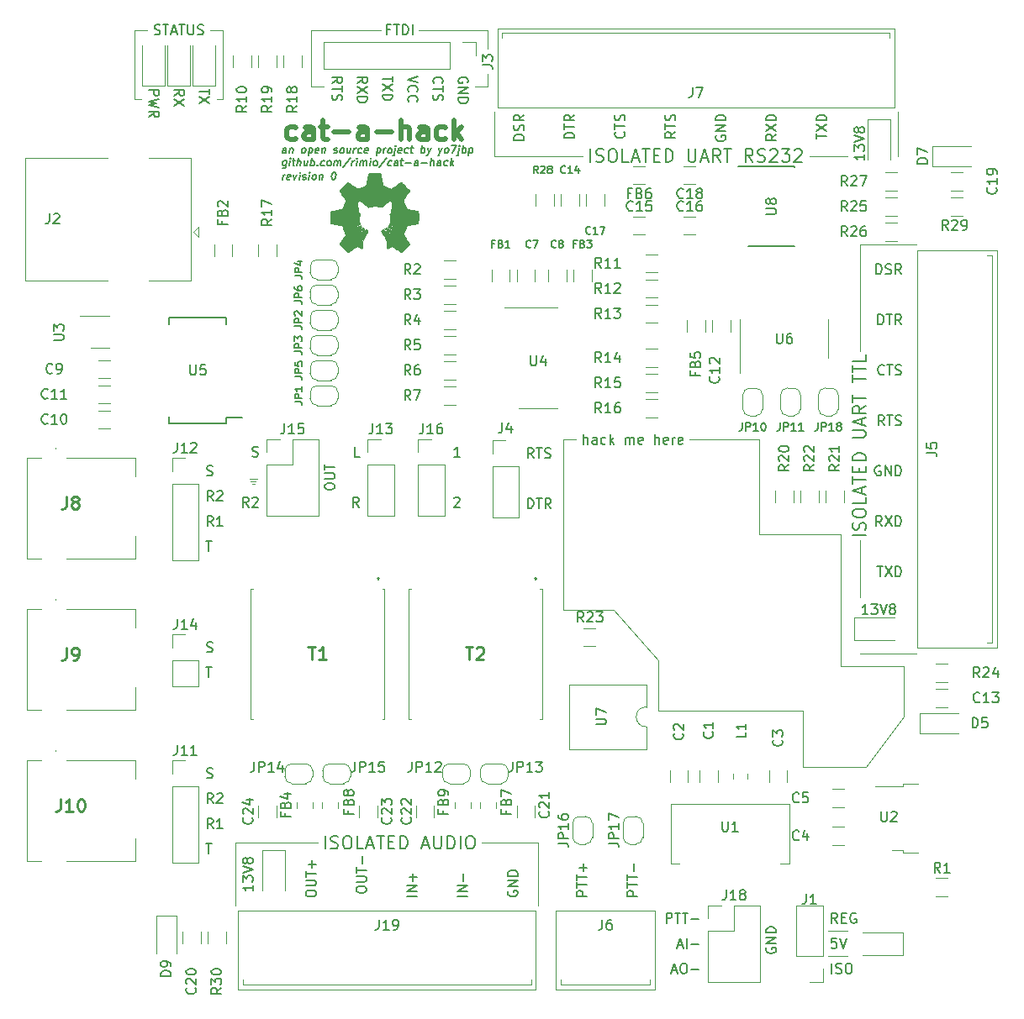
<source format=gbr>
From 792f358c263a1f7850d80195497eeba01deb01e8 Mon Sep 17 00:00:00 2001
From: Vasile Vilvoiu <vasi.vilvoiu@gmail.com>
Date: Tue, 5 Jan 2021 13:14:35 +0200
Subject: Match revision to directory name

---
 revisions/2/gerber/catahack-F_SilkS.gbr | 9101 +++++++++++++++++++++++++++++++
 1 file changed, 9101 insertions(+)
 create mode 100644 revisions/2/gerber/catahack-F_SilkS.gbr

(limited to 'revisions/2/gerber/catahack-F_SilkS.gbr')

diff --git a/revisions/2/gerber/catahack-F_SilkS.gbr b/revisions/2/gerber/catahack-F_SilkS.gbr
new file mode 100644
index 0000000..48dec47
--- /dev/null
+++ b/revisions/2/gerber/catahack-F_SilkS.gbr
@@ -0,0 +1,9101 @@
+G04 #@! TF.GenerationSoftware,KiCad,Pcbnew,5.1.8*
+G04 #@! TF.CreationDate,2020-11-23T23:25:53+02:00*
+G04 #@! TF.ProjectId,catahack,63617461-6861-4636-9b2e-6b696361645f,0*
+G04 #@! TF.SameCoordinates,Original*
+G04 #@! TF.FileFunction,Legend,Top*
+G04 #@! TF.FilePolarity,Positive*
+%FSLAX46Y46*%
+G04 Gerber Fmt 4.6, Leading zero omitted, Abs format (unit mm)*
+G04 Created by KiCad (PCBNEW 5.1.8) date 2020-11-23 23:25:53*
+%MOMM*%
+%LPD*%
+G01*
+G04 APERTURE LIST*
+%ADD10C,0.120000*%
+%ADD11C,0.150000*%
+%ADD12C,0.500000*%
+%ADD13C,0.010000*%
+%ADD14C,0.100000*%
+%ADD15C,0.200000*%
+%ADD16C,0.254000*%
+G04 APERTURE END LIST*
+D10*
+X109855000Y-111125000D02*
+X113665000Y-106045000D01*
+X84455000Y-95250000D02*
+X88900000Y-100330000D01*
+X103505000Y-111125000D02*
+X109855000Y-111125000D01*
+X103505000Y-105410000D02*
+X103505000Y-111125000D01*
+X79375000Y-78105000D02*
+X80645000Y-78105000D01*
+D11*
+X81383809Y-78557380D02*
+X81383809Y-77557380D01*
+X81812380Y-78557380D02*
+X81812380Y-78033571D01*
+X81764761Y-77938333D01*
+X81669523Y-77890714D01*
+X81526666Y-77890714D01*
+X81431428Y-77938333D01*
+X81383809Y-77985952D01*
+X82717142Y-78557380D02*
+X82717142Y-78033571D01*
+X82669523Y-77938333D01*
+X82574285Y-77890714D01*
+X82383809Y-77890714D01*
+X82288571Y-77938333D01*
+X82717142Y-78509761D02*
+X82621904Y-78557380D01*
+X82383809Y-78557380D01*
+X82288571Y-78509761D01*
+X82240952Y-78414523D01*
+X82240952Y-78319285D01*
+X82288571Y-78224047D01*
+X82383809Y-78176428D01*
+X82621904Y-78176428D01*
+X82717142Y-78128809D01*
+X83621904Y-78509761D02*
+X83526666Y-78557380D01*
+X83336190Y-78557380D01*
+X83240952Y-78509761D01*
+X83193333Y-78462142D01*
+X83145714Y-78366904D01*
+X83145714Y-78081190D01*
+X83193333Y-77985952D01*
+X83240952Y-77938333D01*
+X83336190Y-77890714D01*
+X83526666Y-77890714D01*
+X83621904Y-77938333D01*
+X84050476Y-78557380D02*
+X84050476Y-77557380D01*
+X84145714Y-78176428D02*
+X84431428Y-78557380D01*
+X84431428Y-77890714D02*
+X84050476Y-78271666D01*
+X85621904Y-78557380D02*
+X85621904Y-77890714D01*
+X85621904Y-77985952D02*
+X85669523Y-77938333D01*
+X85764761Y-77890714D01*
+X85907619Y-77890714D01*
+X86002857Y-77938333D01*
+X86050476Y-78033571D01*
+X86050476Y-78557380D01*
+X86050476Y-78033571D02*
+X86098095Y-77938333D01*
+X86193333Y-77890714D01*
+X86336190Y-77890714D01*
+X86431428Y-77938333D01*
+X86479047Y-78033571D01*
+X86479047Y-78557380D01*
+X87336190Y-78509761D02*
+X87240952Y-78557380D01*
+X87050476Y-78557380D01*
+X86955238Y-78509761D01*
+X86907619Y-78414523D01*
+X86907619Y-78033571D01*
+X86955238Y-77938333D01*
+X87050476Y-77890714D01*
+X87240952Y-77890714D01*
+X87336190Y-77938333D01*
+X87383809Y-78033571D01*
+X87383809Y-78128809D01*
+X86907619Y-78224047D01*
+X88574285Y-78557380D02*
+X88574285Y-77557380D01*
+X89002857Y-78557380D02*
+X89002857Y-78033571D01*
+X88955238Y-77938333D01*
+X88860000Y-77890714D01*
+X88717142Y-77890714D01*
+X88621904Y-77938333D01*
+X88574285Y-77985952D01*
+X89860000Y-78509761D02*
+X89764761Y-78557380D01*
+X89574285Y-78557380D01*
+X89479047Y-78509761D01*
+X89431428Y-78414523D01*
+X89431428Y-78033571D01*
+X89479047Y-77938333D01*
+X89574285Y-77890714D01*
+X89764761Y-77890714D01*
+X89860000Y-77938333D01*
+X89907619Y-78033571D01*
+X89907619Y-78128809D01*
+X89431428Y-78224047D01*
+X90336190Y-78557380D02*
+X90336190Y-77890714D01*
+X90336190Y-78081190D02*
+X90383809Y-77985952D01*
+X90431428Y-77938333D01*
+X90526666Y-77890714D01*
+X90621904Y-77890714D01*
+X91336190Y-78509761D02*
+X91240952Y-78557380D01*
+X91050476Y-78557380D01*
+X90955238Y-78509761D01*
+X90907619Y-78414523D01*
+X90907619Y-78033571D01*
+X90955238Y-77938333D01*
+X91050476Y-77890714D01*
+X91240952Y-77890714D01*
+X91336190Y-77938333D01*
+X91383809Y-78033571D01*
+X91383809Y-78128809D01*
+X90907619Y-78224047D01*
+D10*
+X99060000Y-78105000D02*
+X92075000Y-78105000D01*
+X99060000Y-78740000D02*
+X99060000Y-78105000D01*
+X99060000Y-87630000D02*
+X99060000Y-78740000D01*
+X107315000Y-87630000D02*
+X99060000Y-87630000D01*
+X107315000Y-100965000D02*
+X107315000Y-87630000D01*
+X113665000Y-100965000D02*
+X107315000Y-100965000D01*
+X113665000Y-106045000D02*
+X113665000Y-100965000D01*
+X88900000Y-105410000D02*
+X103505000Y-105410000D01*
+X88900000Y-100330000D02*
+X88900000Y-105410000D01*
+X79375000Y-95250000D02*
+X84455000Y-95250000D01*
+X79375000Y-78105000D02*
+X79375000Y-95250000D01*
+D11*
+X51080535Y-51901285D02*
+X51143035Y-51401285D01*
+X51125178Y-51544142D02*
+X51169821Y-51472714D01*
+X51210000Y-51437000D01*
+X51285892Y-51401285D01*
+X51357321Y-51401285D01*
+X51835000Y-51865571D02*
+X51759107Y-51901285D01*
+X51616250Y-51901285D01*
+X51549285Y-51865571D01*
+X51522500Y-51794142D01*
+X51558214Y-51508428D01*
+X51602857Y-51437000D01*
+X51678750Y-51401285D01*
+X51821607Y-51401285D01*
+X51888571Y-51437000D01*
+X51915357Y-51508428D01*
+X51906428Y-51579857D01*
+X51540357Y-51651285D01*
+X52178750Y-51401285D02*
+X52294821Y-51901285D01*
+X52535892Y-51401285D01*
+X52759107Y-51901285D02*
+X52821607Y-51401285D01*
+X52852857Y-51151285D02*
+X52812678Y-51187000D01*
+X52843928Y-51222714D01*
+X52884107Y-51187000D01*
+X52852857Y-51151285D01*
+X52843928Y-51222714D01*
+X53085000Y-51865571D02*
+X53151964Y-51901285D01*
+X53294821Y-51901285D01*
+X53370714Y-51865571D01*
+X53415357Y-51794142D01*
+X53419821Y-51758428D01*
+X53393035Y-51687000D01*
+X53326071Y-51651285D01*
+X53218928Y-51651285D01*
+X53151964Y-51615571D01*
+X53125178Y-51544142D01*
+X53129642Y-51508428D01*
+X53174285Y-51437000D01*
+X53250178Y-51401285D01*
+X53357321Y-51401285D01*
+X53424285Y-51437000D01*
+X53723392Y-51901285D02*
+X53785892Y-51401285D01*
+X53817142Y-51151285D02*
+X53776964Y-51187000D01*
+X53808214Y-51222714D01*
+X53848392Y-51187000D01*
+X53817142Y-51151285D01*
+X53808214Y-51222714D01*
+X54187678Y-51901285D02*
+X54120714Y-51865571D01*
+X54089464Y-51829857D01*
+X54062678Y-51758428D01*
+X54089464Y-51544142D01*
+X54134107Y-51472714D01*
+X54174285Y-51437000D01*
+X54250178Y-51401285D01*
+X54357321Y-51401285D01*
+X54424285Y-51437000D01*
+X54455535Y-51472714D01*
+X54482321Y-51544142D01*
+X54455535Y-51758428D01*
+X54410892Y-51829857D01*
+X54370714Y-51865571D01*
+X54294821Y-51901285D01*
+X54187678Y-51901285D01*
+X54821607Y-51401285D02*
+X54759107Y-51901285D01*
+X54812678Y-51472714D02*
+X54852857Y-51437000D01*
+X54928750Y-51401285D01*
+X55035892Y-51401285D01*
+X55102857Y-51437000D01*
+X55129642Y-51508428D01*
+X55080535Y-51901285D01*
+X56245714Y-51151285D02*
+X56317142Y-51151285D01*
+X56384107Y-51187000D01*
+X56415357Y-51222714D01*
+X56442142Y-51294142D01*
+X56460000Y-51437000D01*
+X56437678Y-51615571D01*
+X56384107Y-51758428D01*
+X56339464Y-51829857D01*
+X56299285Y-51865571D01*
+X56223392Y-51901285D01*
+X56151964Y-51901285D01*
+X56085000Y-51865571D01*
+X56053750Y-51829857D01*
+X56026964Y-51758428D01*
+X56009107Y-51615571D01*
+X56031428Y-51437000D01*
+X56085000Y-51294142D01*
+X56129642Y-51222714D01*
+X56169821Y-51187000D01*
+X56245714Y-51151285D01*
+X51464464Y-50004285D02*
+X51388571Y-50611428D01*
+X51343928Y-50682857D01*
+X51303750Y-50718571D01*
+X51227857Y-50754285D01*
+X51120714Y-50754285D01*
+X51053750Y-50718571D01*
+X51406428Y-50468571D02*
+X51330535Y-50504285D01*
+X51187678Y-50504285D01*
+X51120714Y-50468571D01*
+X51089464Y-50432857D01*
+X51062678Y-50361428D01*
+X51089464Y-50147142D01*
+X51134107Y-50075714D01*
+X51174285Y-50040000D01*
+X51250178Y-50004285D01*
+X51393035Y-50004285D01*
+X51460000Y-50040000D01*
+X51759107Y-50504285D02*
+X51821607Y-50004285D01*
+X51852857Y-49754285D02*
+X51812678Y-49790000D01*
+X51843928Y-49825714D01*
+X51884107Y-49790000D01*
+X51852857Y-49754285D01*
+X51843928Y-49825714D01*
+X52071607Y-50004285D02*
+X52357321Y-50004285D01*
+X52210000Y-49754285D02*
+X52129642Y-50397142D01*
+X52156428Y-50468571D01*
+X52223392Y-50504285D01*
+X52294821Y-50504285D01*
+X52544821Y-50504285D02*
+X52638571Y-49754285D01*
+X52866250Y-50504285D02*
+X52915357Y-50111428D01*
+X52888571Y-50040000D01*
+X52821607Y-50004285D01*
+X52714464Y-50004285D01*
+X52638571Y-50040000D01*
+X52598392Y-50075714D01*
+X53607321Y-50004285D02*
+X53544821Y-50504285D01*
+X53285892Y-50004285D02*
+X53236785Y-50397142D01*
+X53263571Y-50468571D01*
+X53330535Y-50504285D01*
+X53437678Y-50504285D01*
+X53513571Y-50468571D01*
+X53553750Y-50432857D01*
+X53901964Y-50504285D02*
+X53995714Y-49754285D01*
+X53960000Y-50040000D02*
+X54035892Y-50004285D01*
+X54178750Y-50004285D01*
+X54245714Y-50040000D01*
+X54276964Y-50075714D01*
+X54303750Y-50147142D01*
+X54276964Y-50361428D01*
+X54232321Y-50432857D01*
+X54192142Y-50468571D01*
+X54116250Y-50504285D01*
+X53973392Y-50504285D01*
+X53906428Y-50468571D01*
+X54589464Y-50432857D02*
+X54620714Y-50468571D01*
+X54580535Y-50504285D01*
+X54549285Y-50468571D01*
+X54589464Y-50432857D01*
+X54580535Y-50504285D01*
+X55263571Y-50468571D02*
+X55187678Y-50504285D01*
+X55044821Y-50504285D01*
+X54977857Y-50468571D01*
+X54946607Y-50432857D01*
+X54919821Y-50361428D01*
+X54946607Y-50147142D01*
+X54991250Y-50075714D01*
+X55031428Y-50040000D01*
+X55107321Y-50004285D01*
+X55250178Y-50004285D01*
+X55317142Y-50040000D01*
+X55687678Y-50504285D02*
+X55620714Y-50468571D01*
+X55589464Y-50432857D01*
+X55562678Y-50361428D01*
+X55589464Y-50147142D01*
+X55634107Y-50075714D01*
+X55674285Y-50040000D01*
+X55750178Y-50004285D01*
+X55857321Y-50004285D01*
+X55924285Y-50040000D01*
+X55955535Y-50075714D01*
+X55982321Y-50147142D01*
+X55955535Y-50361428D01*
+X55910892Y-50432857D01*
+X55870714Y-50468571D01*
+X55794821Y-50504285D01*
+X55687678Y-50504285D01*
+X56259107Y-50504285D02*
+X56321607Y-50004285D01*
+X56312678Y-50075714D02*
+X56352857Y-50040000D01*
+X56428750Y-50004285D01*
+X56535892Y-50004285D01*
+X56602857Y-50040000D01*
+X56629642Y-50111428D01*
+X56580535Y-50504285D01*
+X56629642Y-50111428D02*
+X56674285Y-50040000D01*
+X56750178Y-50004285D01*
+X56857321Y-50004285D01*
+X56924285Y-50040000D01*
+X56951071Y-50111428D01*
+X56901964Y-50504285D01*
+X57893035Y-49718571D02*
+X57129642Y-50682857D01*
+X58044821Y-50504285D02*
+X58107321Y-50004285D01*
+X58089464Y-50147142D02*
+X58134107Y-50075714D01*
+X58174285Y-50040000D01*
+X58250178Y-50004285D01*
+X58321607Y-50004285D01*
+X58509107Y-50504285D02*
+X58571607Y-50004285D01*
+X58602857Y-49754285D02*
+X58562678Y-49790000D01*
+X58593928Y-49825714D01*
+X58634107Y-49790000D01*
+X58602857Y-49754285D01*
+X58593928Y-49825714D01*
+X58866250Y-50504285D02*
+X58928750Y-50004285D01*
+X58919821Y-50075714D02*
+X58960000Y-50040000D01*
+X59035892Y-50004285D01*
+X59143035Y-50004285D01*
+X59210000Y-50040000D01*
+X59236785Y-50111428D01*
+X59187678Y-50504285D01*
+X59236785Y-50111428D02*
+X59281428Y-50040000D01*
+X59357321Y-50004285D01*
+X59464464Y-50004285D01*
+X59531428Y-50040000D01*
+X59558214Y-50111428D01*
+X59509107Y-50504285D01*
+X59866250Y-50504285D02*
+X59928750Y-50004285D01*
+X59960000Y-49754285D02*
+X59919821Y-49790000D01*
+X59951071Y-49825714D01*
+X59991250Y-49790000D01*
+X59960000Y-49754285D01*
+X59951071Y-49825714D01*
+X60330535Y-50504285D02*
+X60263571Y-50468571D01*
+X60232321Y-50432857D01*
+X60205535Y-50361428D01*
+X60232321Y-50147142D01*
+X60276964Y-50075714D01*
+X60317142Y-50040000D01*
+X60393035Y-50004285D01*
+X60500178Y-50004285D01*
+X60567142Y-50040000D01*
+X60598392Y-50075714D01*
+X60625178Y-50147142D01*
+X60598392Y-50361428D01*
+X60553750Y-50432857D01*
+X60513571Y-50468571D01*
+X60437678Y-50504285D01*
+X60330535Y-50504285D01*
+X61535892Y-49718571D02*
+X60772500Y-50682857D01*
+X62013571Y-50468571D02*
+X61937678Y-50504285D01*
+X61794821Y-50504285D01*
+X61727857Y-50468571D01*
+X61696607Y-50432857D01*
+X61669821Y-50361428D01*
+X61696607Y-50147142D01*
+X61741250Y-50075714D01*
+X61781428Y-50040000D01*
+X61857321Y-50004285D01*
+X62000178Y-50004285D01*
+X62067142Y-50040000D01*
+X62651964Y-50504285D02*
+X62701071Y-50111428D01*
+X62674285Y-50040000D01*
+X62607321Y-50004285D01*
+X62464464Y-50004285D01*
+X62388571Y-50040000D01*
+X62656428Y-50468571D02*
+X62580535Y-50504285D01*
+X62401964Y-50504285D01*
+X62335000Y-50468571D01*
+X62308214Y-50397142D01*
+X62317142Y-50325714D01*
+X62361785Y-50254285D01*
+X62437678Y-50218571D01*
+X62616250Y-50218571D01*
+X62692142Y-50182857D01*
+X62964464Y-50004285D02*
+X63250178Y-50004285D01*
+X63102857Y-49754285D02*
+X63022500Y-50397142D01*
+X63049285Y-50468571D01*
+X63116250Y-50504285D01*
+X63187678Y-50504285D01*
+X63473392Y-50218571D02*
+X64044821Y-50218571D01*
+X64687678Y-50504285D02*
+X64736785Y-50111428D01*
+X64710000Y-50040000D01*
+X64643035Y-50004285D01*
+X64500178Y-50004285D01*
+X64424285Y-50040000D01*
+X64692142Y-50468571D02*
+X64616250Y-50504285D01*
+X64437678Y-50504285D01*
+X64370714Y-50468571D01*
+X64343928Y-50397142D01*
+X64352857Y-50325714D01*
+X64397500Y-50254285D01*
+X64473392Y-50218571D01*
+X64651964Y-50218571D01*
+X64727857Y-50182857D01*
+X65080535Y-50218571D02*
+X65651964Y-50218571D01*
+X65973392Y-50504285D02*
+X66067142Y-49754285D01*
+X66294821Y-50504285D02*
+X66343928Y-50111428D01*
+X66317142Y-50040000D01*
+X66250178Y-50004285D01*
+X66143035Y-50004285D01*
+X66067142Y-50040000D01*
+X66026964Y-50075714D01*
+X66973392Y-50504285D02*
+X67022500Y-50111428D01*
+X66995714Y-50040000D01*
+X66928750Y-50004285D01*
+X66785892Y-50004285D01*
+X66710000Y-50040000D01*
+X66977857Y-50468571D02*
+X66901964Y-50504285D01*
+X66723392Y-50504285D01*
+X66656428Y-50468571D01*
+X66629642Y-50397142D01*
+X66638571Y-50325714D01*
+X66683214Y-50254285D01*
+X66759107Y-50218571D01*
+X66937678Y-50218571D01*
+X67013571Y-50182857D01*
+X67656428Y-50468571D02*
+X67580535Y-50504285D01*
+X67437678Y-50504285D01*
+X67370714Y-50468571D01*
+X67339464Y-50432857D01*
+X67312678Y-50361428D01*
+X67339464Y-50147142D01*
+X67384107Y-50075714D01*
+X67424285Y-50040000D01*
+X67500178Y-50004285D01*
+X67643035Y-50004285D01*
+X67710000Y-50040000D01*
+X67973392Y-50504285D02*
+X68067142Y-49754285D01*
+X68080535Y-50218571D02*
+X68259107Y-50504285D01*
+X68321607Y-50004285D02*
+X68000178Y-50290000D01*
+X51401964Y-49234285D02*
+X51451071Y-48841428D01*
+X51424285Y-48770000D01*
+X51357321Y-48734285D01*
+X51214464Y-48734285D01*
+X51138571Y-48770000D01*
+X51406428Y-49198571D02*
+X51330535Y-49234285D01*
+X51151964Y-49234285D01*
+X51085000Y-49198571D01*
+X51058214Y-49127142D01*
+X51067142Y-49055714D01*
+X51111785Y-48984285D01*
+X51187678Y-48948571D01*
+X51366250Y-48948571D01*
+X51442142Y-48912857D01*
+X51821607Y-48734285D02*
+X51759107Y-49234285D01*
+X51812678Y-48805714D02*
+X51852857Y-48770000D01*
+X51928750Y-48734285D01*
+X52035892Y-48734285D01*
+X52102857Y-48770000D01*
+X52129642Y-48841428D01*
+X52080535Y-49234285D01*
+X53116250Y-49234285D02*
+X53049285Y-49198571D01*
+X53018035Y-49162857D01*
+X52991250Y-49091428D01*
+X53018035Y-48877142D01*
+X53062678Y-48805714D01*
+X53102857Y-48770000D01*
+X53178750Y-48734285D01*
+X53285892Y-48734285D01*
+X53352857Y-48770000D01*
+X53384107Y-48805714D01*
+X53410892Y-48877142D01*
+X53384107Y-49091428D01*
+X53339464Y-49162857D01*
+X53299285Y-49198571D01*
+X53223392Y-49234285D01*
+X53116250Y-49234285D01*
+X53750178Y-48734285D02*
+X53656428Y-49484285D01*
+X53745714Y-48770000D02*
+X53821607Y-48734285D01*
+X53964464Y-48734285D01*
+X54031428Y-48770000D01*
+X54062678Y-48805714D01*
+X54089464Y-48877142D01*
+X54062678Y-49091428D01*
+X54018035Y-49162857D01*
+X53977857Y-49198571D01*
+X53901964Y-49234285D01*
+X53759107Y-49234285D01*
+X53692142Y-49198571D01*
+X54656428Y-49198571D02*
+X54580535Y-49234285D01*
+X54437678Y-49234285D01*
+X54370714Y-49198571D01*
+X54343928Y-49127142D01*
+X54379642Y-48841428D01*
+X54424285Y-48770000D01*
+X54500178Y-48734285D01*
+X54643035Y-48734285D01*
+X54710000Y-48770000D01*
+X54736785Y-48841428D01*
+X54727857Y-48912857D01*
+X54361785Y-48984285D01*
+X55071607Y-48734285D02*
+X55009107Y-49234285D01*
+X55062678Y-48805714D02*
+X55102857Y-48770000D01*
+X55178750Y-48734285D01*
+X55285892Y-48734285D01*
+X55352857Y-48770000D01*
+X55379642Y-48841428D01*
+X55330535Y-49234285D01*
+X56227857Y-49198571D02*
+X56294821Y-49234285D01*
+X56437678Y-49234285D01*
+X56513571Y-49198571D01*
+X56558214Y-49127142D01*
+X56562678Y-49091428D01*
+X56535892Y-49020000D01*
+X56468928Y-48984285D01*
+X56361785Y-48984285D01*
+X56294821Y-48948571D01*
+X56268035Y-48877142D01*
+X56272500Y-48841428D01*
+X56317142Y-48770000D01*
+X56393035Y-48734285D01*
+X56500178Y-48734285D01*
+X56567142Y-48770000D01*
+X56973392Y-49234285D02*
+X56906428Y-49198571D01*
+X56875178Y-49162857D01*
+X56848392Y-49091428D01*
+X56875178Y-48877142D01*
+X56919821Y-48805714D01*
+X56960000Y-48770000D01*
+X57035892Y-48734285D01*
+X57143035Y-48734285D01*
+X57210000Y-48770000D01*
+X57241250Y-48805714D01*
+X57268035Y-48877142D01*
+X57241250Y-49091428D01*
+X57196607Y-49162857D01*
+X57156428Y-49198571D01*
+X57080535Y-49234285D01*
+X56973392Y-49234285D01*
+X57928750Y-48734285D02*
+X57866250Y-49234285D01*
+X57607321Y-48734285D02*
+X57558214Y-49127142D01*
+X57585000Y-49198571D01*
+X57651964Y-49234285D01*
+X57759107Y-49234285D01*
+X57835000Y-49198571D01*
+X57875178Y-49162857D01*
+X58223392Y-49234285D02*
+X58285892Y-48734285D01*
+X58268035Y-48877142D02*
+X58312678Y-48805714D01*
+X58352857Y-48770000D01*
+X58428750Y-48734285D01*
+X58500178Y-48734285D01*
+X59013571Y-49198571D02*
+X58937678Y-49234285D01*
+X58794821Y-49234285D01*
+X58727857Y-49198571D01*
+X58696607Y-49162857D01*
+X58669821Y-49091428D01*
+X58696607Y-48877142D01*
+X58741250Y-48805714D01*
+X58781428Y-48770000D01*
+X58857321Y-48734285D01*
+X59000178Y-48734285D01*
+X59067142Y-48770000D01*
+X59620714Y-49198571D02*
+X59544821Y-49234285D01*
+X59401964Y-49234285D01*
+X59335000Y-49198571D01*
+X59308214Y-49127142D01*
+X59343928Y-48841428D01*
+X59388571Y-48770000D01*
+X59464464Y-48734285D01*
+X59607321Y-48734285D01*
+X59674285Y-48770000D01*
+X59701071Y-48841428D01*
+X59692142Y-48912857D01*
+X59326071Y-48984285D01*
+X60607321Y-48734285D02*
+X60513571Y-49484285D01*
+X60602857Y-48770000D02*
+X60678750Y-48734285D01*
+X60821607Y-48734285D01*
+X60888571Y-48770000D01*
+X60919821Y-48805714D01*
+X60946607Y-48877142D01*
+X60919821Y-49091428D01*
+X60875178Y-49162857D01*
+X60835000Y-49198571D01*
+X60759107Y-49234285D01*
+X60616250Y-49234285D01*
+X60549285Y-49198571D01*
+X61223392Y-49234285D02*
+X61285892Y-48734285D01*
+X61268035Y-48877142D02*
+X61312678Y-48805714D01*
+X61352857Y-48770000D01*
+X61428750Y-48734285D01*
+X61500178Y-48734285D01*
+X61794821Y-49234285D02*
+X61727857Y-49198571D01*
+X61696607Y-49162857D01*
+X61669821Y-49091428D01*
+X61696607Y-48877142D01*
+X61741250Y-48805714D01*
+X61781428Y-48770000D01*
+X61857321Y-48734285D01*
+X61964464Y-48734285D01*
+X62031428Y-48770000D01*
+X62062678Y-48805714D01*
+X62089464Y-48877142D01*
+X62062678Y-49091428D01*
+X62018035Y-49162857D01*
+X61977857Y-49198571D01*
+X61901964Y-49234285D01*
+X61794821Y-49234285D01*
+X62428750Y-48734285D02*
+X62348392Y-49377142D01*
+X62303750Y-49448571D01*
+X62227857Y-49484285D01*
+X62192142Y-49484285D01*
+X62460000Y-48484285D02*
+X62419821Y-48520000D01*
+X62451071Y-48555714D01*
+X62491250Y-48520000D01*
+X62460000Y-48484285D01*
+X62451071Y-48555714D01*
+X63013571Y-49198571D02*
+X62937678Y-49234285D01*
+X62794821Y-49234285D01*
+X62727857Y-49198571D01*
+X62701071Y-49127142D01*
+X62736785Y-48841428D01*
+X62781428Y-48770000D01*
+X62857321Y-48734285D01*
+X63000178Y-48734285D01*
+X63067142Y-48770000D01*
+X63093928Y-48841428D01*
+X63085000Y-48912857D01*
+X62718928Y-48984285D01*
+X63692142Y-49198571D02*
+X63616250Y-49234285D01*
+X63473392Y-49234285D01*
+X63406428Y-49198571D01*
+X63375178Y-49162857D01*
+X63348392Y-49091428D01*
+X63375178Y-48877142D01*
+X63419821Y-48805714D01*
+X63460000Y-48770000D01*
+X63535892Y-48734285D01*
+X63678750Y-48734285D01*
+X63745714Y-48770000D01*
+X63964464Y-48734285D02*
+X64250178Y-48734285D01*
+X64102857Y-48484285D02*
+X64022500Y-49127142D01*
+X64049285Y-49198571D01*
+X64116250Y-49234285D01*
+X64187678Y-49234285D01*
+X65009107Y-49234285D02*
+X65102857Y-48484285D01*
+X65067142Y-48770000D02*
+X65143035Y-48734285D01*
+X65285892Y-48734285D01*
+X65352857Y-48770000D01*
+X65384107Y-48805714D01*
+X65410892Y-48877142D01*
+X65384107Y-49091428D01*
+X65339464Y-49162857D01*
+X65299285Y-49198571D01*
+X65223392Y-49234285D01*
+X65080535Y-49234285D01*
+X65013571Y-49198571D01*
+X65678750Y-48734285D02*
+X65794821Y-49234285D01*
+X66035892Y-48734285D02*
+X65794821Y-49234285D01*
+X65701071Y-49412857D01*
+X65660892Y-49448571D01*
+X65585000Y-49484285D01*
+X66821607Y-48734285D02*
+X66937678Y-49234285D01*
+X67178750Y-48734285D02*
+X66937678Y-49234285D01*
+X66843928Y-49412857D01*
+X66803750Y-49448571D01*
+X66727857Y-49484285D01*
+X67509107Y-49234285D02*
+X67442142Y-49198571D01*
+X67410892Y-49162857D01*
+X67384107Y-49091428D01*
+X67410892Y-48877142D01*
+X67455535Y-48805714D01*
+X67495714Y-48770000D01*
+X67571607Y-48734285D01*
+X67678750Y-48734285D01*
+X67745714Y-48770000D01*
+X67776964Y-48805714D01*
+X67803750Y-48877142D01*
+X67776964Y-49091428D01*
+X67732321Y-49162857D01*
+X67692142Y-49198571D01*
+X67616250Y-49234285D01*
+X67509107Y-49234285D01*
+X68102857Y-48484285D02*
+X68602857Y-48484285D01*
+X68187678Y-49234285D01*
+X68857321Y-48734285D02*
+X68776964Y-49377142D01*
+X68732321Y-49448571D01*
+X68656428Y-49484285D01*
+X68620714Y-49484285D01*
+X68888571Y-48484285D02*
+X68848392Y-48520000D01*
+X68879642Y-48555714D01*
+X68919821Y-48520000D01*
+X68888571Y-48484285D01*
+X68879642Y-48555714D01*
+X69151964Y-49234285D02*
+X69245714Y-48484285D01*
+X69210000Y-48770000D02*
+X69285892Y-48734285D01*
+X69428750Y-48734285D01*
+X69495714Y-48770000D01*
+X69526964Y-48805714D01*
+X69553750Y-48877142D01*
+X69526964Y-49091428D01*
+X69482321Y-49162857D01*
+X69442142Y-49198571D01*
+X69366250Y-49234285D01*
+X69223392Y-49234285D01*
+X69156428Y-49198571D01*
+X69893035Y-48734285D02*
+X69799285Y-49484285D01*
+X69888571Y-48770000D02*
+X69964464Y-48734285D01*
+X70107321Y-48734285D01*
+X70174285Y-48770000D01*
+X70205535Y-48805714D01*
+X70232321Y-48877142D01*
+X70205535Y-49091428D01*
+X70160892Y-49162857D01*
+X70120714Y-49198571D01*
+X70044821Y-49234285D01*
+X69901964Y-49234285D01*
+X69835000Y-49198571D01*
+D12*
+X52458333Y-47799523D02*
+X52267857Y-47894761D01*
+X51886904Y-47894761D01*
+X51696428Y-47799523D01*
+X51601190Y-47704285D01*
+X51505952Y-47513809D01*
+X51505952Y-46942380D01*
+X51601190Y-46751904D01*
+X51696428Y-46656666D01*
+X51886904Y-46561428D01*
+X52267857Y-46561428D01*
+X52458333Y-46656666D01*
+X54172619Y-47894761D02*
+X54172619Y-46847142D01*
+X54077380Y-46656666D01*
+X53886904Y-46561428D01*
+X53505952Y-46561428D01*
+X53315476Y-46656666D01*
+X54172619Y-47799523D02*
+X53982142Y-47894761D01*
+X53505952Y-47894761D01*
+X53315476Y-47799523D01*
+X53220238Y-47609047D01*
+X53220238Y-47418571D01*
+X53315476Y-47228095D01*
+X53505952Y-47132857D01*
+X53982142Y-47132857D01*
+X54172619Y-47037619D01*
+X54839285Y-46561428D02*
+X55601190Y-46561428D01*
+X55125000Y-45894761D02*
+X55125000Y-47609047D01*
+X55220238Y-47799523D01*
+X55410714Y-47894761D01*
+X55601190Y-47894761D01*
+X56267857Y-47132857D02*
+X57791666Y-47132857D01*
+X59601190Y-47894761D02*
+X59601190Y-46847142D01*
+X59505952Y-46656666D01*
+X59315476Y-46561428D01*
+X58934523Y-46561428D01*
+X58744047Y-46656666D01*
+X59601190Y-47799523D02*
+X59410714Y-47894761D01*
+X58934523Y-47894761D01*
+X58744047Y-47799523D01*
+X58648809Y-47609047D01*
+X58648809Y-47418571D01*
+X58744047Y-47228095D01*
+X58934523Y-47132857D01*
+X59410714Y-47132857D01*
+X59601190Y-47037619D01*
+X60553571Y-47132857D02*
+X62077380Y-47132857D01*
+X63029761Y-47894761D02*
+X63029761Y-45894761D01*
+X63886904Y-47894761D02*
+X63886904Y-46847142D01*
+X63791666Y-46656666D01*
+X63601190Y-46561428D01*
+X63315476Y-46561428D01*
+X63125000Y-46656666D01*
+X63029761Y-46751904D01*
+X65696428Y-47894761D02*
+X65696428Y-46847142D01*
+X65601190Y-46656666D01*
+X65410714Y-46561428D01*
+X65029761Y-46561428D01*
+X64839285Y-46656666D01*
+X65696428Y-47799523D02*
+X65505952Y-47894761D01*
+X65029761Y-47894761D01*
+X64839285Y-47799523D01*
+X64744047Y-47609047D01*
+X64744047Y-47418571D01*
+X64839285Y-47228095D01*
+X65029761Y-47132857D01*
+X65505952Y-47132857D01*
+X65696428Y-47037619D01*
+X67505952Y-47799523D02*
+X67315476Y-47894761D01*
+X66934523Y-47894761D01*
+X66744047Y-47799523D01*
+X66648809Y-47704285D01*
+X66553571Y-47513809D01*
+X66553571Y-46942380D01*
+X66648809Y-46751904D01*
+X66744047Y-46656666D01*
+X66934523Y-46561428D01*
+X67315476Y-46561428D01*
+X67505952Y-46656666D01*
+X68363095Y-47894761D02*
+X68363095Y-45894761D01*
+X68553571Y-47132857D02*
+X69125000Y-47894761D01*
+X69125000Y-46561428D02*
+X68363095Y-47323333D01*
+D11*
+X111043690Y-66492380D02*
+X111043690Y-65492380D01*
+X111281785Y-65492380D01*
+X111424642Y-65540000D01*
+X111519880Y-65635238D01*
+X111567500Y-65730476D01*
+X111615119Y-65920952D01*
+X111615119Y-66063809D01*
+X111567500Y-66254285D01*
+X111519880Y-66349523D01*
+X111424642Y-66444761D01*
+X111281785Y-66492380D01*
+X111043690Y-66492380D01*
+X111900833Y-65492380D02*
+X112472261Y-65492380D01*
+X112186547Y-66492380D02*
+X112186547Y-65492380D01*
+X113377023Y-66492380D02*
+X113043690Y-66016190D01*
+X112805595Y-66492380D02*
+X112805595Y-65492380D01*
+X113186547Y-65492380D01*
+X113281785Y-65540000D01*
+X113329404Y-65587619D01*
+X113377023Y-65682857D01*
+X113377023Y-65825714D01*
+X113329404Y-65920952D01*
+X113281785Y-65968571D01*
+X113186547Y-66016190D01*
+X112805595Y-66016190D01*
+X82093333Y-50118095D02*
+X82093333Y-48818095D01*
+X82650476Y-50056190D02*
+X82836190Y-50118095D01*
+X83145714Y-50118095D01*
+X83269523Y-50056190D01*
+X83331428Y-49994285D01*
+X83393333Y-49870476D01*
+X83393333Y-49746666D01*
+X83331428Y-49622857D01*
+X83269523Y-49560952D01*
+X83145714Y-49499047D01*
+X82898095Y-49437142D01*
+X82774285Y-49375238D01*
+X82712380Y-49313333D01*
+X82650476Y-49189523D01*
+X82650476Y-49065714D01*
+X82712380Y-48941904D01*
+X82774285Y-48880000D01*
+X82898095Y-48818095D01*
+X83207619Y-48818095D01*
+X83393333Y-48880000D01*
+X84198095Y-48818095D02*
+X84445714Y-48818095D01*
+X84569523Y-48880000D01*
+X84693333Y-49003809D01*
+X84755238Y-49251428D01*
+X84755238Y-49684761D01*
+X84693333Y-49932380D01*
+X84569523Y-50056190D01*
+X84445714Y-50118095D01*
+X84198095Y-50118095D01*
+X84074285Y-50056190D01*
+X83950476Y-49932380D01*
+X83888571Y-49684761D01*
+X83888571Y-49251428D01*
+X83950476Y-49003809D01*
+X84074285Y-48880000D01*
+X84198095Y-48818095D01*
+X85931428Y-50118095D02*
+X85312380Y-50118095D01*
+X85312380Y-48818095D01*
+X86302857Y-49746666D02*
+X86921904Y-49746666D01*
+X86179047Y-50118095D02*
+X86612380Y-48818095D01*
+X87045714Y-50118095D01*
+X87293333Y-48818095D02*
+X88036190Y-48818095D01*
+X87664761Y-50118095D02*
+X87664761Y-48818095D01*
+X88469523Y-49437142D02*
+X88902857Y-49437142D01*
+X89088571Y-50118095D02*
+X88469523Y-50118095D01*
+X88469523Y-48818095D01*
+X89088571Y-48818095D01*
+X89645714Y-50118095D02*
+X89645714Y-48818095D01*
+X89955238Y-48818095D01*
+X90140952Y-48880000D01*
+X90264761Y-49003809D01*
+X90326666Y-49127619D01*
+X90388571Y-49375238D01*
+X90388571Y-49560952D01*
+X90326666Y-49808571D01*
+X90264761Y-49932380D01*
+X90140952Y-50056190D01*
+X89955238Y-50118095D01*
+X89645714Y-50118095D01*
+X91936190Y-48818095D02*
+X91936190Y-49870476D01*
+X91998095Y-49994285D01*
+X92060000Y-50056190D01*
+X92183809Y-50118095D01*
+X92431428Y-50118095D01*
+X92555238Y-50056190D01*
+X92617142Y-49994285D01*
+X92679047Y-49870476D01*
+X92679047Y-48818095D01*
+X93236190Y-49746666D02*
+X93855238Y-49746666D01*
+X93112380Y-50118095D02*
+X93545714Y-48818095D01*
+X93979047Y-50118095D01*
+X95155238Y-50118095D02*
+X94721904Y-49499047D01*
+X94412380Y-50118095D02*
+X94412380Y-48818095D01*
+X94907619Y-48818095D01*
+X95031428Y-48880000D01*
+X95093333Y-48941904D01*
+X95155238Y-49065714D01*
+X95155238Y-49251428D01*
+X95093333Y-49375238D01*
+X95031428Y-49437142D01*
+X94907619Y-49499047D01*
+X94412380Y-49499047D01*
+X95526666Y-48818095D02*
+X96269523Y-48818095D01*
+X95898095Y-50118095D02*
+X95898095Y-48818095D01*
+X98436190Y-50118095D02*
+X98002857Y-49499047D01*
+X97693333Y-50118095D02*
+X97693333Y-48818095D01*
+X98188571Y-48818095D01*
+X98312380Y-48880000D01*
+X98374285Y-48941904D01*
+X98436190Y-49065714D01*
+X98436190Y-49251428D01*
+X98374285Y-49375238D01*
+X98312380Y-49437142D01*
+X98188571Y-49499047D01*
+X97693333Y-49499047D01*
+X98931428Y-50056190D02*
+X99117142Y-50118095D01*
+X99426666Y-50118095D01*
+X99550476Y-50056190D01*
+X99612380Y-49994285D01*
+X99674285Y-49870476D01*
+X99674285Y-49746666D01*
+X99612380Y-49622857D01*
+X99550476Y-49560952D01*
+X99426666Y-49499047D01*
+X99179047Y-49437142D01*
+X99055238Y-49375238D01*
+X98993333Y-49313333D01*
+X98931428Y-49189523D01*
+X98931428Y-49065714D01*
+X98993333Y-48941904D01*
+X99055238Y-48880000D01*
+X99179047Y-48818095D01*
+X99488571Y-48818095D01*
+X99674285Y-48880000D01*
+X100169523Y-48941904D02*
+X100231428Y-48880000D01*
+X100355238Y-48818095D01*
+X100664761Y-48818095D01*
+X100788571Y-48880000D01*
+X100850476Y-48941904D01*
+X100912380Y-49065714D01*
+X100912380Y-49189523D01*
+X100850476Y-49375238D01*
+X100107619Y-50118095D01*
+X100912380Y-50118095D01*
+X101345714Y-48818095D02*
+X102150476Y-48818095D01*
+X101717142Y-49313333D01*
+X101902857Y-49313333D01*
+X102026666Y-49375238D01*
+X102088571Y-49437142D01*
+X102150476Y-49560952D01*
+X102150476Y-49870476D01*
+X102088571Y-49994285D01*
+X102026666Y-50056190D01*
+X101902857Y-50118095D01*
+X101531428Y-50118095D01*
+X101407619Y-50056190D01*
+X101345714Y-49994285D01*
+X102645714Y-48941904D02*
+X102707619Y-48880000D01*
+X102831428Y-48818095D01*
+X103140952Y-48818095D01*
+X103264761Y-48880000D01*
+X103326666Y-48941904D01*
+X103388571Y-49065714D01*
+X103388571Y-49189523D01*
+X103326666Y-49375238D01*
+X102583809Y-50118095D01*
+X103388571Y-50118095D01*
+X111662738Y-76652380D02*
+X111329404Y-76176190D01*
+X111091309Y-76652380D02*
+X111091309Y-75652380D01*
+X111472261Y-75652380D01*
+X111567500Y-75700000D01*
+X111615119Y-75747619D01*
+X111662738Y-75842857D01*
+X111662738Y-75985714D01*
+X111615119Y-76080952D01*
+X111567500Y-76128571D01*
+X111472261Y-76176190D01*
+X111091309Y-76176190D01*
+X111948452Y-75652380D02*
+X112519880Y-75652380D01*
+X112234166Y-76652380D02*
+X112234166Y-75652380D01*
+X112805595Y-76604761D02*
+X112948452Y-76652380D01*
+X113186547Y-76652380D01*
+X113281785Y-76604761D01*
+X113329404Y-76557142D01*
+X113377023Y-76461904D01*
+X113377023Y-76366666D01*
+X113329404Y-76271428D01*
+X113281785Y-76223809D01*
+X113186547Y-76176190D01*
+X112996071Y-76128571D01*
+X112900833Y-76080952D01*
+X112853214Y-76033333D01*
+X112805595Y-75938095D01*
+X112805595Y-75842857D01*
+X112853214Y-75747619D01*
+X112900833Y-75700000D01*
+X112996071Y-75652380D01*
+X113234166Y-75652380D01*
+X113377023Y-75700000D01*
+D10*
+X109220000Y-58420000D02*
+X114935000Y-58420000D01*
+D11*
+X58767023Y-84907380D02*
+X58433690Y-84431190D01*
+X58195595Y-84907380D02*
+X58195595Y-83907380D01*
+X58576547Y-83907380D01*
+X58671785Y-83955000D01*
+X58719404Y-84002619D01*
+X58767023Y-84097857D01*
+X58767023Y-84240714D01*
+X58719404Y-84335952D01*
+X58671785Y-84383571D01*
+X58576547Y-84431190D01*
+X58195595Y-84431190D01*
+X58862261Y-79827380D02*
+X58386071Y-79827380D01*
+X58386071Y-78827380D01*
+D10*
+X46355000Y-118745000D02*
+X46355000Y-125095000D01*
+X54610000Y-118745000D02*
+X46355000Y-118745000D01*
+X76835000Y-118745000D02*
+X76835000Y-125095000D01*
+X71120000Y-118745000D02*
+X76835000Y-118745000D01*
+D11*
+X55374523Y-119333095D02*
+X55374523Y-118033095D01*
+X55931666Y-119271190D02*
+X56117380Y-119333095D01*
+X56426904Y-119333095D01*
+X56550714Y-119271190D01*
+X56612619Y-119209285D01*
+X56674523Y-119085476D01*
+X56674523Y-118961666D01*
+X56612619Y-118837857D01*
+X56550714Y-118775952D01*
+X56426904Y-118714047D01*
+X56179285Y-118652142D01*
+X56055476Y-118590238D01*
+X55993571Y-118528333D01*
+X55931666Y-118404523D01*
+X55931666Y-118280714D01*
+X55993571Y-118156904D01*
+X56055476Y-118095000D01*
+X56179285Y-118033095D01*
+X56488809Y-118033095D01*
+X56674523Y-118095000D01*
+X57479285Y-118033095D02*
+X57726904Y-118033095D01*
+X57850714Y-118095000D01*
+X57974523Y-118218809D01*
+X58036428Y-118466428D01*
+X58036428Y-118899761D01*
+X57974523Y-119147380D01*
+X57850714Y-119271190D01*
+X57726904Y-119333095D01*
+X57479285Y-119333095D01*
+X57355476Y-119271190D01*
+X57231666Y-119147380D01*
+X57169761Y-118899761D01*
+X57169761Y-118466428D01*
+X57231666Y-118218809D01*
+X57355476Y-118095000D01*
+X57479285Y-118033095D01*
+X59212619Y-119333095D02*
+X58593571Y-119333095D01*
+X58593571Y-118033095D01*
+X59584047Y-118961666D02*
+X60203095Y-118961666D01*
+X59460238Y-119333095D02*
+X59893571Y-118033095D01*
+X60326904Y-119333095D01*
+X60574523Y-118033095D02*
+X61317380Y-118033095D01*
+X60945952Y-119333095D02*
+X60945952Y-118033095D01*
+X61750714Y-118652142D02*
+X62184047Y-118652142D01*
+X62369761Y-119333095D02*
+X61750714Y-119333095D01*
+X61750714Y-118033095D01*
+X62369761Y-118033095D01*
+X62926904Y-119333095D02*
+X62926904Y-118033095D01*
+X63236428Y-118033095D01*
+X63422142Y-118095000D01*
+X63545952Y-118218809D01*
+X63607857Y-118342619D01*
+X63669761Y-118590238D01*
+X63669761Y-118775952D01*
+X63607857Y-119023571D01*
+X63545952Y-119147380D01*
+X63422142Y-119271190D01*
+X63236428Y-119333095D01*
+X62926904Y-119333095D01*
+X65155476Y-118961666D02*
+X65774523Y-118961666D01*
+X65031666Y-119333095D02*
+X65465000Y-118033095D01*
+X65898333Y-119333095D01*
+X66331666Y-118033095D02*
+X66331666Y-119085476D01*
+X66393571Y-119209285D01*
+X66455476Y-119271190D01*
+X66579285Y-119333095D01*
+X66826904Y-119333095D01*
+X66950714Y-119271190D01*
+X67012619Y-119209285D01*
+X67074523Y-119085476D01*
+X67074523Y-118033095D01*
+X67693571Y-119333095D02*
+X67693571Y-118033095D01*
+X68003095Y-118033095D01*
+X68188809Y-118095000D01*
+X68312619Y-118218809D01*
+X68374523Y-118342619D01*
+X68436428Y-118590238D01*
+X68436428Y-118775952D01*
+X68374523Y-119023571D01*
+X68312619Y-119147380D01*
+X68188809Y-119271190D01*
+X68003095Y-119333095D01*
+X67693571Y-119333095D01*
+X68993571Y-119333095D02*
+X68993571Y-118033095D01*
+X69860238Y-118033095D02*
+X70107857Y-118033095D01*
+X70231666Y-118095000D01*
+X70355476Y-118218809D01*
+X70417380Y-118466428D01*
+X70417380Y-118899761D01*
+X70355476Y-119147380D01*
+X70231666Y-119271190D01*
+X70107857Y-119333095D01*
+X69860238Y-119333095D01*
+X69736428Y-119271190D01*
+X69612619Y-119147380D01*
+X69550714Y-118899761D01*
+X69550714Y-118466428D01*
+X69612619Y-118218809D01*
+X69736428Y-118095000D01*
+X69860238Y-118033095D01*
+D10*
+X114935000Y-99695000D02*
+X109220000Y-99695000D01*
+X109220000Y-88265000D02*
+X109220000Y-93980000D01*
+X109220000Y-69215000D02*
+X109220000Y-58420000D01*
+X113030000Y-49530000D02*
+X113030000Y-45085000D01*
+X104140000Y-49530000D02*
+X107950000Y-49530000D01*
+X72390000Y-49530000D02*
+X72390000Y-45085000D01*
+X81280000Y-49530000D02*
+X72390000Y-49530000D01*
+D11*
+X109808095Y-87747142D02*
+X108508095Y-87747142D01*
+X109746190Y-87190000D02*
+X109808095Y-87004285D01*
+X109808095Y-86694761D01*
+X109746190Y-86570952D01*
+X109684285Y-86509047D01*
+X109560476Y-86447142D01*
+X109436666Y-86447142D01*
+X109312857Y-86509047D01*
+X109250952Y-86570952D01*
+X109189047Y-86694761D01*
+X109127142Y-86942380D01*
+X109065238Y-87066190D01*
+X109003333Y-87128095D01*
+X108879523Y-87190000D01*
+X108755714Y-87190000D01*
+X108631904Y-87128095D01*
+X108570000Y-87066190D01*
+X108508095Y-86942380D01*
+X108508095Y-86632857D01*
+X108570000Y-86447142D01*
+X108508095Y-85642380D02*
+X108508095Y-85394761D01*
+X108570000Y-85270952D01*
+X108693809Y-85147142D01*
+X108941428Y-85085238D01*
+X109374761Y-85085238D01*
+X109622380Y-85147142D01*
+X109746190Y-85270952D01*
+X109808095Y-85394761D01*
+X109808095Y-85642380D01*
+X109746190Y-85766190D01*
+X109622380Y-85890000D01*
+X109374761Y-85951904D01*
+X108941428Y-85951904D01*
+X108693809Y-85890000D01*
+X108570000Y-85766190D01*
+X108508095Y-85642380D01*
+X109808095Y-83909047D02*
+X109808095Y-84528095D01*
+X108508095Y-84528095D01*
+X109436666Y-83537619D02*
+X109436666Y-82918571D01*
+X109808095Y-83661428D02*
+X108508095Y-83228095D01*
+X109808095Y-82794761D01*
+X108508095Y-82547142D02*
+X108508095Y-81804285D01*
+X109808095Y-82175714D02*
+X108508095Y-82175714D01*
+X109127142Y-81370952D02*
+X109127142Y-80937619D01*
+X109808095Y-80751904D02*
+X109808095Y-81370952D01*
+X108508095Y-81370952D01*
+X108508095Y-80751904D01*
+X109808095Y-80194761D02*
+X108508095Y-80194761D01*
+X108508095Y-79885238D01*
+X108570000Y-79699523D01*
+X108693809Y-79575714D01*
+X108817619Y-79513809D01*
+X109065238Y-79451904D01*
+X109250952Y-79451904D01*
+X109498571Y-79513809D01*
+X109622380Y-79575714D01*
+X109746190Y-79699523D01*
+X109808095Y-79885238D01*
+X109808095Y-80194761D01*
+X108508095Y-77904285D02*
+X109560476Y-77904285D01*
+X109684285Y-77842380D01*
+X109746190Y-77780476D01*
+X109808095Y-77656666D01*
+X109808095Y-77409047D01*
+X109746190Y-77285238D01*
+X109684285Y-77223333D01*
+X109560476Y-77161428D01*
+X108508095Y-77161428D01*
+X109436666Y-76604285D02*
+X109436666Y-75985238D01*
+X109808095Y-76728095D02*
+X108508095Y-76294761D01*
+X109808095Y-75861428D01*
+X109808095Y-74685238D02*
+X109189047Y-75118571D01*
+X109808095Y-75428095D02*
+X108508095Y-75428095D01*
+X108508095Y-74932857D01*
+X108570000Y-74809047D01*
+X108631904Y-74747142D01*
+X108755714Y-74685238D01*
+X108941428Y-74685238D01*
+X109065238Y-74747142D01*
+X109127142Y-74809047D01*
+X109189047Y-74932857D01*
+X109189047Y-75428095D01*
+X108508095Y-74313809D02*
+X108508095Y-73570952D01*
+X109808095Y-73942380D02*
+X108508095Y-73942380D01*
+X108508095Y-72332857D02*
+X108508095Y-71590000D01*
+X109808095Y-71961428D02*
+X108508095Y-71961428D01*
+X108508095Y-71342380D02*
+X108508095Y-70599523D01*
+X109808095Y-70970952D02*
+X108508095Y-70970952D01*
+X109808095Y-69547142D02*
+X109808095Y-70166190D01*
+X108508095Y-70166190D01*
+X110853214Y-61412380D02*
+X110853214Y-60412380D01*
+X111091309Y-60412380D01*
+X111234166Y-60460000D01*
+X111329404Y-60555238D01*
+X111377023Y-60650476D01*
+X111424642Y-60840952D01*
+X111424642Y-60983809D01*
+X111377023Y-61174285D01*
+X111329404Y-61269523D01*
+X111234166Y-61364761D01*
+X111091309Y-61412380D01*
+X110853214Y-61412380D01*
+X111805595Y-61364761D02*
+X111948452Y-61412380D01*
+X112186547Y-61412380D01*
+X112281785Y-61364761D01*
+X112329404Y-61317142D01*
+X112377023Y-61221904D01*
+X112377023Y-61126666D01*
+X112329404Y-61031428D01*
+X112281785Y-60983809D01*
+X112186547Y-60936190D01*
+X111996071Y-60888571D01*
+X111900833Y-60840952D01*
+X111853214Y-60793333D01*
+X111805595Y-60698095D01*
+X111805595Y-60602857D01*
+X111853214Y-60507619D01*
+X111900833Y-60460000D01*
+X111996071Y-60412380D01*
+X112234166Y-60412380D01*
+X112377023Y-60460000D01*
+X113377023Y-61412380D02*
+X113043690Y-60936190D01*
+X112805595Y-61412380D02*
+X112805595Y-60412380D01*
+X113186547Y-60412380D01*
+X113281785Y-60460000D01*
+X113329404Y-60507619D01*
+X113377023Y-60602857D01*
+X113377023Y-60745714D01*
+X113329404Y-60840952D01*
+X113281785Y-60888571D01*
+X113186547Y-60936190D01*
+X112805595Y-60936190D01*
+X111662738Y-71477142D02*
+X111615119Y-71524761D01*
+X111472261Y-71572380D01*
+X111377023Y-71572380D01*
+X111234166Y-71524761D01*
+X111138928Y-71429523D01*
+X111091309Y-71334285D01*
+X111043690Y-71143809D01*
+X111043690Y-71000952D01*
+X111091309Y-70810476D01*
+X111138928Y-70715238D01*
+X111234166Y-70620000D01*
+X111377023Y-70572380D01*
+X111472261Y-70572380D01*
+X111615119Y-70620000D01*
+X111662738Y-70667619D01*
+X111948452Y-70572380D02*
+X112519880Y-70572380D01*
+X112234166Y-71572380D02*
+X112234166Y-70572380D01*
+X112805595Y-71524761D02*
+X112948452Y-71572380D01*
+X113186547Y-71572380D01*
+X113281785Y-71524761D01*
+X113329404Y-71477142D01*
+X113377023Y-71381904D01*
+X113377023Y-71286666D01*
+X113329404Y-71191428D01*
+X113281785Y-71143809D01*
+X113186547Y-71096190D01*
+X112996071Y-71048571D01*
+X112900833Y-71000952D01*
+X112853214Y-70953333D01*
+X112805595Y-70858095D01*
+X112805595Y-70762857D01*
+X112853214Y-70667619D01*
+X112900833Y-70620000D01*
+X112996071Y-70572380D01*
+X113234166Y-70572380D01*
+X113377023Y-70620000D01*
+X111281785Y-80780000D02*
+X111186547Y-80732380D01*
+X111043690Y-80732380D01*
+X110900833Y-80780000D01*
+X110805595Y-80875238D01*
+X110757976Y-80970476D01*
+X110710357Y-81160952D01*
+X110710357Y-81303809D01*
+X110757976Y-81494285D01*
+X110805595Y-81589523D01*
+X110900833Y-81684761D01*
+X111043690Y-81732380D01*
+X111138928Y-81732380D01*
+X111281785Y-81684761D01*
+X111329404Y-81637142D01*
+X111329404Y-81303809D01*
+X111138928Y-81303809D01*
+X111757976Y-81732380D02*
+X111757976Y-80732380D01*
+X112329404Y-81732380D01*
+X112329404Y-80732380D01*
+X112805595Y-81732380D02*
+X112805595Y-80732380D01*
+X113043690Y-80732380D01*
+X113186547Y-80780000D01*
+X113281785Y-80875238D01*
+X113329404Y-80970476D01*
+X113377023Y-81160952D01*
+X113377023Y-81303809D01*
+X113329404Y-81494285D01*
+X113281785Y-81589523D01*
+X113186547Y-81684761D01*
+X113043690Y-81732380D01*
+X112805595Y-81732380D01*
+X111424642Y-86812380D02*
+X111091309Y-86336190D01*
+X110853214Y-86812380D02*
+X110853214Y-85812380D01*
+X111234166Y-85812380D01*
+X111329404Y-85860000D01*
+X111377023Y-85907619D01*
+X111424642Y-86002857D01*
+X111424642Y-86145714D01*
+X111377023Y-86240952D01*
+X111329404Y-86288571D01*
+X111234166Y-86336190D01*
+X110853214Y-86336190D01*
+X111757976Y-85812380D02*
+X112424642Y-86812380D01*
+X112424642Y-85812380D02*
+X111757976Y-86812380D01*
+X112805595Y-86812380D02*
+X112805595Y-85812380D01*
+X113043690Y-85812380D01*
+X113186547Y-85860000D01*
+X113281785Y-85955238D01*
+X113329404Y-86050476D01*
+X113377023Y-86240952D01*
+X113377023Y-86383809D01*
+X113329404Y-86574285D01*
+X113281785Y-86669523D01*
+X113186547Y-86764761D01*
+X113043690Y-86812380D01*
+X112805595Y-86812380D01*
+X110948452Y-90892380D02*
+X111519880Y-90892380D01*
+X111234166Y-91892380D02*
+X111234166Y-90892380D01*
+X111757976Y-90892380D02*
+X112424642Y-91892380D01*
+X112424642Y-90892380D02*
+X111757976Y-91892380D01*
+X112805595Y-91892380D02*
+X112805595Y-90892380D01*
+X113043690Y-90892380D01*
+X113186547Y-90940000D01*
+X113281785Y-91035238D01*
+X113329404Y-91130476D01*
+X113377023Y-91320952D01*
+X113377023Y-91463809D01*
+X113329404Y-91654285D01*
+X113281785Y-91749523D01*
+X113186547Y-91844761D01*
+X113043690Y-91892380D01*
+X112805595Y-91892380D01*
+X75382380Y-47896785D02*
+X74382380Y-47896785D01*
+X74382380Y-47658690D01*
+X74430000Y-47515833D01*
+X74525238Y-47420595D01*
+X74620476Y-47372976D01*
+X74810952Y-47325357D01*
+X74953809Y-47325357D01*
+X75144285Y-47372976D01*
+X75239523Y-47420595D01*
+X75334761Y-47515833D01*
+X75382380Y-47658690D01*
+X75382380Y-47896785D01*
+X75334761Y-46944404D02*
+X75382380Y-46801547D01*
+X75382380Y-46563452D01*
+X75334761Y-46468214D01*
+X75287142Y-46420595D01*
+X75191904Y-46372976D01*
+X75096666Y-46372976D01*
+X75001428Y-46420595D01*
+X74953809Y-46468214D01*
+X74906190Y-46563452D01*
+X74858571Y-46753928D01*
+X74810952Y-46849166D01*
+X74763333Y-46896785D01*
+X74668095Y-46944404D01*
+X74572857Y-46944404D01*
+X74477619Y-46896785D01*
+X74430000Y-46849166D01*
+X74382380Y-46753928D01*
+X74382380Y-46515833D01*
+X74430000Y-46372976D01*
+X75382380Y-45372976D02*
+X74906190Y-45706309D01*
+X75382380Y-45944404D02*
+X74382380Y-45944404D01*
+X74382380Y-45563452D01*
+X74430000Y-45468214D01*
+X74477619Y-45420595D01*
+X74572857Y-45372976D01*
+X74715714Y-45372976D01*
+X74810952Y-45420595D01*
+X74858571Y-45468214D01*
+X74906190Y-45563452D01*
+X74906190Y-45944404D01*
+X80462380Y-47706309D02*
+X79462380Y-47706309D01*
+X79462380Y-47468214D01*
+X79510000Y-47325357D01*
+X79605238Y-47230119D01*
+X79700476Y-47182500D01*
+X79890952Y-47134880D01*
+X80033809Y-47134880D01*
+X80224285Y-47182500D01*
+X80319523Y-47230119D01*
+X80414761Y-47325357D01*
+X80462380Y-47468214D01*
+X80462380Y-47706309D01*
+X79462380Y-46849166D02*
+X79462380Y-46277738D01*
+X80462380Y-46563452D02*
+X79462380Y-46563452D01*
+X80462380Y-45372976D02*
+X79986190Y-45706309D01*
+X80462380Y-45944404D02*
+X79462380Y-45944404D01*
+X79462380Y-45563452D01*
+X79510000Y-45468214D01*
+X79557619Y-45420595D01*
+X79652857Y-45372976D01*
+X79795714Y-45372976D01*
+X79890952Y-45420595D01*
+X79938571Y-45468214D01*
+X79986190Y-45563452D01*
+X79986190Y-45944404D01*
+X85447142Y-47087261D02*
+X85494761Y-47134880D01*
+X85542380Y-47277738D01*
+X85542380Y-47372976D01*
+X85494761Y-47515833D01*
+X85399523Y-47611071D01*
+X85304285Y-47658690D01*
+X85113809Y-47706309D01*
+X84970952Y-47706309D01*
+X84780476Y-47658690D01*
+X84685238Y-47611071D01*
+X84590000Y-47515833D01*
+X84542380Y-47372976D01*
+X84542380Y-47277738D01*
+X84590000Y-47134880D01*
+X84637619Y-47087261D01*
+X84542380Y-46801547D02*
+X84542380Y-46230119D01*
+X85542380Y-46515833D02*
+X84542380Y-46515833D01*
+X85494761Y-45944404D02*
+X85542380Y-45801547D01*
+X85542380Y-45563452D01*
+X85494761Y-45468214D01*
+X85447142Y-45420595D01*
+X85351904Y-45372976D01*
+X85256666Y-45372976D01*
+X85161428Y-45420595D01*
+X85113809Y-45468214D01*
+X85066190Y-45563452D01*
+X85018571Y-45753928D01*
+X84970952Y-45849166D01*
+X84923333Y-45896785D01*
+X84828095Y-45944404D01*
+X84732857Y-45944404D01*
+X84637619Y-45896785D01*
+X84590000Y-45849166D01*
+X84542380Y-45753928D01*
+X84542380Y-45515833D01*
+X84590000Y-45372976D01*
+X90622380Y-47087261D02*
+X90146190Y-47420595D01*
+X90622380Y-47658690D02*
+X89622380Y-47658690D01*
+X89622380Y-47277738D01*
+X89670000Y-47182500D01*
+X89717619Y-47134880D01*
+X89812857Y-47087261D01*
+X89955714Y-47087261D01*
+X90050952Y-47134880D01*
+X90098571Y-47182500D01*
+X90146190Y-47277738D01*
+X90146190Y-47658690D01*
+X89622380Y-46801547D02*
+X89622380Y-46230119D01*
+X90622380Y-46515833D02*
+X89622380Y-46515833D01*
+X90574761Y-45944404D02*
+X90622380Y-45801547D01*
+X90622380Y-45563452D01*
+X90574761Y-45468214D01*
+X90527142Y-45420595D01*
+X90431904Y-45372976D01*
+X90336666Y-45372976D01*
+X90241428Y-45420595D01*
+X90193809Y-45468214D01*
+X90146190Y-45563452D01*
+X90098571Y-45753928D01*
+X90050952Y-45849166D01*
+X90003333Y-45896785D01*
+X89908095Y-45944404D01*
+X89812857Y-45944404D01*
+X89717619Y-45896785D01*
+X89670000Y-45849166D01*
+X89622380Y-45753928D01*
+X89622380Y-45515833D01*
+X89670000Y-45372976D01*
+X94750000Y-47468214D02*
+X94702380Y-47563452D01*
+X94702380Y-47706309D01*
+X94750000Y-47849166D01*
+X94845238Y-47944404D01*
+X94940476Y-47992023D01*
+X95130952Y-48039642D01*
+X95273809Y-48039642D01*
+X95464285Y-47992023D01*
+X95559523Y-47944404D01*
+X95654761Y-47849166D01*
+X95702380Y-47706309D01*
+X95702380Y-47611071D01*
+X95654761Y-47468214D01*
+X95607142Y-47420595D01*
+X95273809Y-47420595D01*
+X95273809Y-47611071D01*
+X95702380Y-46992023D02*
+X94702380Y-46992023D01*
+X95702380Y-46420595D01*
+X94702380Y-46420595D01*
+X95702380Y-45944404D02*
+X94702380Y-45944404D01*
+X94702380Y-45706309D01*
+X94750000Y-45563452D01*
+X94845238Y-45468214D01*
+X94940476Y-45420595D01*
+X95130952Y-45372976D01*
+X95273809Y-45372976D01*
+X95464285Y-45420595D01*
+X95559523Y-45468214D01*
+X95654761Y-45563452D01*
+X95702380Y-45706309D01*
+X95702380Y-45944404D01*
+X100782380Y-47325357D02*
+X100306190Y-47658690D01*
+X100782380Y-47896785D02*
+X99782380Y-47896785D01*
+X99782380Y-47515833D01*
+X99830000Y-47420595D01*
+X99877619Y-47372976D01*
+X99972857Y-47325357D01*
+X100115714Y-47325357D01*
+X100210952Y-47372976D01*
+X100258571Y-47420595D01*
+X100306190Y-47515833D01*
+X100306190Y-47896785D01*
+X99782380Y-46992023D02*
+X100782380Y-46325357D01*
+X99782380Y-46325357D02*
+X100782380Y-46992023D01*
+X100782380Y-45944404D02*
+X99782380Y-45944404D01*
+X99782380Y-45706309D01*
+X99830000Y-45563452D01*
+X99925238Y-45468214D01*
+X100020476Y-45420595D01*
+X100210952Y-45372976D01*
+X100353809Y-45372976D01*
+X100544285Y-45420595D01*
+X100639523Y-45468214D01*
+X100734761Y-45563452D01*
+X100782380Y-45706309D01*
+X100782380Y-45944404D01*
+X104862380Y-47801547D02*
+X104862380Y-47230119D01*
+X105862380Y-47515833D02*
+X104862380Y-47515833D01*
+X104862380Y-46992023D02*
+X105862380Y-46325357D01*
+X104862380Y-46325357D02*
+X105862380Y-46992023D01*
+X105862380Y-45944404D02*
+X104862380Y-45944404D01*
+X104862380Y-45706309D01*
+X104910000Y-45563452D01*
+X105005238Y-45468214D01*
+X105100476Y-45420595D01*
+X105290952Y-45372976D01*
+X105433809Y-45372976D01*
+X105624285Y-45420595D01*
+X105719523Y-45468214D01*
+X105814761Y-45563452D01*
+X105862380Y-45706309D01*
+X105862380Y-45944404D01*
+X109672380Y-49355238D02*
+X109672380Y-49926666D01*
+X109672380Y-49640952D02*
+X108672380Y-49640952D01*
+X108815238Y-49736190D01*
+X108910476Y-49831428D01*
+X108958095Y-49926666D01*
+X108672380Y-49021904D02*
+X108672380Y-48402857D01*
+X109053333Y-48736190D01*
+X109053333Y-48593333D01*
+X109100952Y-48498095D01*
+X109148571Y-48450476D01*
+X109243809Y-48402857D01*
+X109481904Y-48402857D01*
+X109577142Y-48450476D01*
+X109624761Y-48498095D01*
+X109672380Y-48593333D01*
+X109672380Y-48879047D01*
+X109624761Y-48974285D01*
+X109577142Y-49021904D01*
+X108672380Y-48117142D02*
+X109672380Y-47783809D01*
+X108672380Y-47450476D01*
+X109100952Y-46974285D02*
+X109053333Y-47069523D01*
+X109005714Y-47117142D01*
+X108910476Y-47164761D01*
+X108862857Y-47164761D01*
+X108767619Y-47117142D01*
+X108720000Y-47069523D01*
+X108672380Y-46974285D01*
+X108672380Y-46783809D01*
+X108720000Y-46688571D01*
+X108767619Y-46640952D01*
+X108862857Y-46593333D01*
+X108910476Y-46593333D01*
+X109005714Y-46640952D01*
+X109053333Y-46688571D01*
+X109100952Y-46783809D01*
+X109100952Y-46974285D01*
+X109148571Y-47069523D01*
+X109196190Y-47117142D01*
+X109291428Y-47164761D01*
+X109481904Y-47164761D01*
+X109577142Y-47117142D01*
+X109624761Y-47069523D01*
+X109672380Y-46974285D01*
+X109672380Y-46783809D01*
+X109624761Y-46688571D01*
+X109577142Y-46640952D01*
+X109481904Y-46593333D01*
+X109291428Y-46593333D01*
+X109196190Y-46640952D01*
+X109148571Y-46688571D01*
+X109100952Y-46783809D01*
+D10*
+X71755000Y-41275000D02*
+X71755000Y-42545000D01*
+X71755000Y-36830000D02*
+X71755000Y-38735000D01*
+X71755000Y-42545000D02*
+X70485000Y-42545000D01*
+X53975000Y-42545000D02*
+X55245000Y-42545000D01*
+X53975000Y-38100000D02*
+X53975000Y-42545000D01*
+X45085000Y-43815000D02*
+X44450000Y-43815000D01*
+X45085000Y-36830000D02*
+X45085000Y-43815000D01*
+X43815000Y-36830000D02*
+X45085000Y-36830000D01*
+X36195000Y-43815000D02*
+X36830000Y-43815000D01*
+X36195000Y-43180000D02*
+X36195000Y-43815000D01*
+X36195000Y-36830000D02*
+X36195000Y-43180000D01*
+X37465000Y-36830000D02*
+X36195000Y-36830000D01*
+D11*
+X38163809Y-37234761D02*
+X38306666Y-37282380D01*
+X38544761Y-37282380D01*
+X38640000Y-37234761D01*
+X38687619Y-37187142D01*
+X38735238Y-37091904D01*
+X38735238Y-36996666D01*
+X38687619Y-36901428D01*
+X38640000Y-36853809D01*
+X38544761Y-36806190D01*
+X38354285Y-36758571D01*
+X38259047Y-36710952D01*
+X38211428Y-36663333D01*
+X38163809Y-36568095D01*
+X38163809Y-36472857D01*
+X38211428Y-36377619D01*
+X38259047Y-36330000D01*
+X38354285Y-36282380D01*
+X38592380Y-36282380D01*
+X38735238Y-36330000D01*
+X39020952Y-36282380D02*
+X39592380Y-36282380D01*
+X39306666Y-37282380D02*
+X39306666Y-36282380D01*
+X39878095Y-36996666D02*
+X40354285Y-36996666D01*
+X39782857Y-37282380D02*
+X40116190Y-36282380D01*
+X40449523Y-37282380D01*
+X40640000Y-36282380D02*
+X41211428Y-36282380D01*
+X40925714Y-37282380D02*
+X40925714Y-36282380D01*
+X41544761Y-36282380D02*
+X41544761Y-37091904D01*
+X41592380Y-37187142D01*
+X41640000Y-37234761D01*
+X41735238Y-37282380D01*
+X41925714Y-37282380D01*
+X42020952Y-37234761D01*
+X42068571Y-37187142D01*
+X42116190Y-37091904D01*
+X42116190Y-36282380D01*
+X42544761Y-37234761D02*
+X42687619Y-37282380D01*
+X42925714Y-37282380D01*
+X43020952Y-37234761D01*
+X43068571Y-37187142D01*
+X43116190Y-37091904D01*
+X43116190Y-36996666D01*
+X43068571Y-36901428D01*
+X43020952Y-36853809D01*
+X42925714Y-36806190D01*
+X42735238Y-36758571D01*
+X42640000Y-36710952D01*
+X42592380Y-36663333D01*
+X42544761Y-36568095D01*
+X42544761Y-36472857D01*
+X42592380Y-36377619D01*
+X42640000Y-36330000D01*
+X42735238Y-36282380D01*
+X42973333Y-36282380D01*
+X43116190Y-36330000D01*
+D10*
+X53975000Y-36830000D02*
+X53975000Y-38100000D01*
+X60960000Y-36830000D02*
+X53975000Y-36830000D01*
+X64770000Y-36830000D02*
+X71755000Y-36830000D01*
+D11*
+X61888809Y-36758571D02*
+X61555476Y-36758571D01*
+X61555476Y-37282380D02*
+X61555476Y-36282380D01*
+X62031666Y-36282380D01*
+X62269761Y-36282380D02*
+X62841190Y-36282380D01*
+X62555476Y-37282380D02*
+X62555476Y-36282380D01*
+X63174523Y-37282380D02*
+X63174523Y-36282380D01*
+X63412619Y-36282380D01*
+X63555476Y-36330000D01*
+X63650714Y-36425238D01*
+X63698333Y-36520476D01*
+X63745952Y-36710952D01*
+X63745952Y-36853809D01*
+X63698333Y-37044285D01*
+X63650714Y-37139523D01*
+X63555476Y-37234761D01*
+X63412619Y-37282380D01*
+X63174523Y-37282380D01*
+X64174523Y-37282380D02*
+X64174523Y-36282380D01*
+X56062619Y-42182023D02*
+X56538809Y-41848690D01*
+X56062619Y-41610595D02*
+X57062619Y-41610595D01*
+X57062619Y-41991547D01*
+X57015000Y-42086785D01*
+X56967380Y-42134404D01*
+X56872142Y-42182023D01*
+X56729285Y-42182023D01*
+X56634047Y-42134404D01*
+X56586428Y-42086785D01*
+X56538809Y-41991547D01*
+X56538809Y-41610595D01*
+X57062619Y-42467738D02*
+X57062619Y-43039166D01*
+X56062619Y-42753452D02*
+X57062619Y-42753452D01*
+X56110238Y-43324880D02*
+X56062619Y-43467738D01*
+X56062619Y-43705833D01*
+X56110238Y-43801071D01*
+X56157857Y-43848690D01*
+X56253095Y-43896309D01*
+X56348333Y-43896309D01*
+X56443571Y-43848690D01*
+X56491190Y-43801071D01*
+X56538809Y-43705833D01*
+X56586428Y-43515357D01*
+X56634047Y-43420119D01*
+X56681666Y-43372500D01*
+X56776904Y-43324880D01*
+X56872142Y-43324880D01*
+X56967380Y-43372500D01*
+X57015000Y-43420119D01*
+X57062619Y-43515357D01*
+X57062619Y-43753452D01*
+X57015000Y-43896309D01*
+X58602619Y-42182023D02*
+X59078809Y-41848690D01*
+X58602619Y-41610595D02*
+X59602619Y-41610595D01*
+X59602619Y-41991547D01*
+X59555000Y-42086785D01*
+X59507380Y-42134404D01*
+X59412142Y-42182023D01*
+X59269285Y-42182023D01*
+X59174047Y-42134404D01*
+X59126428Y-42086785D01*
+X59078809Y-41991547D01*
+X59078809Y-41610595D01*
+X59602619Y-42515357D02*
+X58602619Y-43182023D01*
+X59602619Y-43182023D02*
+X58602619Y-42515357D01*
+X58602619Y-43562976D02*
+X59602619Y-43562976D01*
+X59602619Y-43801071D01*
+X59555000Y-43943928D01*
+X59459761Y-44039166D01*
+X59364523Y-44086785D01*
+X59174047Y-44134404D01*
+X59031190Y-44134404D01*
+X58840714Y-44086785D01*
+X58745476Y-44039166D01*
+X58650238Y-43943928D01*
+X58602619Y-43801071D01*
+X58602619Y-43562976D01*
+X62142619Y-41467738D02*
+X62142619Y-42039166D01*
+X61142619Y-41753452D02*
+X62142619Y-41753452D01*
+X62142619Y-42277261D02*
+X61142619Y-42943928D01*
+X62142619Y-42943928D02*
+X61142619Y-42277261D01*
+X61142619Y-43324880D02*
+X62142619Y-43324880D01*
+X62142619Y-43562976D01*
+X62095000Y-43705833D01*
+X61999761Y-43801071D01*
+X61904523Y-43848690D01*
+X61714047Y-43896309D01*
+X61571190Y-43896309D01*
+X61380714Y-43848690D01*
+X61285476Y-43801071D01*
+X61190238Y-43705833D01*
+X61142619Y-43562976D01*
+X61142619Y-43324880D01*
+X64682619Y-41467738D02*
+X63682619Y-41801071D01*
+X64682619Y-42134404D01*
+X63777857Y-43039166D02*
+X63730238Y-42991547D01*
+X63682619Y-42848690D01*
+X63682619Y-42753452D01*
+X63730238Y-42610595D01*
+X63825476Y-42515357D01*
+X63920714Y-42467738D01*
+X64111190Y-42420119D01*
+X64254047Y-42420119D01*
+X64444523Y-42467738D01*
+X64539761Y-42515357D01*
+X64635000Y-42610595D01*
+X64682619Y-42753452D01*
+X64682619Y-42848690D01*
+X64635000Y-42991547D01*
+X64587380Y-43039166D01*
+X63777857Y-44039166D02*
+X63730238Y-43991547D01*
+X63682619Y-43848690D01*
+X63682619Y-43753452D01*
+X63730238Y-43610595D01*
+X63825476Y-43515357D01*
+X63920714Y-43467738D01*
+X64111190Y-43420119D01*
+X64254047Y-43420119D01*
+X64444523Y-43467738D01*
+X64539761Y-43515357D01*
+X64635000Y-43610595D01*
+X64682619Y-43753452D01*
+X64682619Y-43848690D01*
+X64635000Y-43991547D01*
+X64587380Y-44039166D01*
+X66317857Y-42182023D02*
+X66270238Y-42134404D01*
+X66222619Y-41991547D01*
+X66222619Y-41896309D01*
+X66270238Y-41753452D01*
+X66365476Y-41658214D01*
+X66460714Y-41610595D01*
+X66651190Y-41562976D01*
+X66794047Y-41562976D01*
+X66984523Y-41610595D01*
+X67079761Y-41658214D01*
+X67175000Y-41753452D01*
+X67222619Y-41896309D01*
+X67222619Y-41991547D01*
+X67175000Y-42134404D01*
+X67127380Y-42182023D01*
+X67222619Y-42467738D02*
+X67222619Y-43039166D01*
+X66222619Y-42753452D02*
+X67222619Y-42753452D01*
+X66270238Y-43324880D02*
+X66222619Y-43467738D01*
+X66222619Y-43705833D01*
+X66270238Y-43801071D01*
+X66317857Y-43848690D01*
+X66413095Y-43896309D01*
+X66508333Y-43896309D01*
+X66603571Y-43848690D01*
+X66651190Y-43801071D01*
+X66698809Y-43705833D01*
+X66746428Y-43515357D01*
+X66794047Y-43420119D01*
+X66841666Y-43372500D01*
+X66936904Y-43324880D01*
+X67032142Y-43324880D01*
+X67127380Y-43372500D01*
+X67175000Y-43420119D01*
+X67222619Y-43515357D01*
+X67222619Y-43753452D01*
+X67175000Y-43896309D01*
+X69715000Y-42134404D02*
+X69762619Y-42039166D01*
+X69762619Y-41896309D01*
+X69715000Y-41753452D01*
+X69619761Y-41658214D01*
+X69524523Y-41610595D01*
+X69334047Y-41562976D01*
+X69191190Y-41562976D01*
+X69000714Y-41610595D01*
+X68905476Y-41658214D01*
+X68810238Y-41753452D01*
+X68762619Y-41896309D01*
+X68762619Y-41991547D01*
+X68810238Y-42134404D01*
+X68857857Y-42182023D01*
+X69191190Y-42182023D01*
+X69191190Y-41991547D01*
+X68762619Y-42610595D02*
+X69762619Y-42610595D01*
+X68762619Y-43182023D01*
+X69762619Y-43182023D01*
+X68762619Y-43658214D02*
+X69762619Y-43658214D01*
+X69762619Y-43896309D01*
+X69715000Y-44039166D01*
+X69619761Y-44134404D01*
+X69524523Y-44182023D01*
+X69334047Y-44229642D01*
+X69191190Y-44229642D01*
+X69000714Y-44182023D01*
+X68905476Y-44134404D01*
+X68810238Y-44039166D01*
+X68762619Y-43896309D01*
+X68762619Y-43658214D01*
+X37647619Y-42880595D02*
+X38647619Y-42880595D01*
+X38647619Y-43261547D01*
+X38600000Y-43356785D01*
+X38552380Y-43404404D01*
+X38457142Y-43452023D01*
+X38314285Y-43452023D01*
+X38219047Y-43404404D01*
+X38171428Y-43356785D01*
+X38123809Y-43261547D01*
+X38123809Y-42880595D01*
+X38647619Y-43785357D02*
+X37647619Y-44023452D01*
+X38361904Y-44213928D01*
+X37647619Y-44404404D01*
+X38647619Y-44642500D01*
+X37647619Y-45594880D02*
+X38123809Y-45261547D01*
+X37647619Y-45023452D02*
+X38647619Y-45023452D01*
+X38647619Y-45404404D01*
+X38600000Y-45499642D01*
+X38552380Y-45547261D01*
+X38457142Y-45594880D01*
+X38314285Y-45594880D01*
+X38219047Y-45547261D01*
+X38171428Y-45499642D01*
+X38123809Y-45404404D01*
+X38123809Y-45023452D01*
+X43727619Y-42737738D02*
+X43727619Y-43309166D01*
+X42727619Y-43023452D02*
+X43727619Y-43023452D01*
+X43727619Y-43547261D02*
+X42727619Y-44213928D01*
+X43727619Y-44213928D02*
+X42727619Y-43547261D01*
+X40187619Y-43452023D02*
+X40663809Y-43118690D01*
+X40187619Y-42880595D02*
+X41187619Y-42880595D01*
+X41187619Y-43261547D01*
+X41140000Y-43356785D01*
+X41092380Y-43404404D01*
+X40997142Y-43452023D01*
+X40854285Y-43452023D01*
+X40759047Y-43404404D01*
+X40711428Y-43356785D01*
+X40663809Y-43261547D01*
+X40663809Y-42880595D01*
+X41187619Y-43785357D02*
+X40187619Y-44452023D01*
+X41187619Y-44452023D02*
+X40187619Y-43785357D01*
+D10*
+X106045000Y-127635000D02*
+X107950000Y-127635000D01*
+X106045000Y-130175000D02*
+X107950000Y-130175000D01*
+D11*
+X106856785Y-128357380D02*
+X106380595Y-128357380D01*
+X106332976Y-128833571D01*
+X106380595Y-128785952D01*
+X106475833Y-128738333D01*
+X106713928Y-128738333D01*
+X106809166Y-128785952D01*
+X106856785Y-128833571D01*
+X106904404Y-128928809D01*
+X106904404Y-129166904D01*
+X106856785Y-129262142D01*
+X106809166Y-129309761D01*
+X106713928Y-129357380D01*
+X106475833Y-129357380D01*
+X106380595Y-129309761D01*
+X106332976Y-129262142D01*
+X107190119Y-128357380D02*
+X107523452Y-129357380D01*
+X107856785Y-128357380D01*
+X106380595Y-131897380D02*
+X106380595Y-130897380D01*
+X106809166Y-131849761D02*
+X106952023Y-131897380D01*
+X107190119Y-131897380D01*
+X107285357Y-131849761D01*
+X107332976Y-131802142D01*
+X107380595Y-131706904D01*
+X107380595Y-131611666D01*
+X107332976Y-131516428D01*
+X107285357Y-131468809D01*
+X107190119Y-131421190D01*
+X106999642Y-131373571D01*
+X106904404Y-131325952D01*
+X106856785Y-131278333D01*
+X106809166Y-131183095D01*
+X106809166Y-131087857D01*
+X106856785Y-130992619D01*
+X106904404Y-130945000D01*
+X106999642Y-130897380D01*
+X107237738Y-130897380D01*
+X107380595Y-130945000D01*
+X107999642Y-130897380D02*
+X108190119Y-130897380D01*
+X108285357Y-130945000D01*
+X108380595Y-131040238D01*
+X108428214Y-131230714D01*
+X108428214Y-131564047D01*
+X108380595Y-131754523D01*
+X108285357Y-131849761D01*
+X108190119Y-131897380D01*
+X107999642Y-131897380D01*
+X107904404Y-131849761D01*
+X107809166Y-131754523D01*
+X107761547Y-131564047D01*
+X107761547Y-131230714D01*
+X107809166Y-131040238D01*
+X107904404Y-130945000D01*
+X107999642Y-130897380D01*
+X106952023Y-126817380D02*
+X106618690Y-126341190D01*
+X106380595Y-126817380D02*
+X106380595Y-125817380D01*
+X106761547Y-125817380D01*
+X106856785Y-125865000D01*
+X106904404Y-125912619D01*
+X106952023Y-126007857D01*
+X106952023Y-126150714D01*
+X106904404Y-126245952D01*
+X106856785Y-126293571D01*
+X106761547Y-126341190D01*
+X106380595Y-126341190D01*
+X107380595Y-126293571D02*
+X107713928Y-126293571D01*
+X107856785Y-126817380D02*
+X107380595Y-126817380D01*
+X107380595Y-125817380D01*
+X107856785Y-125817380D01*
+X108809166Y-125865000D02*
+X108713928Y-125817380D01*
+X108571071Y-125817380D01*
+X108428214Y-125865000D01*
+X108332976Y-125960238D01*
+X108285357Y-126055476D01*
+X108237738Y-126245952D01*
+X108237738Y-126388809D01*
+X108285357Y-126579285D01*
+X108332976Y-126674523D01*
+X108428214Y-126769761D01*
+X108571071Y-126817380D01*
+X108666309Y-126817380D01*
+X108809166Y-126769761D01*
+X108856785Y-126722142D01*
+X108856785Y-126388809D01*
+X108666309Y-126388809D01*
+X76345023Y-79954380D02*
+X76011690Y-79478190D01*
+X75773595Y-79954380D02*
+X75773595Y-78954380D01*
+X76154547Y-78954380D01*
+X76249785Y-79002000D01*
+X76297404Y-79049619D01*
+X76345023Y-79144857D01*
+X76345023Y-79287714D01*
+X76297404Y-79382952D01*
+X76249785Y-79430571D01*
+X76154547Y-79478190D01*
+X75773595Y-79478190D01*
+X76630738Y-78954380D02*
+X77202166Y-78954380D01*
+X76916452Y-79954380D02*
+X76916452Y-78954380D01*
+X77487880Y-79906761D02*
+X77630738Y-79954380D01*
+X77868833Y-79954380D01*
+X77964071Y-79906761D01*
+X78011690Y-79859142D01*
+X78059309Y-79763904D01*
+X78059309Y-79668666D01*
+X78011690Y-79573428D01*
+X77964071Y-79525809D01*
+X77868833Y-79478190D01*
+X77678357Y-79430571D01*
+X77583119Y-79382952D01*
+X77535500Y-79335333D01*
+X77487880Y-79240095D01*
+X77487880Y-79144857D01*
+X77535500Y-79049619D01*
+X77583119Y-79002000D01*
+X77678357Y-78954380D01*
+X77916452Y-78954380D01*
+X78059309Y-79002000D01*
+X75773595Y-85034380D02*
+X75773595Y-84034380D01*
+X76011690Y-84034380D01*
+X76154547Y-84082000D01*
+X76249785Y-84177238D01*
+X76297404Y-84272476D01*
+X76345023Y-84462952D01*
+X76345023Y-84605809D01*
+X76297404Y-84796285D01*
+X76249785Y-84891523D01*
+X76154547Y-84986761D01*
+X76011690Y-85034380D01*
+X75773595Y-85034380D01*
+X76630738Y-84034380D02*
+X77202166Y-84034380D01*
+X76916452Y-85034380D02*
+X76916452Y-84034380D01*
+X78106928Y-85034380D02*
+X77773595Y-84558190D01*
+X77535500Y-85034380D02*
+X77535500Y-84034380D01*
+X77916452Y-84034380D01*
+X78011690Y-84082000D01*
+X78059309Y-84129619D01*
+X78106928Y-84224857D01*
+X78106928Y-84367714D01*
+X78059309Y-84462952D01*
+X78011690Y-84510571D01*
+X77916452Y-84558190D01*
+X77535500Y-84558190D01*
+X110029761Y-95702380D02*
+X109458333Y-95702380D01*
+X109744047Y-95702380D02*
+X109744047Y-94702380D01*
+X109648809Y-94845238D01*
+X109553571Y-94940476D01*
+X109458333Y-94988095D01*
+X110363095Y-94702380D02*
+X110982142Y-94702380D01*
+X110648809Y-95083333D01*
+X110791666Y-95083333D01*
+X110886904Y-95130952D01*
+X110934523Y-95178571D01*
+X110982142Y-95273809D01*
+X110982142Y-95511904D01*
+X110934523Y-95607142D01*
+X110886904Y-95654761D01*
+X110791666Y-95702380D01*
+X110505952Y-95702380D01*
+X110410714Y-95654761D01*
+X110363095Y-95607142D01*
+X111267857Y-94702380D02*
+X111601190Y-95702380D01*
+X111934523Y-94702380D01*
+X112410714Y-95130952D02*
+X112315476Y-95083333D01*
+X112267857Y-95035714D01*
+X112220238Y-94940476D01*
+X112220238Y-94892857D01*
+X112267857Y-94797619D01*
+X112315476Y-94750000D01*
+X112410714Y-94702380D01*
+X112601190Y-94702380D01*
+X112696428Y-94750000D01*
+X112744047Y-94797619D01*
+X112791666Y-94892857D01*
+X112791666Y-94940476D01*
+X112744047Y-95035714D01*
+X112696428Y-95083333D01*
+X112601190Y-95130952D01*
+X112410714Y-95130952D01*
+X112315476Y-95178571D01*
+X112267857Y-95226190D01*
+X112220238Y-95321428D01*
+X112220238Y-95511904D01*
+X112267857Y-95607142D01*
+X112315476Y-95654761D01*
+X112410714Y-95702380D01*
+X112601190Y-95702380D01*
+X112696428Y-95654761D01*
+X112744047Y-95607142D01*
+X112791666Y-95511904D01*
+X112791666Y-95321428D01*
+X112744047Y-95226190D01*
+X112696428Y-95178571D01*
+X112601190Y-95130952D01*
+X86812380Y-124124404D02*
+X85812380Y-124124404D01*
+X85812380Y-123743452D01*
+X85860000Y-123648214D01*
+X85907619Y-123600595D01*
+X86002857Y-123552976D01*
+X86145714Y-123552976D01*
+X86240952Y-123600595D01*
+X86288571Y-123648214D01*
+X86336190Y-123743452D01*
+X86336190Y-124124404D01*
+X85812380Y-123267261D02*
+X85812380Y-122695833D01*
+X86812380Y-122981547D02*
+X85812380Y-122981547D01*
+X85812380Y-122505357D02*
+X85812380Y-121933928D01*
+X86812380Y-122219642D02*
+X85812380Y-122219642D01*
+X86431428Y-121600595D02*
+X86431428Y-120838690D01*
+X81732380Y-124124404D02*
+X80732380Y-124124404D01*
+X80732380Y-123743452D01*
+X80780000Y-123648214D01*
+X80827619Y-123600595D01*
+X80922857Y-123552976D01*
+X81065714Y-123552976D01*
+X81160952Y-123600595D01*
+X81208571Y-123648214D01*
+X81256190Y-123743452D01*
+X81256190Y-124124404D01*
+X80732380Y-123267261D02*
+X80732380Y-122695833D01*
+X81732380Y-122981547D02*
+X80732380Y-122981547D01*
+X80732380Y-122505357D02*
+X80732380Y-121933928D01*
+X81732380Y-122219642D02*
+X80732380Y-122219642D01*
+X81351428Y-121600595D02*
+X81351428Y-120838690D01*
+X81732380Y-121219642D02*
+X80970476Y-121219642D01*
+X73795000Y-123600595D02*
+X73747380Y-123695833D01*
+X73747380Y-123838690D01*
+X73795000Y-123981547D01*
+X73890238Y-124076785D01*
+X73985476Y-124124404D01*
+X74175952Y-124172023D01*
+X74318809Y-124172023D01*
+X74509285Y-124124404D01*
+X74604523Y-124076785D01*
+X74699761Y-123981547D01*
+X74747380Y-123838690D01*
+X74747380Y-123743452D01*
+X74699761Y-123600595D01*
+X74652142Y-123552976D01*
+X74318809Y-123552976D01*
+X74318809Y-123743452D01*
+X74747380Y-123124404D02*
+X73747380Y-123124404D01*
+X74747380Y-122552976D01*
+X73747380Y-122552976D01*
+X74747380Y-122076785D02*
+X73747380Y-122076785D01*
+X73747380Y-121838690D01*
+X73795000Y-121695833D01*
+X73890238Y-121600595D01*
+X73985476Y-121552976D01*
+X74175952Y-121505357D01*
+X74318809Y-121505357D01*
+X74509285Y-121552976D01*
+X74604523Y-121600595D01*
+X74699761Y-121695833D01*
+X74747380Y-121838690D01*
+X74747380Y-122076785D01*
+X69667380Y-124124404D02*
+X68667380Y-124124404D01*
+X69667380Y-123648214D02*
+X68667380Y-123648214D01*
+X69667380Y-123076785D01*
+X68667380Y-123076785D01*
+X69286428Y-122600595D02*
+X69286428Y-121838690D01*
+X64587380Y-124124404D02*
+X63587380Y-124124404D01*
+X64587380Y-123648214D02*
+X63587380Y-123648214D01*
+X64587380Y-123076785D01*
+X63587380Y-123076785D01*
+X64206428Y-122600595D02*
+X64206428Y-121838690D01*
+X64587380Y-122219642D02*
+X63825476Y-122219642D01*
+X58507380Y-123539047D02*
+X58507380Y-123348571D01*
+X58555000Y-123253333D01*
+X58650238Y-123158095D01*
+X58840714Y-123110476D01*
+X59174047Y-123110476D01*
+X59364523Y-123158095D01*
+X59459761Y-123253333D01*
+X59507380Y-123348571D01*
+X59507380Y-123539047D01*
+X59459761Y-123634285D01*
+X59364523Y-123729523D01*
+X59174047Y-123777142D01*
+X58840714Y-123777142D01*
+X58650238Y-123729523D01*
+X58555000Y-123634285D01*
+X58507380Y-123539047D01*
+X58507380Y-122681904D02*
+X59316904Y-122681904D01*
+X59412142Y-122634285D01*
+X59459761Y-122586666D01*
+X59507380Y-122491428D01*
+X59507380Y-122300952D01*
+X59459761Y-122205714D01*
+X59412142Y-122158095D01*
+X59316904Y-122110476D01*
+X58507380Y-122110476D01*
+X58507380Y-121777142D02*
+X58507380Y-121205714D01*
+X59507380Y-121491428D02*
+X58507380Y-121491428D01*
+X59126428Y-120872380D02*
+X59126428Y-120110476D01*
+X53427380Y-123933928D02*
+X53427380Y-123743452D01*
+X53475000Y-123648214D01*
+X53570238Y-123552976D01*
+X53760714Y-123505357D01*
+X54094047Y-123505357D01*
+X54284523Y-123552976D01*
+X54379761Y-123648214D01*
+X54427380Y-123743452D01*
+X54427380Y-123933928D01*
+X54379761Y-124029166D01*
+X54284523Y-124124404D01*
+X54094047Y-124172023D01*
+X53760714Y-124172023D01*
+X53570238Y-124124404D01*
+X53475000Y-124029166D01*
+X53427380Y-123933928D01*
+X53427380Y-123076785D02*
+X54236904Y-123076785D01*
+X54332142Y-123029166D01*
+X54379761Y-122981547D01*
+X54427380Y-122886309D01*
+X54427380Y-122695833D01*
+X54379761Y-122600595D01*
+X54332142Y-122552976D01*
+X54236904Y-122505357D01*
+X53427380Y-122505357D01*
+X53427380Y-122172023D02*
+X53427380Y-121600595D01*
+X54427380Y-121886309D02*
+X53427380Y-121886309D01*
+X54046428Y-121267261D02*
+X54046428Y-120505357D01*
+X54427380Y-120886309D02*
+X53665476Y-120886309D01*
+X48077380Y-123015238D02*
+X48077380Y-123586666D01*
+X48077380Y-123300952D02*
+X47077380Y-123300952D01*
+X47220238Y-123396190D01*
+X47315476Y-123491428D01*
+X47363095Y-123586666D01*
+X47077380Y-122681904D02*
+X47077380Y-122062857D01*
+X47458333Y-122396190D01*
+X47458333Y-122253333D01*
+X47505952Y-122158095D01*
+X47553571Y-122110476D01*
+X47648809Y-122062857D01*
+X47886904Y-122062857D01*
+X47982142Y-122110476D01*
+X48029761Y-122158095D01*
+X48077380Y-122253333D01*
+X48077380Y-122539047D01*
+X48029761Y-122634285D01*
+X47982142Y-122681904D01*
+X47077380Y-121777142D02*
+X48077380Y-121443809D01*
+X47077380Y-121110476D01*
+X47505952Y-120634285D02*
+X47458333Y-120729523D01*
+X47410714Y-120777142D01*
+X47315476Y-120824761D01*
+X47267857Y-120824761D01*
+X47172619Y-120777142D01*
+X47125000Y-120729523D01*
+X47077380Y-120634285D01*
+X47077380Y-120443809D01*
+X47125000Y-120348571D01*
+X47172619Y-120300952D01*
+X47267857Y-120253333D01*
+X47315476Y-120253333D01*
+X47410714Y-120300952D01*
+X47458333Y-120348571D01*
+X47505952Y-120443809D01*
+X47505952Y-120634285D01*
+X47553571Y-120729523D01*
+X47601190Y-120777142D01*
+X47696428Y-120824761D01*
+X47886904Y-120824761D01*
+X47982142Y-120777142D01*
+X48029761Y-120729523D01*
+X48077380Y-120634285D01*
+X48077380Y-120443809D01*
+X48029761Y-120348571D01*
+X47982142Y-120300952D01*
+X47886904Y-120253333D01*
+X47696428Y-120253333D01*
+X47601190Y-120300952D01*
+X47553571Y-120348571D01*
+X47505952Y-120443809D01*
+X90295119Y-131611666D02*
+X90771309Y-131611666D01*
+X90199880Y-131897380D02*
+X90533214Y-130897380D01*
+X90866547Y-131897380D01*
+X91390357Y-130897380D02*
+X91580833Y-130897380D01*
+X91676071Y-130945000D01*
+X91771309Y-131040238D01*
+X91818928Y-131230714D01*
+X91818928Y-131564047D01*
+X91771309Y-131754523D01*
+X91676071Y-131849761D01*
+X91580833Y-131897380D01*
+X91390357Y-131897380D01*
+X91295119Y-131849761D01*
+X91199880Y-131754523D01*
+X91152261Y-131564047D01*
+X91152261Y-131230714D01*
+X91199880Y-131040238D01*
+X91295119Y-130945000D01*
+X91390357Y-130897380D01*
+X92247500Y-131516428D02*
+X93009404Y-131516428D01*
+X90866547Y-129071666D02*
+X91342738Y-129071666D01*
+X90771309Y-129357380D02*
+X91104642Y-128357380D01*
+X91437976Y-129357380D01*
+X91771309Y-129357380D02*
+X91771309Y-128357380D01*
+X92247500Y-128976428D02*
+X93009404Y-128976428D01*
+X89723690Y-126817380D02*
+X89723690Y-125817380D01*
+X90104642Y-125817380D01*
+X90199880Y-125865000D01*
+X90247500Y-125912619D01*
+X90295119Y-126007857D01*
+X90295119Y-126150714D01*
+X90247500Y-126245952D01*
+X90199880Y-126293571D01*
+X90104642Y-126341190D01*
+X89723690Y-126341190D01*
+X90580833Y-125817380D02*
+X91152261Y-125817380D01*
+X90866547Y-126817380D02*
+X90866547Y-125817380D01*
+X91342738Y-125817380D02*
+X91914166Y-125817380D01*
+X91628452Y-126817380D02*
+X91628452Y-125817380D01*
+X92247500Y-126436428D02*
+X93009404Y-126436428D01*
+X99830000Y-129315595D02*
+X99782380Y-129410833D01*
+X99782380Y-129553690D01*
+X99830000Y-129696547D01*
+X99925238Y-129791785D01*
+X100020476Y-129839404D01*
+X100210952Y-129887023D01*
+X100353809Y-129887023D01*
+X100544285Y-129839404D01*
+X100639523Y-129791785D01*
+X100734761Y-129696547D01*
+X100782380Y-129553690D01*
+X100782380Y-129458452D01*
+X100734761Y-129315595D01*
+X100687142Y-129267976D01*
+X100353809Y-129267976D01*
+X100353809Y-129458452D01*
+X100782380Y-128839404D02*
+X99782380Y-128839404D01*
+X100782380Y-128267976D01*
+X99782380Y-128267976D01*
+X100782380Y-127791785D02*
+X99782380Y-127791785D01*
+X99782380Y-127553690D01*
+X99830000Y-127410833D01*
+X99925238Y-127315595D01*
+X100020476Y-127267976D01*
+X100210952Y-127220357D01*
+X100353809Y-127220357D01*
+X100544285Y-127267976D01*
+X100639523Y-127315595D01*
+X100734761Y-127410833D01*
+X100782380Y-127553690D01*
+X100782380Y-127791785D01*
+X55332380Y-82915000D02*
+X55332380Y-82724523D01*
+X55380000Y-82629285D01*
+X55475238Y-82534047D01*
+X55665714Y-82486428D01*
+X55999047Y-82486428D01*
+X56189523Y-82534047D01*
+X56284761Y-82629285D01*
+X56332380Y-82724523D01*
+X56332380Y-82915000D01*
+X56284761Y-83010238D01*
+X56189523Y-83105476D01*
+X55999047Y-83153095D01*
+X55665714Y-83153095D01*
+X55475238Y-83105476D01*
+X55380000Y-83010238D01*
+X55332380Y-82915000D01*
+X55332380Y-82057857D02*
+X56141904Y-82057857D01*
+X56237142Y-82010238D01*
+X56284761Y-81962619D01*
+X56332380Y-81867380D01*
+X56332380Y-81676904D01*
+X56284761Y-81581666D01*
+X56237142Y-81534047D01*
+X56141904Y-81486428D01*
+X55332380Y-81486428D01*
+X55332380Y-81153095D02*
+X55332380Y-80581666D01*
+X56332380Y-80867380D02*
+X55332380Y-80867380D01*
+D10*
+X47752000Y-82042000D02*
+X48514000Y-82042000D01*
+X47879000Y-82296000D02*
+X48387000Y-82296000D01*
+X48006000Y-82550000D02*
+X48260000Y-82550000D01*
+D11*
+X47654642Y-84907380D02*
+X47321309Y-84431190D01*
+X47083214Y-84907380D02*
+X47083214Y-83907380D01*
+X47464166Y-83907380D01*
+X47559404Y-83955000D01*
+X47607023Y-84002619D01*
+X47654642Y-84097857D01*
+X47654642Y-84240714D01*
+X47607023Y-84335952D01*
+X47559404Y-84383571D01*
+X47464166Y-84431190D01*
+X47083214Y-84431190D01*
+X48035595Y-84002619D02*
+X48083214Y-83955000D01*
+X48178452Y-83907380D01*
+X48416547Y-83907380D01*
+X48511785Y-83955000D01*
+X48559404Y-84002619D01*
+X48607023Y-84097857D01*
+X48607023Y-84193095D01*
+X48559404Y-84335952D01*
+X47987976Y-84907380D01*
+X48607023Y-84907380D01*
+X48035595Y-79779761D02*
+X48178452Y-79827380D01*
+X48416547Y-79827380D01*
+X48511785Y-79779761D01*
+X48559404Y-79732142D01*
+X48607023Y-79636904D01*
+X48607023Y-79541666D01*
+X48559404Y-79446428D01*
+X48511785Y-79398809D01*
+X48416547Y-79351190D01*
+X48226071Y-79303571D01*
+X48130833Y-79255952D01*
+X48083214Y-79208333D01*
+X48035595Y-79113095D01*
+X48035595Y-79017857D01*
+X48083214Y-78922619D01*
+X48130833Y-78875000D01*
+X48226071Y-78827380D01*
+X48464166Y-78827380D01*
+X48607023Y-78875000D01*
+X68355595Y-84002619D02*
+X68403214Y-83955000D01*
+X68498452Y-83907380D01*
+X68736547Y-83907380D01*
+X68831785Y-83955000D01*
+X68879404Y-84002619D01*
+X68927023Y-84097857D01*
+X68927023Y-84193095D01*
+X68879404Y-84335952D01*
+X68307976Y-84907380D01*
+X68927023Y-84907380D01*
+X68927023Y-79827380D02*
+X68355595Y-79827380D01*
+X68641309Y-79827380D02*
+X68641309Y-78827380D01*
+X68546071Y-78970238D01*
+X68450833Y-79065476D01*
+X68355595Y-79113095D01*
+X43372738Y-101052380D02*
+X43944166Y-101052380D01*
+X43658452Y-102052380D02*
+X43658452Y-101052380D01*
+X43467976Y-99464761D02*
+X43610833Y-99512380D01*
+X43848928Y-99512380D01*
+X43944166Y-99464761D01*
+X43991785Y-99417142D01*
+X44039404Y-99321904D01*
+X44039404Y-99226666D01*
+X43991785Y-99131428D01*
+X43944166Y-99083809D01*
+X43848928Y-99036190D01*
+X43658452Y-98988571D01*
+X43563214Y-98940952D01*
+X43515595Y-98893333D01*
+X43467976Y-98798095D01*
+X43467976Y-98702857D01*
+X43515595Y-98607619D01*
+X43563214Y-98560000D01*
+X43658452Y-98512380D01*
+X43896547Y-98512380D01*
+X44039404Y-98560000D01*
+X43372738Y-88352380D02*
+X43944166Y-88352380D01*
+X43658452Y-89352380D02*
+X43658452Y-88352380D01*
+X44087023Y-84272380D02*
+X43753690Y-83796190D01*
+X43515595Y-84272380D02*
+X43515595Y-83272380D01*
+X43896547Y-83272380D01*
+X43991785Y-83320000D01*
+X44039404Y-83367619D01*
+X44087023Y-83462857D01*
+X44087023Y-83605714D01*
+X44039404Y-83700952D01*
+X43991785Y-83748571D01*
+X43896547Y-83796190D01*
+X43515595Y-83796190D01*
+X44467976Y-83367619D02*
+X44515595Y-83320000D01*
+X44610833Y-83272380D01*
+X44848928Y-83272380D01*
+X44944166Y-83320000D01*
+X44991785Y-83367619D01*
+X45039404Y-83462857D01*
+X45039404Y-83558095D01*
+X44991785Y-83700952D01*
+X44420357Y-84272380D01*
+X45039404Y-84272380D01*
+X44087023Y-86812380D02*
+X43753690Y-86336190D01*
+X43515595Y-86812380D02*
+X43515595Y-85812380D01*
+X43896547Y-85812380D01*
+X43991785Y-85860000D01*
+X44039404Y-85907619D01*
+X44087023Y-86002857D01*
+X44087023Y-86145714D01*
+X44039404Y-86240952D01*
+X43991785Y-86288571D01*
+X43896547Y-86336190D01*
+X43515595Y-86336190D01*
+X45039404Y-86812380D02*
+X44467976Y-86812380D01*
+X44753690Y-86812380D02*
+X44753690Y-85812380D01*
+X44658452Y-85955238D01*
+X44563214Y-86050476D01*
+X44467976Y-86098095D01*
+X43467976Y-81684761D02*
+X43610833Y-81732380D01*
+X43848928Y-81732380D01*
+X43944166Y-81684761D01*
+X43991785Y-81637142D01*
+X44039404Y-81541904D01*
+X44039404Y-81446666D01*
+X43991785Y-81351428D01*
+X43944166Y-81303809D01*
+X43848928Y-81256190D01*
+X43658452Y-81208571D01*
+X43563214Y-81160952D01*
+X43515595Y-81113333D01*
+X43467976Y-81018095D01*
+X43467976Y-80922857D01*
+X43515595Y-80827619D01*
+X43563214Y-80780000D01*
+X43658452Y-80732380D01*
+X43896547Y-80732380D01*
+X44039404Y-80780000D01*
+X43467976Y-112164761D02*
+X43610833Y-112212380D01*
+X43848928Y-112212380D01*
+X43944166Y-112164761D01*
+X43991785Y-112117142D01*
+X44039404Y-112021904D01*
+X44039404Y-111926666D01*
+X43991785Y-111831428D01*
+X43944166Y-111783809D01*
+X43848928Y-111736190D01*
+X43658452Y-111688571D01*
+X43563214Y-111640952D01*
+X43515595Y-111593333D01*
+X43467976Y-111498095D01*
+X43467976Y-111402857D01*
+X43515595Y-111307619D01*
+X43563214Y-111260000D01*
+X43658452Y-111212380D01*
+X43896547Y-111212380D01*
+X44039404Y-111260000D01*
+X44087023Y-114752380D02*
+X43753690Y-114276190D01*
+X43515595Y-114752380D02*
+X43515595Y-113752380D01*
+X43896547Y-113752380D01*
+X43991785Y-113800000D01*
+X44039404Y-113847619D01*
+X44087023Y-113942857D01*
+X44087023Y-114085714D01*
+X44039404Y-114180952D01*
+X43991785Y-114228571D01*
+X43896547Y-114276190D01*
+X43515595Y-114276190D01*
+X44467976Y-113847619D02*
+X44515595Y-113800000D01*
+X44610833Y-113752380D01*
+X44848928Y-113752380D01*
+X44944166Y-113800000D01*
+X44991785Y-113847619D01*
+X45039404Y-113942857D01*
+X45039404Y-114038095D01*
+X44991785Y-114180952D01*
+X44420357Y-114752380D01*
+X45039404Y-114752380D01*
+X44087023Y-117292380D02*
+X43753690Y-116816190D01*
+X43515595Y-117292380D02*
+X43515595Y-116292380D01*
+X43896547Y-116292380D01*
+X43991785Y-116340000D01*
+X44039404Y-116387619D01*
+X44087023Y-116482857D01*
+X44087023Y-116625714D01*
+X44039404Y-116720952D01*
+X43991785Y-116768571D01*
+X43896547Y-116816190D01*
+X43515595Y-116816190D01*
+X45039404Y-117292380D02*
+X44467976Y-117292380D01*
+X44753690Y-117292380D02*
+X44753690Y-116292380D01*
+X44658452Y-116435238D01*
+X44563214Y-116530476D01*
+X44467976Y-116578095D01*
+X43372738Y-118832380D02*
+X43944166Y-118832380D01*
+X43658452Y-119832380D02*
+X43658452Y-118832380D01*
+D10*
+X96445000Y-112261252D02*
+X96445000Y-111738748D01*
+X97865000Y-112261252D02*
+X97865000Y-111738748D01*
+X111792936Y-53700000D02*
+X112997064Y-53700000D01*
+X111792936Y-55520000D02*
+X112997064Y-55520000D01*
+X40370000Y-126070000D02*
+X38370000Y-126070000D01*
+X38370000Y-126070000D02*
+X38370000Y-129920000D01*
+X40370000Y-126070000D02*
+X40370000Y-129920000D01*
+X116545000Y-48530000D02*
+X116545000Y-50530000D01*
+X116545000Y-50530000D02*
+X120395000Y-50530000D01*
+X116545000Y-48530000D02*
+X120395000Y-48530000D01*
+X115275000Y-105680000D02*
+X115275000Y-107680000D01*
+X115275000Y-107680000D02*
+X119125000Y-107680000D01*
+X115275000Y-105680000D02*
+X119125000Y-105680000D01*
+D13*
+G36*
+X60482056Y-51270770D02*
+G01*
+X60602794Y-51271212D01*
+X60699295Y-51272084D01*
+X60774381Y-51273498D01*
+X60830876Y-51275566D01*
+X60871600Y-51278399D01*
+X60899378Y-51282108D01*
+X60917030Y-51286805D01*
+X60927380Y-51292600D01*
+X60929050Y-51294126D01*
+X60947853Y-51316932D01*
+X60952660Y-51327744D01*
+X60955342Y-51344223D01*
+X60962928Y-51386811D01*
+X60974821Y-51452248D01*
+X60990420Y-51537271D01*
+X61009129Y-51638621D01*
+X61030346Y-51753034D01*
+X61053475Y-51877251D01*
+X61057316Y-51897830D01*
+X61086764Y-52053820D01*
+X61111779Y-52182284D01*
+X61132798Y-52285176D01*
+X61150258Y-52364454D01*
+X61164595Y-52422074D01*
+X61176247Y-52459990D01*
+X61185649Y-52480161D01*
+X61187920Y-52482878D01*
+X61209077Y-52495736D01*
+X61253119Y-52517204D01*
+X61315734Y-52545525D01*
+X61392609Y-52578937D01*
+X61479433Y-52615684D01*
+X61571894Y-52654004D01*
+X61665680Y-52692140D01*
+X61756478Y-52728333D01*
+X61839976Y-52760822D01*
+X61911863Y-52787850D01*
+X61967825Y-52807658D01*
+X62003552Y-52818485D01*
+X62013976Y-52819852D01*
+X62031146Y-52810309D01*
+X62070027Y-52785670D01*
+X62127758Y-52747841D01*
+X62201476Y-52698730D01*
+X62288320Y-52640246D01*
+X62385427Y-52574295D01*
+X62489938Y-52502785D01*
+X62499564Y-52496173D01*
+X62605204Y-52423786D01*
+X62704196Y-52356344D01*
+X62793584Y-52295831D01*
+X62870412Y-52244232D01*
+X62931724Y-52203530D01*
+X62974566Y-52175712D01*
+X62995979Y-52162760D01*
+X62996585Y-52162468D01*
+X63006475Y-52159672D01*
+X63018465Y-52161294D01*
+X63034642Y-52169189D01*
+X63057093Y-52185210D01*
+X63087905Y-52211209D01*
+X63129164Y-52249041D01*
+X63182956Y-52300559D01*
+X63251369Y-52367616D01*
+X63336489Y-52452066D01*
+X63440403Y-52555761D01*
+X63448555Y-52563909D01*
+X63540432Y-52656312D01*
+X63625312Y-52742777D01*
+X63700921Y-52820907D01*
+X63764990Y-52888306D01*
+X63815245Y-52942574D01*
+X63849416Y-52981317D01*
+X63865229Y-53002136D01*
+X63866058Y-53004431D01*
+X63857844Y-53021588D01*
+X63834437Y-53060455D01*
+X63797691Y-53118200D01*
+X63749460Y-53191990D01*
+X63691600Y-53278994D01*
+X63625963Y-53376377D01*
+X63554405Y-53481308D01*
+X63543229Y-53497590D01*
+X63470714Y-53603362D01*
+X63403472Y-53701849D01*
+X63343405Y-53790235D01*
+X63292416Y-53865704D01*
+X63252405Y-53925439D01*
+X63225274Y-53966625D01*
+X63212926Y-53986445D01*
+X63212470Y-53987393D01*
+X63216045Y-54006087D01*
+X63230205Y-54047849D01*
+X63253183Y-54108538D01*
+X63283208Y-54184013D01*
+X63318510Y-54270134D01*
+X63357322Y-54362759D01*
+X63397873Y-54457749D01*
+X63438394Y-54550962D01*
+X63477116Y-54638257D01*
+X63512270Y-54715493D01*
+X63542085Y-54778531D01*
+X63564794Y-54823229D01*
+X63578627Y-54845446D01*
+X63579461Y-54846279D01*
+X63601207Y-54855131D01*
+X63650671Y-54868414D01*
+X63726077Y-54885747D01*
+X63825650Y-54906747D01*
+X63947617Y-54931031D01*
+X64090201Y-54958217D01*
+X64155820Y-54970411D01*
+X64289187Y-54995454D01*
+X64410186Y-55019025D01*
+X64515905Y-55040502D01*
+X64603431Y-55059264D01*
+X64669854Y-55074690D01*
+X64712260Y-55086157D01*
+X64727320Y-55092396D01*
+X64733111Y-55112822D01*
+X64738041Y-55158996D01*
+X64742114Y-55226937D01*
+X64745335Y-55312662D01*
+X64747708Y-55412189D01*
+X64749238Y-55521534D01*
+X64749928Y-55636716D01*
+X64749784Y-55753751D01*
+X64748809Y-55868658D01*
+X64747009Y-55977453D01*
+X64744387Y-56076154D01*
+X64740949Y-56160779D01*
+X64736697Y-56227344D01*
+X64731638Y-56271868D01*
+X64725987Y-56290210D01*
+X64706760Y-56296982D01*
+X64661562Y-56308353D01*
+X64593826Y-56323596D01*
+X64506984Y-56341984D01*
+X64404469Y-56362790D01*
+X64289714Y-56385287D01*
+X64167101Y-56408571D01*
+X64043535Y-56432056D01*
+X63928757Y-56454613D01*
+X63826207Y-56475510D01*
+X63739328Y-56494013D01*
+X63671560Y-56509390D01*
+X63626347Y-56520908D01*
+X63607176Y-56527793D01*
+X63597451Y-56544753D01*
+X63578435Y-56585394D01*
+X63551819Y-56645604D01*
+X63519292Y-56721274D01*
+X63482544Y-56808292D01*
+X63443267Y-56902546D01*
+X63403148Y-56999927D01*
+X63363878Y-57096324D01*
+X63327148Y-57187624D01*
+X63294647Y-57269718D01*
+X63268065Y-57338494D01*
+X63249091Y-57389841D01*
+X63239417Y-57419649D01*
+X63238529Y-57424578D01*
+X63246694Y-57439462D01*
+X63269947Y-57476152D01*
+X63306422Y-57531846D01*
+X63354253Y-57603742D01*
+X63411577Y-57689036D01*
+X63476526Y-57784926D01*
+X63547238Y-57888611D01*
+X63552294Y-57895999D01*
+X63623475Y-58000650D01*
+X63688997Y-58098262D01*
+X63746984Y-58185941D01*
+X63795557Y-58260793D01*
+X63832841Y-58319925D01*
+X63856958Y-58360442D01*
+X63866033Y-58379451D01*
+X63866058Y-58379813D01*
+X63855651Y-58397607D01*
+X63826325Y-58433061D01*
+X63780924Y-58483358D01*
+X63722294Y-58545681D01*
+X63653279Y-58617213D01*
+X63576723Y-58695137D01*
+X63495471Y-58776636D01*
+X63412368Y-58858893D01*
+X63330257Y-58939091D01*
+X63251985Y-59014413D01*
+X63180394Y-59082041D01*
+X63118330Y-59139160D01*
+X63068637Y-59182951D01*
+X63034159Y-59210598D01*
+X63018324Y-59219353D01*
+X62998239Y-59211057D01*
+X62956512Y-59187360D01*
+X62895940Y-59150052D01*
+X62819326Y-59100921D01*
+X62729470Y-59041756D01*
+X62629171Y-58974346D01*
+X62547777Y-58918766D01*
+X62445411Y-58848977D01*
+X62349839Y-58784917D01*
+X62264069Y-58728518D01*
+X62191108Y-58681712D01*
+X62133964Y-58646432D01*
+X62095645Y-58624610D01*
+X62079827Y-58618075D01*
+X62056302Y-58624943D01*
+X62012226Y-58643910D01*
+X61953080Y-58672399D01*
+X61884346Y-58707836D01*
+X61853468Y-58724427D01*
+X61782999Y-58761937D01*
+X61720538Y-58793656D01*
+X61671339Y-58817029D01*
+X61640657Y-58829504D01*
+X61634372Y-58830883D01*
+X61612834Y-58823868D01*
+X61597401Y-58800594D01*
+X61587298Y-58757718D01*
+X61581747Y-58691897D01*
+X61579973Y-58599787D01*
+X61579970Y-58596542D01*
+X61568285Y-58365412D01*
+X61532929Y-58148290D01*
+X61482451Y-57967220D01*
+X61433796Y-57836174D01*
+X61377779Y-57715310D01*
+X61309842Y-57596204D01*
+X61225430Y-57470434D01*
+X61180134Y-57408453D01*
+X61132350Y-57343021D01*
+X61089663Y-57281964D01*
+X61056111Y-57231241D01*
+X61035731Y-57196814D01*
+X61033218Y-57191569D01*
+X61013992Y-57118496D01*
+X61023427Y-57053784D01*
+X61061429Y-56997660D01*
+X61127904Y-56950353D01*
+X61133675Y-56947350D01*
+X61192466Y-56917357D01*
+X61314747Y-56980974D01*
+X61417623Y-57040294D01*
+X61528956Y-57114224D01*
+X61637556Y-57194862D01*
+X61732230Y-57274304D01*
+X61739258Y-57280731D01*
+X61806086Y-57342331D01*
+X61878074Y-57254589D01*
+X61822449Y-57205192D01*
+X61746012Y-57140915D01*
+X61656977Y-57071691D01*
+X61565087Y-57004730D01*
+X61480087Y-56947243D01*
+X61441430Y-56923241D01*
+X61340155Y-56863001D01*
+X61554309Y-56739015D01*
+X61682978Y-56803953D01*
+X61756092Y-56842576D01*
+X61834717Y-56886826D01*
+X61904340Y-56928480D01*
+X61918113Y-56937187D01*
+X62024579Y-57005482D01*
+X62057634Y-56960773D01*
+X62077782Y-56930827D01*
+X62086015Y-56913017D01*
+X62085639Y-56911575D01*
+X62061841Y-56894504D01*
+X62018352Y-56866828D01*
+X61961634Y-56832402D01*
+X61898151Y-56795075D01*
+X61834363Y-56758702D01*
+X61776733Y-56727134D01*
+X61772302Y-56724783D01*
+X61643310Y-56656566D01*
+X61707017Y-56583130D01*
+X61770724Y-56509695D01*
+X61865891Y-56543964D01*
+X61929152Y-56568231D01*
+X62003222Y-56598800D01*
+X62071486Y-56628794D01*
+X62122948Y-56652170D01*
+X62162572Y-56669819D01*
+X62183716Y-56678793D01*
+X62185468Y-56679353D01*
+X62196126Y-56666669D01*
+X62206983Y-56637195D01*
+X62214574Y-56603798D01*
+X62215439Y-56579345D01*
+X62213480Y-56575251D01*
+X62198623Y-56566198D01*
+X62164844Y-56550055D01*
+X62110182Y-56525968D01*
+X62032672Y-56493083D01*
+X61930352Y-56450544D01*
+X61866211Y-56424130D01*
+X61841264Y-56406651D01*
+X61841955Y-56383918D01*
+X61906001Y-56200964D01*
+X61941458Y-56024091D01*
+X61948421Y-55851009D01*
+X61926986Y-55679426D01*
+X61878479Y-55510408D01*
+X61833928Y-55388335D01*
+X61884641Y-55335344D01*
+X61939177Y-55264646D01*
+X61976928Y-55187213D01*
+X61995556Y-55110214D01*
+X61992726Y-55040818D01*
+X61986950Y-55021502D01*
+X61981807Y-54989911D01*
+X61990704Y-54950098D01*
+X62007536Y-54909408D01*
+X62052462Y-54787255D01*
+X62085537Y-54646578D01*
+X62104831Y-54497043D01*
+X62109059Y-54400824D01*
+X62108939Y-54324512D01*
+X62106271Y-54270032D01*
+X62099906Y-54229369D01*
+X62088699Y-54194506D01*
+X62075322Y-54165093D01*
+X62030036Y-54099599D01*
+X61972076Y-54061127D01*
+X61901604Y-54049713D01*
+X61818777Y-54065389D01*
+X61750533Y-54093996D01*
+X61696550Y-54124014D01*
+X61637053Y-54163255D01*
+X61568997Y-54214110D01*
+X61489333Y-54278974D01*
+X61395014Y-54360239D01*
+X61282993Y-54460298D01*
+X61275744Y-54466859D01*
+X61198662Y-54536932D01*
+X61140143Y-54589538D01*
+X61096061Y-54626655D01*
+X61062291Y-54650263D01*
+X61034706Y-54662340D01*
+X61009181Y-54664865D01*
+X60981590Y-54659817D01*
+X60947806Y-54649176D01*
+X60916839Y-54639005D01*
+X60706296Y-54587047D01*
+X60485988Y-54560543D01*
+X60261786Y-54559483D01*
+X60039565Y-54583857D01*
+X59825197Y-54633655D01*
+X59801875Y-54640834D01*
+X59742443Y-54659190D01*
+X59704289Y-54668832D01*
+X59680271Y-54670287D01*
+X59663249Y-54664078D01*
+X59647770Y-54652170D01*
+X59626355Y-54633450D01*
+X59587073Y-54598630D01*
+X59534279Y-54551588D01*
+X59472325Y-54496201D01*
+X59419661Y-54448997D01*
+X59296751Y-54340452D01*
+X59191853Y-54251965D01*
+X59102447Y-54181888D01*
+X59026009Y-54128569D01*
+X58960018Y-54090360D01*
+X58901952Y-54065609D01*
+X58849289Y-54052667D01*
+X58809416Y-54049706D01*
+X58738914Y-54063562D01*
+X58680221Y-54103329D01*
+X58636528Y-54166302D01*
+X58619970Y-54210116D01*
+X58604655Y-54297305D01*
+X58601739Y-54404869D01*
+X58610552Y-54526309D01*
+X58630419Y-54655128D01*
+X58660670Y-54784828D01*
+X58688856Y-54876133D01*
+X58710108Y-54948778D01*
+X58717854Y-55009283D01*
+X58715882Y-55056022D01*
+X58720809Y-55146385D01*
+X58751709Y-55235182D01*
+X58805359Y-55314484D01*
+X58831914Y-55341273D01*
+X58889138Y-55392972D01*
+X58853894Y-55479709D01*
+X58803842Y-55639576D01*
+X58776989Y-55811083D01*
+X58773522Y-55986809D01*
+X58793629Y-56159329D01*
+X58832978Y-56308462D01*
+X58848150Y-56355079D01*
+X58857291Y-56388738D01*
+X58858533Y-56401426D01*
+X58842901Y-56408141D01*
+X58806830Y-56421989D01*
+X58758010Y-56440021D01*
+X58756176Y-56440687D01*
+X58676528Y-56471122D01*
+X58601309Y-56502579D01*
+X58535427Y-56532718D01*
+X58483791Y-56559197D01*
+X58451309Y-56579676D01*
+X58442411Y-56590311D01*
+X58448619Y-56613257D01*
+X58462620Y-56646197D01*
+X58477480Y-56673127D01*
+X58479420Y-56675740D01*
+X58493359Y-56671663D01*
+X58527986Y-56657481D01*
+X58576965Y-56635845D01*
+X58600516Y-56625070D01*
+X58670966Y-56594080D01*
+X58746734Y-56563185D01*
+X58812552Y-56538587D01*
+X58818296Y-56536611D01*
+X58918060Y-56502679D01*
+X58979572Y-56575629D01*
+X59041085Y-56648579D01*
+X58932979Y-56703020D01*
+X58887892Y-56726854D01*
+X58830797Y-56758641D01*
+X58767861Y-56794750D01*
+X58705246Y-56831549D01*
+X58649120Y-56865407D01*
+X58605648Y-56892693D01*
+X58580993Y-56909774D01*
+X58578987Y-56911526D01*
+X58583200Y-56925672D01*
+X58600410Y-56954134D01*
+X58605684Y-56961719D01*
+X58637746Y-57006745D01*
+X58745520Y-56936964D01*
+X58809238Y-56897902D01*
+X58886702Y-56853602D01*
+X58964630Y-56811575D01*
+X58992444Y-56797339D01*
+X59131595Y-56727495D01*
+X59216562Y-56777755D01*
+X59263606Y-56805566D01*
+X59302178Y-56828339D01*
+X59322224Y-56840142D01*
+X59323948Y-56851316D01*
+X59303021Y-56871216D01*
+X59257665Y-56901303D01*
+X59222279Y-56922365D01*
+X59175801Y-56951555D01*
+X59117271Y-56991523D01*
+X59051748Y-57038438D01*
+X58984294Y-57088470D01*
+X58919971Y-57137787D01*
+X58863839Y-57182558D01*
+X58820960Y-57218952D01*
+X58796395Y-57243138D01*
+X58793772Y-57246724D01*
+X58797192Y-57265514D01*
+X58816044Y-57295000D01*
+X58821270Y-57301329D01*
+X58856909Y-57342761D01*
+X58950580Y-57257994D01*
+X59043036Y-57181312D01*
+X59151931Y-57102036D01*
+X59265727Y-57028068D01*
+X59372883Y-56967314D01*
+X59380896Y-56963224D01*
+X59432408Y-56938402D01*
+X59466691Y-56926430D01*
+X59492521Y-56925439D01*
+X59518674Y-56933560D01*
+X59519170Y-56933765D01*
+X59558254Y-56957581D01*
+X59598311Y-56993585D01*
+X59631679Y-57033403D01*
+X59650693Y-57068658D01*
+X59652563Y-57079550D01*
+X59646604Y-57125660D01*
+X59627662Y-57178595D01*
+X59593714Y-57242274D01*
+X59542736Y-57320614D01*
+X59490143Y-57394020D01*
+X59360271Y-57585561D01*
+X59257370Y-57772546D01*
+X59179910Y-57959406D01*
+X59126362Y-58150570D01*
+X59095197Y-58350468D01*
+X59084886Y-58563529D01*
+X59084882Y-58568045D01*
+X59084066Y-58654963D01*
+X59081280Y-58717054D01*
+X59076015Y-58759337D01*
+X59067763Y-58786832D01*
+X59061623Y-58797676D01*
+X59039168Y-58822358D01*
+X59022840Y-58830883D01*
+X59004833Y-58824117D01*
+X58965641Y-58805490D01*
+X58910283Y-58777507D01*
+X58843775Y-58742672D01*
+X58810776Y-58725014D01*
+X58739223Y-58687563D01*
+X58674773Y-58655850D01*
+X58622968Y-58632451D01*
+X58589347Y-58619945D01*
+X58581901Y-58618558D01*
+X58562024Y-58626719D01*
+X58520496Y-58650313D01*
+X58460092Y-58687562D01*
+X58383591Y-58736692D01*
+X58293769Y-58795924D01*
+X58193403Y-58863484D01*
+X58112717Y-58918662D01*
+X58010392Y-58988501D01*
+X57914820Y-59052598D01*
+X57829013Y-59109019D01*
+X57755985Y-59155829D01*
+X57698751Y-59191092D01*
+X57660322Y-59212874D01*
+X57644420Y-59219353D01*
+X57624919Y-59209189D01*
+X57586594Y-59178519D01*
+X57529157Y-59127077D01*
+X57452324Y-59054598D01*
+X57355808Y-58960816D01*
+X57239323Y-58845467D01*
+X57205927Y-58812106D01*
+X57107776Y-58713208D01*
+X57019798Y-58623176D01*
+X56943893Y-58544040D01*
+X56881959Y-58477824D01*
+X56835893Y-58426556D01*
+X56807594Y-58392262D01*
+X56798882Y-58377482D01*
+X56807092Y-58359194D01*
+X56830446Y-58319333D01*
+X56867032Y-58260861D01*
+X56914937Y-58186740D01*
+X56972247Y-58099933D01*
+X57037049Y-58003401D01*
+X57102748Y-57906935D01*
+X57173114Y-57803988D01*
+X57238217Y-57708127D01*
+X57296081Y-57622303D01*
+X57344735Y-57549470D01*
+X57382205Y-57492581D01*
+X57406517Y-57454588D01*
+X57415591Y-57438797D01*
+X57412315Y-57419557D01*
+X57399149Y-57376853D01*
+X57377706Y-57314798D01*
+X57349600Y-57237508D01*
+X57316444Y-57149098D01*
+X57279850Y-57053682D01*
+X57241431Y-56955376D01*
+X57202801Y-56858294D01*
+X57165572Y-56766551D01*
+X57131358Y-56684262D01*
+X57101771Y-56615541D01*
+X57078425Y-56564504D01*
+X57062932Y-56535266D01*
+X57059754Y-56531037D01*
+X57039460Y-56522575D01*
+X56991731Y-56509638D01*
+X56918607Y-56492669D01*
+X56822130Y-56472110D01*
+X56704337Y-56448406D01*
+X56567271Y-56422000D01*
+X56500459Y-56409468D01*
+X56376753Y-56386063D01*
+X56261851Y-56363594D01*
+X56159187Y-56342789D01*
+X56072196Y-56324375D01*
+X56004312Y-56309079D01*
+X55958969Y-56297628D01*
+X55939604Y-56290750D01*
+X55933905Y-56282504D01*
+X55929244Y-56266341D01*
+X55925522Y-56239559D01*
+X55922639Y-56199454D01*
+X55920497Y-56143325D01*
+X55918996Y-56068470D01*
+X55918039Y-55972186D01*
+X55917524Y-55851770D01*
+X55917354Y-55704521D01*
+X55917353Y-55683615D01*
+X55917353Y-55094948D01*
+X55950970Y-55080579D01*
+X55973034Y-55074644D01*
+X56020972Y-55064099D01*
+X56091255Y-55049644D01*
+X56180351Y-55031981D01*
+X56284728Y-55011808D01*
+X56400855Y-54989828D01*
+X56522470Y-54967241D01*
+X56683409Y-54937172D01*
+X56815843Y-54911409D01*
+X56920803Y-54889727D01*
+X56999321Y-54871900D01*
+X57052428Y-54857701D01*
+X57081155Y-54846904D01*
+X57085813Y-54843725D01*
+X57097999Y-54824090D01*
+X57120019Y-54780566D01*
+X57150177Y-54716827D01*
+X57186776Y-54636553D01*
+X57228119Y-54543419D01*
+X57272510Y-54441104D01*
+X57284665Y-54412694D01*
+X57334739Y-54294838D01*
+X57373910Y-54201239D01*
+X57403274Y-54128789D01*
+X57423928Y-54074377D01*
+X57436965Y-54034893D01*
+X57443481Y-54007227D01*
+X57444571Y-53988269D01*
+X57441332Y-53974909D01*
+X57439895Y-53971930D01*
+X57427461Y-53952042D01*
+X57400080Y-53910552D01*
+X57359775Y-53850452D01*
+X57308570Y-53774736D01*
+X57248490Y-53686396D01*
+X57181557Y-53588425D01*
+X57110308Y-53484558D01*
+X57039307Y-53380597D01*
+X56973991Y-53283682D01*
+X56916251Y-53196717D01*
+X56867979Y-53122608D01*
+X56831067Y-53064258D01*
+X56807405Y-53024572D01*
+X56798885Y-53006455D01*
+X56798882Y-53006340D01*
+X56809141Y-52990551D01*
+X56838402Y-52956191D01*
+X56884390Y-52905671D01*
+X56944829Y-52841404D01*
+X57017444Y-52765800D01*
+X57099959Y-52681271D01*
+X57190100Y-52590229D01*
+X57215762Y-52564531D01*
+X57326844Y-52453925D01*
+X57418803Y-52363362D01*
+X57493252Y-52291363D01*
+X57551799Y-52236450D01*
+X57596053Y-52197143D01*
+X57627626Y-52171964D01*
+X57648127Y-52159434D01*
+X57658543Y-52157789D01*
+X57676361Y-52168252D01*
+X57715911Y-52193757D01*
+X57774324Y-52232384D01*
+X57848732Y-52282211D01*
+X57936268Y-52341315D01*
+X58034062Y-52407774D01*
+X58139248Y-52479668D01*
+X58153006Y-52489101D01*
+X58258755Y-52561459D01*
+X58357317Y-52628570D01*
+X58445852Y-52688525D01*
+X58521519Y-52739415D01*
+X58581479Y-52779330D01*
+X58622890Y-52806361D01*
+X58642911Y-52818598D01*
+X58643808Y-52819008D01*
+X58663054Y-52815770D01*
+X58705460Y-52802417D01*
+X58766750Y-52780673D01*
+X58842648Y-52752265D01*
+X58928877Y-52718918D01*
+X59021163Y-52682356D01*
+X59115228Y-52644306D01*
+X59206796Y-52606493D01*
+X59291591Y-52570641D01*
+X59365338Y-52538476D01*
+X59423759Y-52511724D01*
+X59462579Y-52492110D01*
+X59476228Y-52483151D01*
+X59485085Y-52466504D01*
+X59496492Y-52430495D01*
+X59510811Y-52373465D01*
+X59528409Y-52293753D01*
+X59549649Y-52189701D01*
+X59574895Y-52059649D01*
+X59604513Y-51901936D01*
+X59607978Y-51883236D01*
+X59637718Y-51724327D01*
+X59663026Y-51593146D01*
+X59684290Y-51487928D01*
+X59701899Y-51406910D01*
+X59716241Y-51348329D01*
+X59727703Y-51310420D01*
+X59736675Y-51291420D01*
+X59738694Y-51289324D01*
+X59752687Y-51284242D01*
+X59781698Y-51280087D01*
+X59827961Y-51276787D01*
+X59893713Y-51274273D01*
+X59981190Y-51272476D01*
+X60092628Y-51271323D01*
+X60230262Y-51270747D01*
+X60334259Y-51270648D01*
+X60482056Y-51270770D01*
+G37*
+X60482056Y-51270770D02*
+X60602794Y-51271212D01*
+X60699295Y-51272084D01*
+X60774381Y-51273498D01*
+X60830876Y-51275566D01*
+X60871600Y-51278399D01*
+X60899378Y-51282108D01*
+X60917030Y-51286805D01*
+X60927380Y-51292600D01*
+X60929050Y-51294126D01*
+X60947853Y-51316932D01*
+X60952660Y-51327744D01*
+X60955342Y-51344223D01*
+X60962928Y-51386811D01*
+X60974821Y-51452248D01*
+X60990420Y-51537271D01*
+X61009129Y-51638621D01*
+X61030346Y-51753034D01*
+X61053475Y-51877251D01*
+X61057316Y-51897830D01*
+X61086764Y-52053820D01*
+X61111779Y-52182284D01*
+X61132798Y-52285176D01*
+X61150258Y-52364454D01*
+X61164595Y-52422074D01*
+X61176247Y-52459990D01*
+X61185649Y-52480161D01*
+X61187920Y-52482878D01*
+X61209077Y-52495736D01*
+X61253119Y-52517204D01*
+X61315734Y-52545525D01*
+X61392609Y-52578937D01*
+X61479433Y-52615684D01*
+X61571894Y-52654004D01*
+X61665680Y-52692140D01*
+X61756478Y-52728333D01*
+X61839976Y-52760822D01*
+X61911863Y-52787850D01*
+X61967825Y-52807658D01*
+X62003552Y-52818485D01*
+X62013976Y-52819852D01*
+X62031146Y-52810309D01*
+X62070027Y-52785670D01*
+X62127758Y-52747841D01*
+X62201476Y-52698730D01*
+X62288320Y-52640246D01*
+X62385427Y-52574295D01*
+X62489938Y-52502785D01*
+X62499564Y-52496173D01*
+X62605204Y-52423786D01*
+X62704196Y-52356344D01*
+X62793584Y-52295831D01*
+X62870412Y-52244232D01*
+X62931724Y-52203530D01*
+X62974566Y-52175712D01*
+X62995979Y-52162760D01*
+X62996585Y-52162468D01*
+X63006475Y-52159672D01*
+X63018465Y-52161294D01*
+X63034642Y-52169189D01*
+X63057093Y-52185210D01*
+X63087905Y-52211209D01*
+X63129164Y-52249041D01*
+X63182956Y-52300559D01*
+X63251369Y-52367616D01*
+X63336489Y-52452066D01*
+X63440403Y-52555761D01*
+X63448555Y-52563909D01*
+X63540432Y-52656312D01*
+X63625312Y-52742777D01*
+X63700921Y-52820907D01*
+X63764990Y-52888306D01*
+X63815245Y-52942574D01*
+X63849416Y-52981317D01*
+X63865229Y-53002136D01*
+X63866058Y-53004431D01*
+X63857844Y-53021588D01*
+X63834437Y-53060455D01*
+X63797691Y-53118200D01*
+X63749460Y-53191990D01*
+X63691600Y-53278994D01*
+X63625963Y-53376377D01*
+X63554405Y-53481308D01*
+X63543229Y-53497590D01*
+X63470714Y-53603362D01*
+X63403472Y-53701849D01*
+X63343405Y-53790235D01*
+X63292416Y-53865704D01*
+X63252405Y-53925439D01*
+X63225274Y-53966625D01*
+X63212926Y-53986445D01*
+X63212470Y-53987393D01*
+X63216045Y-54006087D01*
+X63230205Y-54047849D01*
+X63253183Y-54108538D01*
+X63283208Y-54184013D01*
+X63318510Y-54270134D01*
+X63357322Y-54362759D01*
+X63397873Y-54457749D01*
+X63438394Y-54550962D01*
+X63477116Y-54638257D01*
+X63512270Y-54715493D01*
+X63542085Y-54778531D01*
+X63564794Y-54823229D01*
+X63578627Y-54845446D01*
+X63579461Y-54846279D01*
+X63601207Y-54855131D01*
+X63650671Y-54868414D01*
+X63726077Y-54885747D01*
+X63825650Y-54906747D01*
+X63947617Y-54931031D01*
+X64090201Y-54958217D01*
+X64155820Y-54970411D01*
+X64289187Y-54995454D01*
+X64410186Y-55019025D01*
+X64515905Y-55040502D01*
+X64603431Y-55059264D01*
+X64669854Y-55074690D01*
+X64712260Y-55086157D01*
+X64727320Y-55092396D01*
+X64733111Y-55112822D01*
+X64738041Y-55158996D01*
+X64742114Y-55226937D01*
+X64745335Y-55312662D01*
+X64747708Y-55412189D01*
+X64749238Y-55521534D01*
+X64749928Y-55636716D01*
+X64749784Y-55753751D01*
+X64748809Y-55868658D01*
+X64747009Y-55977453D01*
+X64744387Y-56076154D01*
+X64740949Y-56160779D01*
+X64736697Y-56227344D01*
+X64731638Y-56271868D01*
+X64725987Y-56290210D01*
+X64706760Y-56296982D01*
+X64661562Y-56308353D01*
+X64593826Y-56323596D01*
+X64506984Y-56341984D01*
+X64404469Y-56362790D01*
+X64289714Y-56385287D01*
+X64167101Y-56408571D01*
+X64043535Y-56432056D01*
+X63928757Y-56454613D01*
+X63826207Y-56475510D01*
+X63739328Y-56494013D01*
+X63671560Y-56509390D01*
+X63626347Y-56520908D01*
+X63607176Y-56527793D01*
+X63597451Y-56544753D01*
+X63578435Y-56585394D01*
+X63551819Y-56645604D01*
+X63519292Y-56721274D01*
+X63482544Y-56808292D01*
+X63443267Y-56902546D01*
+X63403148Y-56999927D01*
+X63363878Y-57096324D01*
+X63327148Y-57187624D01*
+X63294647Y-57269718D01*
+X63268065Y-57338494D01*
+X63249091Y-57389841D01*
+X63239417Y-57419649D01*
+X63238529Y-57424578D01*
+X63246694Y-57439462D01*
+X63269947Y-57476152D01*
+X63306422Y-57531846D01*
+X63354253Y-57603742D01*
+X63411577Y-57689036D01*
+X63476526Y-57784926D01*
+X63547238Y-57888611D01*
+X63552294Y-57895999D01*
+X63623475Y-58000650D01*
+X63688997Y-58098262D01*
+X63746984Y-58185941D01*
+X63795557Y-58260793D01*
+X63832841Y-58319925D01*
+X63856958Y-58360442D01*
+X63866033Y-58379451D01*
+X63866058Y-58379813D01*
+X63855651Y-58397607D01*
+X63826325Y-58433061D01*
+X63780924Y-58483358D01*
+X63722294Y-58545681D01*
+X63653279Y-58617213D01*
+X63576723Y-58695137D01*
+X63495471Y-58776636D01*
+X63412368Y-58858893D01*
+X63330257Y-58939091D01*
+X63251985Y-59014413D01*
+X63180394Y-59082041D01*
+X63118330Y-59139160D01*
+X63068637Y-59182951D01*
+X63034159Y-59210598D01*
+X63018324Y-59219353D01*
+X62998239Y-59211057D01*
+X62956512Y-59187360D01*
+X62895940Y-59150052D01*
+X62819326Y-59100921D01*
+X62729470Y-59041756D01*
+X62629171Y-58974346D01*
+X62547777Y-58918766D01*
+X62445411Y-58848977D01*
+X62349839Y-58784917D01*
+X62264069Y-58728518D01*
+X62191108Y-58681712D01*
+X62133964Y-58646432D01*
+X62095645Y-58624610D01*
+X62079827Y-58618075D01*
+X62056302Y-58624943D01*
+X62012226Y-58643910D01*
+X61953080Y-58672399D01*
+X61884346Y-58707836D01*
+X61853468Y-58724427D01*
+X61782999Y-58761937D01*
+X61720538Y-58793656D01*
+X61671339Y-58817029D01*
+X61640657Y-58829504D01*
+X61634372Y-58830883D01*
+X61612834Y-58823868D01*
+X61597401Y-58800594D01*
+X61587298Y-58757718D01*
+X61581747Y-58691897D01*
+X61579973Y-58599787D01*
+X61579970Y-58596542D01*
+X61568285Y-58365412D01*
+X61532929Y-58148290D01*
+X61482451Y-57967220D01*
+X61433796Y-57836174D01*
+X61377779Y-57715310D01*
+X61309842Y-57596204D01*
+X61225430Y-57470434D01*
+X61180134Y-57408453D01*
+X61132350Y-57343021D01*
+X61089663Y-57281964D01*
+X61056111Y-57231241D01*
+X61035731Y-57196814D01*
+X61033218Y-57191569D01*
+X61013992Y-57118496D01*
+X61023427Y-57053784D01*
+X61061429Y-56997660D01*
+X61127904Y-56950353D01*
+X61133675Y-56947350D01*
+X61192466Y-56917357D01*
+X61314747Y-56980974D01*
+X61417623Y-57040294D01*
+X61528956Y-57114224D01*
+X61637556Y-57194862D01*
+X61732230Y-57274304D01*
+X61739258Y-57280731D01*
+X61806086Y-57342331D01*
+X61878074Y-57254589D01*
+X61822449Y-57205192D01*
+X61746012Y-57140915D01*
+X61656977Y-57071691D01*
+X61565087Y-57004730D01*
+X61480087Y-56947243D01*
+X61441430Y-56923241D01*
+X61340155Y-56863001D01*
+X61554309Y-56739015D01*
+X61682978Y-56803953D01*
+X61756092Y-56842576D01*
+X61834717Y-56886826D01*
+X61904340Y-56928480D01*
+X61918113Y-56937187D01*
+X62024579Y-57005482D01*
+X62057634Y-56960773D01*
+X62077782Y-56930827D01*
+X62086015Y-56913017D01*
+X62085639Y-56911575D01*
+X62061841Y-56894504D01*
+X62018352Y-56866828D01*
+X61961634Y-56832402D01*
+X61898151Y-56795075D01*
+X61834363Y-56758702D01*
+X61776733Y-56727134D01*
+X61772302Y-56724783D01*
+X61643310Y-56656566D01*
+X61707017Y-56583130D01*
+X61770724Y-56509695D01*
+X61865891Y-56543964D01*
+X61929152Y-56568231D01*
+X62003222Y-56598800D01*
+X62071486Y-56628794D01*
+X62122948Y-56652170D01*
+X62162572Y-56669819D01*
+X62183716Y-56678793D01*
+X62185468Y-56679353D01*
+X62196126Y-56666669D01*
+X62206983Y-56637195D01*
+X62214574Y-56603798D01*
+X62215439Y-56579345D01*
+X62213480Y-56575251D01*
+X62198623Y-56566198D01*
+X62164844Y-56550055D01*
+X62110182Y-56525968D01*
+X62032672Y-56493083D01*
+X61930352Y-56450544D01*
+X61866211Y-56424130D01*
+X61841264Y-56406651D01*
+X61841955Y-56383918D01*
+X61906001Y-56200964D01*
+X61941458Y-56024091D01*
+X61948421Y-55851009D01*
+X61926986Y-55679426D01*
+X61878479Y-55510408D01*
+X61833928Y-55388335D01*
+X61884641Y-55335344D01*
+X61939177Y-55264646D01*
+X61976928Y-55187213D01*
+X61995556Y-55110214D01*
+X61992726Y-55040818D01*
+X61986950Y-55021502D01*
+X61981807Y-54989911D01*
+X61990704Y-54950098D01*
+X62007536Y-54909408D01*
+X62052462Y-54787255D01*
+X62085537Y-54646578D01*
+X62104831Y-54497043D01*
+X62109059Y-54400824D01*
+X62108939Y-54324512D01*
+X62106271Y-54270032D01*
+X62099906Y-54229369D01*
+X62088699Y-54194506D01*
+X62075322Y-54165093D01*
+X62030036Y-54099599D01*
+X61972076Y-54061127D01*
+X61901604Y-54049713D01*
+X61818777Y-54065389D01*
+X61750533Y-54093996D01*
+X61696550Y-54124014D01*
+X61637053Y-54163255D01*
+X61568997Y-54214110D01*
+X61489333Y-54278974D01*
+X61395014Y-54360239D01*
+X61282993Y-54460298D01*
+X61275744Y-54466859D01*
+X61198662Y-54536932D01*
+X61140143Y-54589538D01*
+X61096061Y-54626655D01*
+X61062291Y-54650263D01*
+X61034706Y-54662340D01*
+X61009181Y-54664865D01*
+X60981590Y-54659817D01*
+X60947806Y-54649176D01*
+X60916839Y-54639005D01*
+X60706296Y-54587047D01*
+X60485988Y-54560543D01*
+X60261786Y-54559483D01*
+X60039565Y-54583857D01*
+X59825197Y-54633655D01*
+X59801875Y-54640834D01*
+X59742443Y-54659190D01*
+X59704289Y-54668832D01*
+X59680271Y-54670287D01*
+X59663249Y-54664078D01*
+X59647770Y-54652170D01*
+X59626355Y-54633450D01*
+X59587073Y-54598630D01*
+X59534279Y-54551588D01*
+X59472325Y-54496201D01*
+X59419661Y-54448997D01*
+X59296751Y-54340452D01*
+X59191853Y-54251965D01*
+X59102447Y-54181888D01*
+X59026009Y-54128569D01*
+X58960018Y-54090360D01*
+X58901952Y-54065609D01*
+X58849289Y-54052667D01*
+X58809416Y-54049706D01*
+X58738914Y-54063562D01*
+X58680221Y-54103329D01*
+X58636528Y-54166302D01*
+X58619970Y-54210116D01*
+X58604655Y-54297305D01*
+X58601739Y-54404869D01*
+X58610552Y-54526309D01*
+X58630419Y-54655128D01*
+X58660670Y-54784828D01*
+X58688856Y-54876133D01*
+X58710108Y-54948778D01*
+X58717854Y-55009283D01*
+X58715882Y-55056022D01*
+X58720809Y-55146385D01*
+X58751709Y-55235182D01*
+X58805359Y-55314484D01*
+X58831914Y-55341273D01*
+X58889138Y-55392972D01*
+X58853894Y-55479709D01*
+X58803842Y-55639576D01*
+X58776989Y-55811083D01*
+X58773522Y-55986809D01*
+X58793629Y-56159329D01*
+X58832978Y-56308462D01*
+X58848150Y-56355079D01*
+X58857291Y-56388738D01*
+X58858533Y-56401426D01*
+X58842901Y-56408141D01*
+X58806830Y-56421989D01*
+X58758010Y-56440021D01*
+X58756176Y-56440687D01*
+X58676528Y-56471122D01*
+X58601309Y-56502579D01*
+X58535427Y-56532718D01*
+X58483791Y-56559197D01*
+X58451309Y-56579676D01*
+X58442411Y-56590311D01*
+X58448619Y-56613257D01*
+X58462620Y-56646197D01*
+X58477480Y-56673127D01*
+X58479420Y-56675740D01*
+X58493359Y-56671663D01*
+X58527986Y-56657481D01*
+X58576965Y-56635845D01*
+X58600516Y-56625070D01*
+X58670966Y-56594080D01*
+X58746734Y-56563185D01*
+X58812552Y-56538587D01*
+X58818296Y-56536611D01*
+X58918060Y-56502679D01*
+X58979572Y-56575629D01*
+X59041085Y-56648579D01*
+X58932979Y-56703020D01*
+X58887892Y-56726854D01*
+X58830797Y-56758641D01*
+X58767861Y-56794750D01*
+X58705246Y-56831549D01*
+X58649120Y-56865407D01*
+X58605648Y-56892693D01*
+X58580993Y-56909774D01*
+X58578987Y-56911526D01*
+X58583200Y-56925672D01*
+X58600410Y-56954134D01*
+X58605684Y-56961719D01*
+X58637746Y-57006745D01*
+X58745520Y-56936964D01*
+X58809238Y-56897902D01*
+X58886702Y-56853602D01*
+X58964630Y-56811575D01*
+X58992444Y-56797339D01*
+X59131595Y-56727495D01*
+X59216562Y-56777755D01*
+X59263606Y-56805566D01*
+X59302178Y-56828339D01*
+X59322224Y-56840142D01*
+X59323948Y-56851316D01*
+X59303021Y-56871216D01*
+X59257665Y-56901303D01*
+X59222279Y-56922365D01*
+X59175801Y-56951555D01*
+X59117271Y-56991523D01*
+X59051748Y-57038438D01*
+X58984294Y-57088470D01*
+X58919971Y-57137787D01*
+X58863839Y-57182558D01*
+X58820960Y-57218952D01*
+X58796395Y-57243138D01*
+X58793772Y-57246724D01*
+X58797192Y-57265514D01*
+X58816044Y-57295000D01*
+X58821270Y-57301329D01*
+X58856909Y-57342761D01*
+X58950580Y-57257994D01*
+X59043036Y-57181312D01*
+X59151931Y-57102036D01*
+X59265727Y-57028068D01*
+X59372883Y-56967314D01*
+X59380896Y-56963224D01*
+X59432408Y-56938402D01*
+X59466691Y-56926430D01*
+X59492521Y-56925439D01*
+X59518674Y-56933560D01*
+X59519170Y-56933765D01*
+X59558254Y-56957581D01*
+X59598311Y-56993585D01*
+X59631679Y-57033403D01*
+X59650693Y-57068658D01*
+X59652563Y-57079550D01*
+X59646604Y-57125660D01*
+X59627662Y-57178595D01*
+X59593714Y-57242274D01*
+X59542736Y-57320614D01*
+X59490143Y-57394020D01*
+X59360271Y-57585561D01*
+X59257370Y-57772546D01*
+X59179910Y-57959406D01*
+X59126362Y-58150570D01*
+X59095197Y-58350468D01*
+X59084886Y-58563529D01*
+X59084882Y-58568045D01*
+X59084066Y-58654963D01*
+X59081280Y-58717054D01*
+X59076015Y-58759337D01*
+X59067763Y-58786832D01*
+X59061623Y-58797676D01*
+X59039168Y-58822358D01*
+X59022840Y-58830883D01*
+X59004833Y-58824117D01*
+X58965641Y-58805490D01*
+X58910283Y-58777507D01*
+X58843775Y-58742672D01*
+X58810776Y-58725014D01*
+X58739223Y-58687563D01*
+X58674773Y-58655850D01*
+X58622968Y-58632451D01*
+X58589347Y-58619945D01*
+X58581901Y-58618558D01*
+X58562024Y-58626719D01*
+X58520496Y-58650313D01*
+X58460092Y-58687562D01*
+X58383591Y-58736692D01*
+X58293769Y-58795924D01*
+X58193403Y-58863484D01*
+X58112717Y-58918662D01*
+X58010392Y-58988501D01*
+X57914820Y-59052598D01*
+X57829013Y-59109019D01*
+X57755985Y-59155829D01*
+X57698751Y-59191092D01*
+X57660322Y-59212874D01*
+X57644420Y-59219353D01*
+X57624919Y-59209189D01*
+X57586594Y-59178519D01*
+X57529157Y-59127077D01*
+X57452324Y-59054598D01*
+X57355808Y-58960816D01*
+X57239323Y-58845467D01*
+X57205927Y-58812106D01*
+X57107776Y-58713208D01*
+X57019798Y-58623176D01*
+X56943893Y-58544040D01*
+X56881959Y-58477824D01*
+X56835893Y-58426556D01*
+X56807594Y-58392262D01*
+X56798882Y-58377482D01*
+X56807092Y-58359194D01*
+X56830446Y-58319333D01*
+X56867032Y-58260861D01*
+X56914937Y-58186740D01*
+X56972247Y-58099933D01*
+X57037049Y-58003401D01*
+X57102748Y-57906935D01*
+X57173114Y-57803988D01*
+X57238217Y-57708127D01*
+X57296081Y-57622303D01*
+X57344735Y-57549470D01*
+X57382205Y-57492581D01*
+X57406517Y-57454588D01*
+X57415591Y-57438797D01*
+X57412315Y-57419557D01*
+X57399149Y-57376853D01*
+X57377706Y-57314798D01*
+X57349600Y-57237508D01*
+X57316444Y-57149098D01*
+X57279850Y-57053682D01*
+X57241431Y-56955376D01*
+X57202801Y-56858294D01*
+X57165572Y-56766551D01*
+X57131358Y-56684262D01*
+X57101771Y-56615541D01*
+X57078425Y-56564504D01*
+X57062932Y-56535266D01*
+X57059754Y-56531037D01*
+X57039460Y-56522575D01*
+X56991731Y-56509638D01*
+X56918607Y-56492669D01*
+X56822130Y-56472110D01*
+X56704337Y-56448406D01*
+X56567271Y-56422000D01*
+X56500459Y-56409468D01*
+X56376753Y-56386063D01*
+X56261851Y-56363594D01*
+X56159187Y-56342789D01*
+X56072196Y-56324375D01*
+X56004312Y-56309079D01*
+X55958969Y-56297628D01*
+X55939604Y-56290750D01*
+X55933905Y-56282504D01*
+X55929244Y-56266341D01*
+X55925522Y-56239559D01*
+X55922639Y-56199454D01*
+X55920497Y-56143325D01*
+X55918996Y-56068470D01*
+X55918039Y-55972186D01*
+X55917524Y-55851770D01*
+X55917354Y-55704521D01*
+X55917353Y-55683615D01*
+X55917353Y-55094948D01*
+X55950970Y-55080579D01*
+X55973034Y-55074644D01*
+X56020972Y-55064099D01*
+X56091255Y-55049644D01*
+X56180351Y-55031981D01*
+X56284728Y-55011808D01*
+X56400855Y-54989828D01*
+X56522470Y-54967241D01*
+X56683409Y-54937172D01*
+X56815843Y-54911409D01*
+X56920803Y-54889727D01*
+X56999321Y-54871900D01*
+X57052428Y-54857701D01*
+X57081155Y-54846904D01*
+X57085813Y-54843725D01*
+X57097999Y-54824090D01*
+X57120019Y-54780566D01*
+X57150177Y-54716827D01*
+X57186776Y-54636553D01*
+X57228119Y-54543419D01*
+X57272510Y-54441104D01*
+X57284665Y-54412694D01*
+X57334739Y-54294838D01*
+X57373910Y-54201239D01*
+X57403274Y-54128789D01*
+X57423928Y-54074377D01*
+X57436965Y-54034893D01*
+X57443481Y-54007227D01*
+X57444571Y-53988269D01*
+X57441332Y-53974909D01*
+X57439895Y-53971930D01*
+X57427461Y-53952042D01*
+X57400080Y-53910552D01*
+X57359775Y-53850452D01*
+X57308570Y-53774736D01*
+X57248490Y-53686396D01*
+X57181557Y-53588425D01*
+X57110308Y-53484558D01*
+X57039307Y-53380597D01*
+X56973991Y-53283682D01*
+X56916251Y-53196717D01*
+X56867979Y-53122608D01*
+X56831067Y-53064258D01*
+X56807405Y-53024572D01*
+X56798885Y-53006455D01*
+X56798882Y-53006340D01*
+X56809141Y-52990551D01*
+X56838402Y-52956191D01*
+X56884390Y-52905671D01*
+X56944829Y-52841404D01*
+X57017444Y-52765800D01*
+X57099959Y-52681271D01*
+X57190100Y-52590229D01*
+X57215762Y-52564531D01*
+X57326844Y-52453925D01*
+X57418803Y-52363362D01*
+X57493252Y-52291363D01*
+X57551799Y-52236450D01*
+X57596053Y-52197143D01*
+X57627626Y-52171964D01*
+X57648127Y-52159434D01*
+X57658543Y-52157789D01*
+X57676361Y-52168252D01*
+X57715911Y-52193757D01*
+X57774324Y-52232384D01*
+X57848732Y-52282211D01*
+X57936268Y-52341315D01*
+X58034062Y-52407774D01*
+X58139248Y-52479668D01*
+X58153006Y-52489101D01*
+X58258755Y-52561459D01*
+X58357317Y-52628570D01*
+X58445852Y-52688525D01*
+X58521519Y-52739415D01*
+X58581479Y-52779330D01*
+X58622890Y-52806361D01*
+X58642911Y-52818598D01*
+X58643808Y-52819008D01*
+X58663054Y-52815770D01*
+X58705460Y-52802417D01*
+X58766750Y-52780673D01*
+X58842648Y-52752265D01*
+X58928877Y-52718918D01*
+X59021163Y-52682356D01*
+X59115228Y-52644306D01*
+X59206796Y-52606493D01*
+X59291591Y-52570641D01*
+X59365338Y-52538476D01*
+X59423759Y-52511724D01*
+X59462579Y-52492110D01*
+X59476228Y-52483151D01*
+X59485085Y-52466504D01*
+X59496492Y-52430495D01*
+X59510811Y-52373465D01*
+X59528409Y-52293753D01*
+X59549649Y-52189701D01*
+X59574895Y-52059649D01*
+X59604513Y-51901936D01*
+X59607978Y-51883236D01*
+X59637718Y-51724327D01*
+X59663026Y-51593146D01*
+X59684290Y-51487928D01*
+X59701899Y-51406910D01*
+X59716241Y-51348329D01*
+X59727703Y-51310420D01*
+X59736675Y-51291420D01*
+X59738694Y-51289324D01*
+X59752687Y-51284242D01*
+X59781698Y-51280087D01*
+X59827961Y-51276787D01*
+X59893713Y-51274273D01*
+X59981190Y-51272476D01*
+X60092628Y-51271323D01*
+X60230262Y-51270747D01*
+X60334259Y-51270648D01*
+X60482056Y-51270770D01*
+D10*
+X76095000Y-133040000D02*
+X76095000Y-132540000D01*
+X47095000Y-133040000D02*
+X76095000Y-133040000D01*
+X47095000Y-132540000D02*
+X47095000Y-133040000D01*
+X76595000Y-133540000D02*
+X46595000Y-133540000D01*
+X76595000Y-125540000D02*
+X76595000Y-133540000D01*
+X46595000Y-125540000D02*
+X76595000Y-125540000D01*
+X46595000Y-133540000D02*
+X46595000Y-125540000D01*
+X74655000Y-116172064D02*
+X74655000Y-114967936D01*
+X76475000Y-116172064D02*
+X76475000Y-114967936D01*
+X70955000Y-115235000D02*
+X70955000Y-114635000D01*
+X72555000Y-115235000D02*
+X72555000Y-114635000D01*
+X73935000Y-60992936D02*
+X73935000Y-62197064D01*
+X72115000Y-60992936D02*
+X72115000Y-62197064D01*
+X44175000Y-59657064D02*
+X44175000Y-58452936D01*
+X45995000Y-59657064D02*
+X45995000Y-58452936D01*
+X80370000Y-62197064D02*
+X80370000Y-60992936D01*
+X82190000Y-62197064D02*
+X82190000Y-60992936D01*
+X91800000Y-67277064D02*
+X91800000Y-66072936D01*
+X93620000Y-67277064D02*
+X93620000Y-66072936D01*
+X87597064Y-52345000D02*
+X86392936Y-52345000D01*
+X87597064Y-50525000D02*
+X86392936Y-50525000D01*
+X52540000Y-115235000D02*
+X52540000Y-114635000D01*
+X54140000Y-115235000D02*
+X54140000Y-114635000D01*
+X55080000Y-115235000D02*
+X55080000Y-114635000D01*
+X56680000Y-115235000D02*
+X56680000Y-114635000D01*
+X68415000Y-115235000D02*
+X68415000Y-114635000D01*
+X70015000Y-115235000D02*
+X70015000Y-114635000D01*
+X49470000Y-78045000D02*
+X50800000Y-78045000D01*
+X49470000Y-79375000D02*
+X49470000Y-78045000D01*
+X52070000Y-78045000D02*
+X54670000Y-78045000D01*
+X52070000Y-80645000D02*
+X52070000Y-78045000D01*
+X49470000Y-80645000D02*
+X52070000Y-80645000D01*
+X54670000Y-78045000D02*
+X54670000Y-85785000D01*
+X49470000Y-80645000D02*
+X49470000Y-85785000D01*
+X49470000Y-85785000D02*
+X54670000Y-85785000D01*
+X87690000Y-109280000D02*
+X87690000Y-107045000D01*
+X79950000Y-109280000D02*
+X87690000Y-109280000D01*
+X79950000Y-102810000D02*
+X79950000Y-109280000D01*
+X87690000Y-102810000D02*
+X79950000Y-102810000D01*
+X87690000Y-105045000D02*
+X87690000Y-102810000D01*
+X87690000Y-107045000D02*
+G75*
+G02*
+X87690000Y-105045000I0J1000000D01*
+G01*
+X90156000Y-114845000D02*
+X102094000Y-114845000D01*
+X102094000Y-120814000D02*
+X102094000Y-114845000D01*
+X90156000Y-120814000D02*
+X90156000Y-114845000D01*
+X102094000Y-120814000D02*
+X101205000Y-120814000D01*
+X90156000Y-120814000D02*
+X91045000Y-120814000D01*
+D14*
+X48110000Y-106250000D02*
+X47880000Y-106250000D01*
+X47880000Y-106250000D02*
+X47880000Y-93140000D01*
+X47880000Y-93140000D02*
+X48110000Y-93140000D01*
+X61110000Y-106250000D02*
+X61340000Y-106250000D01*
+X61340000Y-106250000D02*
+X61340000Y-93140000D01*
+X61340000Y-93140000D02*
+X61110000Y-93140000D01*
+D15*
+X60710000Y-92195000D02*
+X60710000Y-92195000D01*
+X60710000Y-91995000D02*
+X60710000Y-91995000D01*
+X60710000Y-92195000D02*
+G75*
+G02*
+X60710000Y-91995000I0J100000D01*
+G01*
+X60710000Y-91995000D02*
+G75*
+G02*
+X60710000Y-92195000I0J-100000D01*
+G01*
+D10*
+X45360000Y-128872064D02*
+X45360000Y-127667936D01*
+X43540000Y-128872064D02*
+X43540000Y-127667936D01*
+X119564564Y-53700000D02*
+X118360436Y-53700000D01*
+X119564564Y-55520000D02*
+X118360436Y-55520000D01*
+X111792936Y-51160000D02*
+X112997064Y-51160000D01*
+X111792936Y-52980000D02*
+X112997064Y-52980000D01*
+X118077064Y-100690000D02*
+X116872936Y-100690000D01*
+X118077064Y-102510000D02*
+X116872936Y-102510000D01*
+X103230000Y-84422064D02*
+X103230000Y-83217936D01*
+X105050000Y-84422064D02*
+X105050000Y-83217936D01*
+X107590000Y-84422064D02*
+X107590000Y-83217936D01*
+X105770000Y-84422064D02*
+X105770000Y-83217936D01*
+X100690000Y-84422064D02*
+X100690000Y-83217936D01*
+X102510000Y-84422064D02*
+X102510000Y-83217936D01*
+X50440000Y-40607064D02*
+X50440000Y-39402936D01*
+X48620000Y-40607064D02*
+X48620000Y-39402936D01*
+X52980000Y-40607064D02*
+X52980000Y-39402936D01*
+X51160000Y-40607064D02*
+X51160000Y-39402936D01*
+X47900000Y-40607064D02*
+X47900000Y-39402936D01*
+X46080000Y-40607064D02*
+X46080000Y-39402936D01*
+X116872936Y-124100000D02*
+X118077064Y-124100000D01*
+X116872936Y-122280000D02*
+X118077064Y-122280000D01*
+X87360000Y-116775000D02*
+X87360000Y-118175000D01*
+X86660000Y-118875000D02*
+X86060000Y-118875000D01*
+X85360000Y-118175000D02*
+X85360000Y-116775000D01*
+X86060000Y-116075000D02*
+X86660000Y-116075000D01*
+X87360000Y-118175000D02*
+G75*
+G02*
+X86660000Y-118875000I-700000J0D01*
+G01*
+X86060000Y-118875000D02*
+G75*
+G02*
+X85360000Y-118175000I0J700000D01*
+G01*
+X85360000Y-116775000D02*
+G75*
+G02*
+X86060000Y-116075000I700000J0D01*
+G01*
+X86660000Y-116075000D02*
+G75*
+G02*
+X87360000Y-116775000I0J-700000D01*
+G01*
+X80980000Y-116075000D02*
+X81580000Y-116075000D01*
+X80280000Y-118175000D02*
+X80280000Y-116775000D01*
+X81580000Y-118875000D02*
+X80980000Y-118875000D01*
+X82280000Y-116775000D02*
+X82280000Y-118175000D01*
+X81580000Y-116075000D02*
+G75*
+G02*
+X82280000Y-116775000I0J-700000D01*
+G01*
+X80280000Y-116775000D02*
+G75*
+G02*
+X80980000Y-116075000I700000J0D01*
+G01*
+X80980000Y-118875000D02*
+G75*
+G02*
+X80280000Y-118175000I0J700000D01*
+G01*
+X82280000Y-118175000D02*
+G75*
+G02*
+X81580000Y-118875000I-700000J0D01*
+G01*
+X57915000Y-111460000D02*
+X57915000Y-112060000D01*
+X55815000Y-110760000D02*
+X57215000Y-110760000D01*
+X55115000Y-112060000D02*
+X55115000Y-111460000D01*
+X57215000Y-112760000D02*
+X55815000Y-112760000D01*
+X57915000Y-112060000D02*
+G75*
+G02*
+X57215000Y-112760000I-700000J0D01*
+G01*
+X57215000Y-110760000D02*
+G75*
+G02*
+X57915000Y-111460000I0J-700000D01*
+G01*
+X55115000Y-111460000D02*
+G75*
+G02*
+X55815000Y-110760000I700000J0D01*
+G01*
+X55815000Y-112760000D02*
+G75*
+G02*
+X55115000Y-112060000I0J700000D01*
+G01*
+X52005000Y-110760000D02*
+X53405000Y-110760000D01*
+X54105000Y-111460000D02*
+X54105000Y-112060000D01*
+X53405000Y-112760000D02*
+X52005000Y-112760000D01*
+X51305000Y-112060000D02*
+X51305000Y-111460000D01*
+X53405000Y-110760000D02*
+G75*
+G02*
+X54105000Y-111460000I0J-700000D01*
+G01*
+X54105000Y-112060000D02*
+G75*
+G02*
+X53405000Y-112760000I-700000J0D01*
+G01*
+X52005000Y-112760000D02*
+G75*
+G02*
+X51305000Y-112060000I0J700000D01*
+G01*
+X51305000Y-111460000D02*
+G75*
+G02*
+X52005000Y-110760000I700000J0D01*
+G01*
+X73090000Y-112760000D02*
+X71690000Y-112760000D01*
+X70990000Y-112060000D02*
+X70990000Y-111460000D01*
+X71690000Y-110760000D02*
+X73090000Y-110760000D01*
+X73790000Y-111460000D02*
+X73790000Y-112060000D01*
+X71690000Y-112760000D02*
+G75*
+G02*
+X70990000Y-112060000I0J700000D01*
+G01*
+X70990000Y-111460000D02*
+G75*
+G02*
+X71690000Y-110760000I700000J0D01*
+G01*
+X73090000Y-110760000D02*
+G75*
+G02*
+X73790000Y-111460000I0J-700000D01*
+G01*
+X73790000Y-112060000D02*
+G75*
+G02*
+X73090000Y-112760000I-700000J0D01*
+G01*
+X67180000Y-112060000D02*
+X67180000Y-111460000D01*
+X69280000Y-112760000D02*
+X67880000Y-112760000D01*
+X69980000Y-111460000D02*
+X69980000Y-112060000D01*
+X67880000Y-110760000D02*
+X69280000Y-110760000D01*
+X67180000Y-111460000D02*
+G75*
+G02*
+X67880000Y-110760000I700000J0D01*
+G01*
+X67880000Y-112760000D02*
+G75*
+G02*
+X67180000Y-112060000I0J700000D01*
+G01*
+X69980000Y-112060000D02*
+G75*
+G02*
+X69280000Y-112760000I-700000J0D01*
+G01*
+X69280000Y-110760000D02*
+G75*
+G02*
+X69980000Y-111460000I0J-700000D01*
+G01*
+X54545000Y-62500000D02*
+X55945000Y-62500000D01*
+X56645000Y-63200000D02*
+X56645000Y-63800000D01*
+X55945000Y-64500000D02*
+X54545000Y-64500000D01*
+X53845000Y-63800000D02*
+X53845000Y-63200000D01*
+X55945000Y-62500000D02*
+G75*
+G02*
+X56645000Y-63200000I0J-700000D01*
+G01*
+X56645000Y-63800000D02*
+G75*
+G02*
+X55945000Y-64500000I-700000J0D01*
+G01*
+X54545000Y-64500000D02*
+G75*
+G02*
+X53845000Y-63800000I0J700000D01*
+G01*
+X53845000Y-63200000D02*
+G75*
+G02*
+X54545000Y-62500000I700000J0D01*
+G01*
+X54560000Y-70120000D02*
+X55960000Y-70120000D01*
+X56660000Y-70820000D02*
+X56660000Y-71420000D01*
+X55960000Y-72120000D02*
+X54560000Y-72120000D01*
+X53860000Y-71420000D02*
+X53860000Y-70820000D01*
+X55960000Y-70120000D02*
+G75*
+G02*
+X56660000Y-70820000I0J-700000D01*
+G01*
+X56660000Y-71420000D02*
+G75*
+G02*
+X55960000Y-72120000I-700000J0D01*
+G01*
+X54560000Y-72120000D02*
+G75*
+G02*
+X53860000Y-71420000I0J700000D01*
+G01*
+X53860000Y-70820000D02*
+G75*
+G02*
+X54560000Y-70120000I700000J0D01*
+G01*
+X53860000Y-61260000D02*
+X53860000Y-60660000D01*
+X55960000Y-61960000D02*
+X54560000Y-61960000D01*
+X56660000Y-60660000D02*
+X56660000Y-61260000D01*
+X54560000Y-59960000D02*
+X55960000Y-59960000D01*
+X53860000Y-60660000D02*
+G75*
+G02*
+X54560000Y-59960000I700000J0D01*
+G01*
+X54560000Y-61960000D02*
+G75*
+G02*
+X53860000Y-61260000I0J700000D01*
+G01*
+X56660000Y-61260000D02*
+G75*
+G02*
+X55960000Y-61960000I-700000J0D01*
+G01*
+X55960000Y-59960000D02*
+G75*
+G02*
+X56660000Y-60660000I0J-700000D01*
+G01*
+X54560000Y-67580000D02*
+X55960000Y-67580000D01*
+X56660000Y-68280000D02*
+X56660000Y-68880000D01*
+X55960000Y-69580000D02*
+X54560000Y-69580000D01*
+X53860000Y-68880000D02*
+X53860000Y-68280000D01*
+X55960000Y-67580000D02*
+G75*
+G02*
+X56660000Y-68280000I0J-700000D01*
+G01*
+X56660000Y-68880000D02*
+G75*
+G02*
+X55960000Y-69580000I-700000J0D01*
+G01*
+X54560000Y-69580000D02*
+G75*
+G02*
+X53860000Y-68880000I0J700000D01*
+G01*
+X53860000Y-68280000D02*
+G75*
+G02*
+X54560000Y-67580000I700000J0D01*
+G01*
+X53860000Y-66340000D02*
+X53860000Y-65740000D01*
+X55960000Y-67040000D02*
+X54560000Y-67040000D01*
+X56660000Y-65740000D02*
+X56660000Y-66340000D01*
+X54560000Y-65040000D02*
+X55960000Y-65040000D01*
+X53860000Y-65740000D02*
+G75*
+G02*
+X54560000Y-65040000I700000J0D01*
+G01*
+X54560000Y-67040000D02*
+G75*
+G02*
+X53860000Y-66340000I0J700000D01*
+G01*
+X56660000Y-66340000D02*
+G75*
+G02*
+X55960000Y-67040000I-700000J0D01*
+G01*
+X55960000Y-65040000D02*
+G75*
+G02*
+X56660000Y-65740000I0J-700000D01*
+G01*
+X54560000Y-72660000D02*
+X55960000Y-72660000D01*
+X56660000Y-73360000D02*
+X56660000Y-73960000D01*
+X55960000Y-74660000D02*
+X54560000Y-74660000D01*
+X53860000Y-73960000D02*
+X53860000Y-73360000D01*
+X55960000Y-72660000D02*
+G75*
+G02*
+X56660000Y-73360000I0J-700000D01*
+G01*
+X56660000Y-73960000D02*
+G75*
+G02*
+X55960000Y-74660000I-700000J0D01*
+G01*
+X54560000Y-74660000D02*
+G75*
+G02*
+X53860000Y-73960000I0J700000D01*
+G01*
+X53860000Y-73360000D02*
+G75*
+G02*
+X54560000Y-72660000I700000J0D01*
+G01*
+X64710000Y-78045000D02*
+X66040000Y-78045000D01*
+X64710000Y-79375000D02*
+X64710000Y-78045000D01*
+X64710000Y-80645000D02*
+X67370000Y-80645000D01*
+X67370000Y-80645000D02*
+X67370000Y-85785000D01*
+X64710000Y-80645000D02*
+X64710000Y-85785000D01*
+X64710000Y-85785000D02*
+X67370000Y-85785000D01*
+X39945000Y-102930000D02*
+X42605000Y-102930000D01*
+X39945000Y-100330000D02*
+X39945000Y-102930000D01*
+X42605000Y-100330000D02*
+X42605000Y-102930000D01*
+X39945000Y-100330000D02*
+X42605000Y-100330000D01*
+X39945000Y-99060000D02*
+X39945000Y-97730000D01*
+X39945000Y-97730000D02*
+X41275000Y-97730000D01*
+X39945000Y-90230000D02*
+X42605000Y-90230000D01*
+X39945000Y-82550000D02*
+X39945000Y-90230000D01*
+X42605000Y-82550000D02*
+X42605000Y-90230000D01*
+X39945000Y-82550000D02*
+X42605000Y-82550000D01*
+X39945000Y-81280000D02*
+X39945000Y-79950000D01*
+X39945000Y-79950000D02*
+X41275000Y-79950000D01*
+X39945000Y-110430000D02*
+X41275000Y-110430000D01*
+X39945000Y-111760000D02*
+X39945000Y-110430000D01*
+X39945000Y-113030000D02*
+X42605000Y-113030000D01*
+X42605000Y-113030000D02*
+X42605000Y-120710000D01*
+X39945000Y-113030000D02*
+X39945000Y-120710000D01*
+X39945000Y-120710000D02*
+X42605000Y-120710000D01*
+X88100000Y-133040000D02*
+X88100000Y-132540000D01*
+X79100000Y-133040000D02*
+X88100000Y-133040000D01*
+X79100000Y-132540000D02*
+X79100000Y-133040000D01*
+X88600000Y-133540000D02*
+X78600000Y-133540000D01*
+X88600000Y-125540000D02*
+X88600000Y-133540000D01*
+X78600000Y-125540000D02*
+X88600000Y-125540000D01*
+X78600000Y-133540000D02*
+X78600000Y-125540000D01*
+X72203000Y-85912000D02*
+X74863000Y-85912000D01*
+X72203000Y-80772000D02*
+X72203000Y-85912000D01*
+X74863000Y-80772000D02*
+X74863000Y-85912000D01*
+X72203000Y-80772000D02*
+X74863000Y-80772000D01*
+X72203000Y-79502000D02*
+X72203000Y-78172000D01*
+X72203000Y-78172000D02*
+X73533000Y-78172000D01*
+X70545000Y-38040000D02*
+X70545000Y-39370000D01*
+X69215000Y-38040000D02*
+X70545000Y-38040000D01*
+X67945000Y-38040000D02*
+X67945000Y-40700000D01*
+X67945000Y-40700000D02*
+X55185000Y-40700000D01*
+X67945000Y-38040000D02*
+X55185000Y-38040000D01*
+X55185000Y-38040000D02*
+X55185000Y-40700000D01*
+X105470000Y-132775000D02*
+X104140000Y-132775000D01*
+X105470000Y-131445000D02*
+X105470000Y-132775000D01*
+X105470000Y-130175000D02*
+X102810000Y-130175000D01*
+X102810000Y-130175000D02*
+X102810000Y-125035000D01*
+X105470000Y-130175000D02*
+X105470000Y-125035000D01*
+X105470000Y-125035000D02*
+X102810000Y-125035000D01*
+X51300000Y-123520000D02*
+X51300000Y-119460000D01*
+X51300000Y-119460000D02*
+X49030000Y-119460000D01*
+X49030000Y-119460000D02*
+X49030000Y-123520000D01*
+X109990000Y-45800000D02*
+X109990000Y-49860000D01*
+X112260000Y-45800000D02*
+X109990000Y-45800000D01*
+X112260000Y-49860000D02*
+X112260000Y-45800000D01*
+X112725000Y-96020000D02*
+X108665000Y-96020000D01*
+X108665000Y-96020000D02*
+X108665000Y-98290000D01*
+X108665000Y-98290000D02*
+X112725000Y-98290000D01*
+X41775000Y-42465000D02*
+X41775000Y-38405000D01*
+X39505000Y-42465000D02*
+X41775000Y-42465000D01*
+X39505000Y-38405000D02*
+X39505000Y-42465000D01*
+X42045000Y-38405000D02*
+X42045000Y-42465000D01*
+X42045000Y-42465000D02*
+X44315000Y-42465000D01*
+X44315000Y-42465000D02*
+X44315000Y-38405000D01*
+X39235000Y-42465000D02*
+X39235000Y-38405000D01*
+X36965000Y-42465000D02*
+X39235000Y-42465000D01*
+X36965000Y-38405000D02*
+X36965000Y-42465000D01*
+X113585000Y-127770000D02*
+X109525000Y-127770000D01*
+X113585000Y-130040000D02*
+X113585000Y-127770000D01*
+X109525000Y-130040000D02*
+X113585000Y-130040000D01*
+X119564564Y-52980000D02*
+X118360436Y-52980000D01*
+X119564564Y-51160000D02*
+X118360436Y-51160000D01*
+X91472936Y-52345000D02*
+X92677064Y-52345000D01*
+X91472936Y-50525000D02*
+X92677064Y-50525000D01*
+X92677064Y-55605000D02*
+X91472936Y-55605000D01*
+X92677064Y-57425000D02*
+X91472936Y-57425000D01*
+X118077064Y-105050000D02*
+X116872936Y-105050000D01*
+X118077064Y-103230000D02*
+X116872936Y-103230000D01*
+X33749064Y-74443000D02*
+X32544936Y-74443000D01*
+X33749064Y-72623000D02*
+X32544936Y-72623000D01*
+X32544936Y-75163000D02*
+X33749064Y-75163000D01*
+X32544936Y-76983000D02*
+X33749064Y-76983000D01*
+X33749064Y-70083000D02*
+X32544936Y-70083000D01*
+X33749064Y-71903000D02*
+X32544936Y-71903000D01*
+X79650000Y-62197064D02*
+X79650000Y-60992936D01*
+X77830000Y-62197064D02*
+X77830000Y-60992936D01*
+X100090000Y-111397936D02*
+X100090000Y-112602064D01*
+X101910000Y-111397936D02*
+X101910000Y-112602064D01*
+X91910000Y-111397936D02*
+X91910000Y-112602064D01*
+X90090000Y-111397936D02*
+X90090000Y-112602064D01*
+X93090000Y-112602064D02*
+X93090000Y-111397936D01*
+X94910000Y-112602064D02*
+X94910000Y-111397936D01*
+X112710000Y-36640000D02*
+X112710000Y-44640000D01*
+X112710000Y-44640000D02*
+X72710000Y-44640000D01*
+X72710000Y-44640000D02*
+X72710000Y-36640000D01*
+X72710000Y-36640000D02*
+X112710000Y-36640000D01*
+X112210000Y-37640000D02*
+X112210000Y-37140000D01*
+X112210000Y-37140000D02*
+X73210000Y-37140000D01*
+X73210000Y-37140000D02*
+X73210000Y-37640000D01*
+X122500000Y-59565000D02*
+X122000000Y-59565000D01*
+X122500000Y-98565000D02*
+X122500000Y-59565000D01*
+X122000000Y-98565000D02*
+X122500000Y-98565000D01*
+X123000000Y-59065000D02*
+X123000000Y-99065000D01*
+X115000000Y-59065000D02*
+X123000000Y-59065000D01*
+X115000000Y-99065000D02*
+X115000000Y-59065000D01*
+X123000000Y-99065000D02*
+X115000000Y-99065000D01*
+X93950000Y-132775000D02*
+X99150000Y-132775000D01*
+X93950000Y-127635000D02*
+X93950000Y-132775000D01*
+X99150000Y-125035000D02*
+X99150000Y-132775000D01*
+X93950000Y-127635000D02*
+X96550000Y-127635000D01*
+X96550000Y-127635000D02*
+X96550000Y-125035000D01*
+X96550000Y-125035000D02*
+X99150000Y-125035000D01*
+X93950000Y-126365000D02*
+X93950000Y-125035000D01*
+X93950000Y-125035000D02*
+X95280000Y-125035000D01*
+D14*
+X26794000Y-90110000D02*
+X25294000Y-90110000D01*
+X25294000Y-90110000D02*
+X25294000Y-79910000D01*
+X25294000Y-79910000D02*
+X26794000Y-79910000D01*
+X30294000Y-79910000D02*
+X36294000Y-79910000D01*
+X36294000Y-79910000D02*
+X36294000Y-81810000D01*
+X36294000Y-87810000D02*
+X36294000Y-90110000D01*
+X36294000Y-90110000D02*
+X29294000Y-90110000D01*
+X29294000Y-79910000D02*
+X30294000Y-79910000D01*
+X28194000Y-79010000D02*
+X28194000Y-79010000D01*
+X28194000Y-78910000D02*
+X28194000Y-78910000D01*
+X28194000Y-79010000D02*
+G75*
+G03*
+X28194000Y-78910000I0J50000D01*
+G01*
+X28194000Y-78910000D02*
+G75*
+G03*
+X28194000Y-79010000I0J-50000D01*
+G01*
+X26794000Y-105350000D02*
+X25294000Y-105350000D01*
+X25294000Y-105350000D02*
+X25294000Y-95150000D01*
+X25294000Y-95150000D02*
+X26794000Y-95150000D01*
+X30294000Y-95150000D02*
+X36294000Y-95150000D01*
+X36294000Y-95150000D02*
+X36294000Y-97050000D01*
+X36294000Y-103050000D02*
+X36294000Y-105350000D01*
+X36294000Y-105350000D02*
+X29294000Y-105350000D01*
+X29294000Y-95150000D02*
+X30294000Y-95150000D01*
+X28194000Y-94250000D02*
+X28194000Y-94250000D01*
+X28194000Y-94150000D02*
+X28194000Y-94150000D01*
+X28194000Y-94250000D02*
+G75*
+G03*
+X28194000Y-94150000I0J50000D01*
+G01*
+X28194000Y-94150000D02*
+G75*
+G03*
+X28194000Y-94250000I0J-50000D01*
+G01*
+X26794000Y-120590000D02*
+X25294000Y-120590000D01*
+X25294000Y-120590000D02*
+X25294000Y-110390000D01*
+X25294000Y-110390000D02*
+X26794000Y-110390000D01*
+X30294000Y-110390000D02*
+X36294000Y-110390000D01*
+X36294000Y-110390000D02*
+X36294000Y-112290000D01*
+X36294000Y-118290000D02*
+X36294000Y-120590000D01*
+X36294000Y-120590000D02*
+X29294000Y-120590000D01*
+X29294000Y-110390000D02*
+X30294000Y-110390000D01*
+X28194000Y-109490000D02*
+X28194000Y-109490000D01*
+X28194000Y-109390000D02*
+X28194000Y-109390000D01*
+X28194000Y-109490000D02*
+G75*
+G03*
+X28194000Y-109390000I0J50000D01*
+G01*
+X28194000Y-109390000D02*
+G75*
+G03*
+X28194000Y-109490000I0J-50000D01*
+G01*
+D10*
+X33602500Y-65636500D02*
+X30652500Y-65636500D01*
+X31802500Y-68856500D02*
+X33602500Y-68856500D01*
+X42820000Y-128872064D02*
+X42820000Y-127667936D01*
+X41000000Y-128872064D02*
+X41000000Y-127667936D01*
+X74655000Y-60992936D02*
+X74655000Y-62197064D01*
+X76475000Y-60992936D02*
+X76475000Y-62197064D01*
+X86392936Y-55605000D02*
+X87597064Y-55605000D01*
+X86392936Y-57425000D02*
+X87597064Y-57425000D01*
+D15*
+X76585000Y-91995000D02*
+X76585000Y-91995000D01*
+X76585000Y-92195000D02*
+X76585000Y-92195000D01*
+D14*
+X77215000Y-93140000D02*
+X76985000Y-93140000D01*
+X77215000Y-106250000D02*
+X77215000Y-93140000D01*
+X76985000Y-106250000D02*
+X77215000Y-106250000D01*
+X63755000Y-93140000D02*
+X63985000Y-93140000D01*
+X63755000Y-106250000D02*
+X63755000Y-93140000D01*
+X63985000Y-106250000D02*
+X63755000Y-106250000D01*
+D15*
+X76585000Y-91995000D02*
+G75*
+G02*
+X76585000Y-92195000I0J-100000D01*
+G01*
+X76585000Y-92195000D02*
+G75*
+G02*
+X76585000Y-91995000I0J100000D01*
+G01*
+D10*
+X42579000Y-56650000D02*
+X42079000Y-57150000D01*
+X42579000Y-57650000D02*
+X42579000Y-56650000D01*
+X42079000Y-57150000D02*
+X42579000Y-57650000D01*
+X25139000Y-49740000D02*
+X33499000Y-49740000D01*
+X25139000Y-62060000D02*
+X25139000Y-49740000D01*
+X33499000Y-62060000D02*
+X25139000Y-62060000D01*
+X41859000Y-49740000D02*
+X37599000Y-49740000D01*
+X41859000Y-62060000D02*
+X41859000Y-49740000D01*
+X37599000Y-62060000D02*
+X41859000Y-62060000D01*
+X98725000Y-75710000D02*
+X98125000Y-75710000D01*
+X99425000Y-73610000D02*
+X99425000Y-75010000D01*
+X98125000Y-72910000D02*
+X98725000Y-72910000D01*
+X97425000Y-75010000D02*
+X97425000Y-73610000D01*
+X98125000Y-75710000D02*
+G75*
+G02*
+X97425000Y-75010000I0J700000D01*
+G01*
+X99425000Y-75010000D02*
+G75*
+G02*
+X98725000Y-75710000I-700000J0D01*
+G01*
+X98725000Y-72910000D02*
+G75*
+G02*
+X99425000Y-73610000I0J-700000D01*
+G01*
+X97425000Y-73610000D02*
+G75*
+G02*
+X98125000Y-72910000I700000J0D01*
+G01*
+X106345000Y-75695000D02*
+X105745000Y-75695000D01*
+X107045000Y-73595000D02*
+X107045000Y-74995000D01*
+X105745000Y-72895000D02*
+X106345000Y-72895000D01*
+X105045000Y-74995000D02*
+X105045000Y-73595000D01*
+X105745000Y-75695000D02*
+G75*
+G02*
+X105045000Y-74995000I0J700000D01*
+G01*
+X107045000Y-74995000D02*
+G75*
+G02*
+X106345000Y-75695000I-700000J0D01*
+G01*
+X106345000Y-72895000D02*
+G75*
+G02*
+X107045000Y-73595000I0J-700000D01*
+G01*
+X105045000Y-73595000D02*
+G75*
+G02*
+X105745000Y-72895000I700000J0D01*
+G01*
+X97165000Y-67945000D02*
+X97165000Y-71395000D01*
+X97165000Y-67945000D02*
+X97165000Y-65995000D01*
+X106035000Y-67945000D02*
+X106035000Y-69895000D01*
+X106035000Y-67945000D02*
+X106035000Y-65995000D01*
+X88867064Y-68940000D02*
+X87662936Y-68940000D01*
+X88867064Y-70760000D02*
+X87662936Y-70760000D01*
+X88867064Y-66315000D02*
+X87662936Y-66315000D01*
+X88867064Y-64495000D02*
+X87662936Y-64495000D01*
+X88867064Y-61235000D02*
+X87662936Y-61235000D01*
+X88867064Y-59415000D02*
+X87662936Y-59415000D01*
+X88867064Y-61955000D02*
+X87662936Y-61955000D01*
+X88867064Y-63775000D02*
+X87662936Y-63775000D01*
+X82602064Y-97090000D02*
+X81397936Y-97090000D01*
+X82602064Y-98910000D02*
+X81397936Y-98910000D01*
+X76835000Y-64790000D02*
+X73385000Y-64790000D01*
+X76835000Y-64790000D02*
+X78785000Y-64790000D01*
+X76835000Y-74910000D02*
+X74885000Y-74910000D01*
+X76835000Y-74910000D02*
+X78785000Y-74910000D01*
+X59630000Y-78045000D02*
+X60960000Y-78045000D01*
+X59630000Y-79375000D02*
+X59630000Y-78045000D01*
+X59630000Y-80645000D02*
+X62290000Y-80645000D01*
+X62290000Y-80645000D02*
+X62290000Y-85785000D01*
+X59630000Y-80645000D02*
+X59630000Y-85785000D01*
+X59630000Y-85785000D02*
+X62290000Y-85785000D01*
+D11*
+X45420000Y-76445000D02*
+X45420000Y-75870000D01*
+X39670000Y-76445000D02*
+X39670000Y-75795000D01*
+X39670000Y-65795000D02*
+X39670000Y-66445000D01*
+X45420000Y-65795000D02*
+X45420000Y-66445000D01*
+X45420000Y-76445000D02*
+X39670000Y-76445000D01*
+X45420000Y-65795000D02*
+X39670000Y-65795000D01*
+X45420000Y-75870000D02*
+X47020000Y-75870000D01*
+D10*
+X96160000Y-67277064D02*
+X96160000Y-66072936D01*
+X94340000Y-67277064D02*
+X94340000Y-66072936D01*
+X88867064Y-73300000D02*
+X87662936Y-73300000D01*
+X88867064Y-71480000D02*
+X87662936Y-71480000D01*
+X101235000Y-74995000D02*
+X101235000Y-73595000D01*
+X101935000Y-72895000D02*
+X102535000Y-72895000D01*
+X103235000Y-73595000D02*
+X103235000Y-74995000D01*
+X102535000Y-75695000D02*
+X101935000Y-75695000D01*
+X101235000Y-73595000D02*
+G75*
+G02*
+X101935000Y-72895000I700000J0D01*
+G01*
+X102535000Y-72895000D02*
+G75*
+G02*
+X103235000Y-73595000I0J-700000D01*
+G01*
+X103235000Y-74995000D02*
+G75*
+G02*
+X102535000Y-75695000I-700000J0D01*
+G01*
+X101935000Y-75695000D02*
+G75*
+G02*
+X101235000Y-74995000I0J700000D01*
+G01*
+X88867064Y-74020000D02*
+X87662936Y-74020000D01*
+X88867064Y-75840000D02*
+X87662936Y-75840000D01*
+D11*
+X98005000Y-58635000D02*
+X102655000Y-58635000D01*
+X96930000Y-50535000D02*
+X102655000Y-50535000D01*
+X98005000Y-58635000D02*
+X98005000Y-58610000D01*
+X102655000Y-58635000D02*
+X102655000Y-58610000D01*
+X102655000Y-50585000D02*
+X102655000Y-50610000D01*
+D10*
+X78380000Y-53372936D02*
+X78380000Y-54577064D01*
+X76560000Y-53372936D02*
+X76560000Y-54577064D01*
+X79100000Y-53372936D02*
+X79100000Y-54577064D01*
+X80920000Y-53372936D02*
+X80920000Y-54577064D01*
+X83460000Y-53372936D02*
+X83460000Y-54577064D01*
+X81640000Y-53372936D02*
+X81640000Y-54577064D01*
+X115065000Y-112815000D02*
+X113565000Y-112815000D01*
+X113565000Y-112815000D02*
+X113565000Y-113085000D01*
+X113565000Y-113085000D02*
+X110735000Y-113085000D01*
+X115065000Y-119715000D02*
+X113565000Y-119715000D01*
+X113565000Y-119715000D02*
+X113565000Y-119445000D01*
+X113565000Y-119445000D02*
+X112465000Y-119445000D01*
+X107647064Y-118945000D02*
+X106442936Y-118945000D01*
+X107647064Y-117125000D02*
+X106442936Y-117125000D01*
+X106442936Y-115135000D02*
+X107647064Y-115135000D01*
+X106442936Y-113315000D02*
+X107647064Y-113315000D01*
+X50440000Y-58452936D02*
+X50440000Y-59657064D01*
+X48620000Y-58452936D02*
+X48620000Y-59657064D01*
+X68547064Y-72030000D02*
+X67342936Y-72030000D01*
+X68547064Y-70210000D02*
+X67342936Y-70210000D01*
+X68547064Y-66950000D02*
+X67342936Y-66950000D01*
+X68547064Y-65130000D02*
+X67342936Y-65130000D01*
+X68547064Y-67670000D02*
+X67342936Y-67670000D01*
+X68547064Y-69490000D02*
+X67342936Y-69490000D01*
+X68547064Y-62590000D02*
+X67342936Y-62590000D01*
+X68547064Y-64410000D02*
+X67342936Y-64410000D01*
+X68547064Y-61870000D02*
+X67342936Y-61870000D01*
+X68547064Y-60050000D02*
+X67342936Y-60050000D01*
+X68547064Y-72750000D02*
+X67342936Y-72750000D01*
+X68547064Y-74570000D02*
+X67342936Y-74570000D01*
+X111792936Y-58060000D02*
+X112997064Y-58060000D01*
+X111792936Y-56240000D02*
+X112997064Y-56240000D01*
+X64495000Y-116172064D02*
+X64495000Y-114967936D01*
+X66315000Y-116172064D02*
+X66315000Y-114967936D01*
+X58780000Y-116172064D02*
+X58780000Y-114967936D01*
+X60600000Y-116172064D02*
+X60600000Y-114967936D01*
+X48620000Y-116172064D02*
+X48620000Y-114967936D01*
+X50440000Y-116172064D02*
+X50440000Y-114967936D01*
+D11*
+X97762380Y-107608666D02*
+X97762380Y-108084857D01*
+X96762380Y-108084857D01*
+X97762380Y-106751523D02*
+X97762380Y-107322952D01*
+X97762380Y-107037238D02*
+X96762380Y-107037238D01*
+X96905238Y-107132476D01*
+X97000476Y-107227714D01*
+X97048095Y-107322952D01*
+X107942142Y-55062380D02*
+X107608809Y-54586190D01*
+X107370714Y-55062380D02*
+X107370714Y-54062380D01*
+X107751666Y-54062380D01*
+X107846904Y-54110000D01*
+X107894523Y-54157619D01*
+X107942142Y-54252857D01*
+X107942142Y-54395714D01*
+X107894523Y-54490952D01*
+X107846904Y-54538571D01*
+X107751666Y-54586190D01*
+X107370714Y-54586190D01*
+X108323095Y-54157619D02*
+X108370714Y-54110000D01*
+X108465952Y-54062380D01*
+X108704047Y-54062380D01*
+X108799285Y-54110000D01*
+X108846904Y-54157619D01*
+X108894523Y-54252857D01*
+X108894523Y-54348095D01*
+X108846904Y-54490952D01*
+X108275476Y-55062380D01*
+X108894523Y-55062380D01*
+X109799285Y-54062380D02*
+X109323095Y-54062380D01*
+X109275476Y-54538571D01*
+X109323095Y-54490952D01*
+X109418333Y-54443333D01*
+X109656428Y-54443333D01*
+X109751666Y-54490952D01*
+X109799285Y-54538571D01*
+X109846904Y-54633809D01*
+X109846904Y-54871904D01*
+X109799285Y-54967142D01*
+X109751666Y-55014761D01*
+X109656428Y-55062380D01*
+X109418333Y-55062380D01*
+X109323095Y-55014761D01*
+X109275476Y-54967142D01*
+X39822380Y-132183095D02*
+X38822380Y-132183095D01*
+X38822380Y-131945000D01*
+X38870000Y-131802142D01*
+X38965238Y-131706904D01*
+X39060476Y-131659285D01*
+X39250952Y-131611666D01*
+X39393809Y-131611666D01*
+X39584285Y-131659285D01*
+X39679523Y-131706904D01*
+X39774761Y-131802142D01*
+X39822380Y-131945000D01*
+X39822380Y-132183095D01*
+X39822380Y-131135476D02*
+X39822380Y-130945000D01*
+X39774761Y-130849761D01*
+X39727142Y-130802142D01*
+X39584285Y-130706904D01*
+X39393809Y-130659285D01*
+X39012857Y-130659285D01*
+X38917619Y-130706904D01*
+X38870000Y-130754523D01*
+X38822380Y-130849761D01*
+X38822380Y-131040238D01*
+X38870000Y-131135476D01*
+X38917619Y-131183095D01*
+X39012857Y-131230714D01*
+X39250952Y-131230714D01*
+X39346190Y-131183095D01*
+X39393809Y-131135476D01*
+X39441428Y-131040238D01*
+X39441428Y-130849761D01*
+X39393809Y-130754523D01*
+X39346190Y-130706904D01*
+X39250952Y-130659285D01*
+X116022380Y-50268095D02*
+X115022380Y-50268095D01*
+X115022380Y-50030000D01*
+X115070000Y-49887142D01*
+X115165238Y-49791904D01*
+X115260476Y-49744285D01*
+X115450952Y-49696666D01*
+X115593809Y-49696666D01*
+X115784285Y-49744285D01*
+X115879523Y-49791904D01*
+X115974761Y-49887142D01*
+X116022380Y-50030000D01*
+X116022380Y-50268095D01*
+X115022380Y-49363333D02*
+X115022380Y-48696666D01*
+X116022380Y-49125238D01*
+X120546904Y-107132380D02*
+X120546904Y-106132380D01*
+X120785000Y-106132380D01*
+X120927857Y-106180000D01*
+X121023095Y-106275238D01*
+X121070714Y-106370476D01*
+X121118333Y-106560952D01*
+X121118333Y-106703809D01*
+X121070714Y-106894285D01*
+X121023095Y-106989523D01*
+X120927857Y-107084761D01*
+X120785000Y-107132380D01*
+X120546904Y-107132380D01*
+X122023095Y-106132380D02*
+X121546904Y-106132380D01*
+X121499285Y-106608571D01*
+X121546904Y-106560952D01*
+X121642142Y-106513333D01*
+X121880238Y-106513333D01*
+X121975476Y-106560952D01*
+X122023095Y-106608571D01*
+X122070714Y-106703809D01*
+X122070714Y-106941904D01*
+X122023095Y-107037142D01*
+X121975476Y-107084761D01*
+X121880238Y-107132380D01*
+X121642142Y-107132380D01*
+X121546904Y-107084761D01*
+X121499285Y-107037142D01*
+X60785476Y-126492380D02*
+X60785476Y-127206666D01*
+X60737857Y-127349523D01*
+X60642619Y-127444761D01*
+X60499761Y-127492380D01*
+X60404523Y-127492380D01*
+X61785476Y-127492380D02*
+X61214047Y-127492380D01*
+X61499761Y-127492380D02*
+X61499761Y-126492380D01*
+X61404523Y-126635238D01*
+X61309285Y-126730476D01*
+X61214047Y-126778095D01*
+X62261666Y-127492380D02*
+X62452142Y-127492380D01*
+X62547380Y-127444761D01*
+X62595000Y-127397142D01*
+X62690238Y-127254285D01*
+X62737857Y-127063809D01*
+X62737857Y-126682857D01*
+X62690238Y-126587619D01*
+X62642619Y-126540000D01*
+X62547380Y-126492380D01*
+X62356904Y-126492380D01*
+X62261666Y-126540000D01*
+X62214047Y-126587619D01*
+X62166428Y-126682857D01*
+X62166428Y-126920952D01*
+X62214047Y-127016190D01*
+X62261666Y-127063809D01*
+X62356904Y-127111428D01*
+X62547380Y-127111428D01*
+X62642619Y-127063809D01*
+X62690238Y-127016190D01*
+X62737857Y-126920952D01*
+X77827142Y-115577857D02*
+X77874761Y-115625476D01*
+X77922380Y-115768333D01*
+X77922380Y-115863571D01*
+X77874761Y-116006428D01*
+X77779523Y-116101666D01*
+X77684285Y-116149285D01*
+X77493809Y-116196904D01*
+X77350952Y-116196904D01*
+X77160476Y-116149285D01*
+X77065238Y-116101666D01*
+X76970000Y-116006428D01*
+X76922380Y-115863571D01*
+X76922380Y-115768333D01*
+X76970000Y-115625476D01*
+X77017619Y-115577857D01*
+X77017619Y-115196904D02*
+X76970000Y-115149285D01*
+X76922380Y-115054047D01*
+X76922380Y-114815952D01*
+X76970000Y-114720714D01*
+X77017619Y-114673095D01*
+X77112857Y-114625476D01*
+X77208095Y-114625476D01*
+X77350952Y-114673095D01*
+X77922380Y-115244523D01*
+X77922380Y-114625476D01*
+X77922380Y-113673095D02*
+X77922380Y-114244523D01*
+X77922380Y-113958809D02*
+X76922380Y-113958809D01*
+X77065238Y-114054047D01*
+X77160476Y-114149285D01*
+X77208095Y-114244523D01*
+X73588571Y-115468333D02*
+X73588571Y-115801666D01*
+X74112380Y-115801666D02*
+X73112380Y-115801666D01*
+X73112380Y-115325476D01*
+X73588571Y-114611190D02*
+X73636190Y-114468333D01*
+X73683809Y-114420714D01*
+X73779047Y-114373095D01*
+X73921904Y-114373095D01*
+X74017142Y-114420714D01*
+X74064761Y-114468333D01*
+X74112380Y-114563571D01*
+X74112380Y-114944523D01*
+X73112380Y-114944523D01*
+X73112380Y-114611190D01*
+X73160000Y-114515952D01*
+X73207619Y-114468333D01*
+X73302857Y-114420714D01*
+X73398095Y-114420714D01*
+X73493333Y-114468333D01*
+X73540952Y-114515952D01*
+X73588571Y-114611190D01*
+X73588571Y-114944523D01*
+X73112380Y-114039761D02*
+X73112380Y-113373095D01*
+X74112380Y-113801666D01*
+X72400000Y-58366428D02*
+X72150000Y-58366428D01*
+X72150000Y-58759285D02*
+X72150000Y-58009285D01*
+X72507142Y-58009285D01*
+X73042857Y-58366428D02*
+X73150000Y-58402142D01*
+X73185714Y-58437857D01*
+X73221428Y-58509285D01*
+X73221428Y-58616428D01*
+X73185714Y-58687857D01*
+X73150000Y-58723571D01*
+X73078571Y-58759285D01*
+X72792857Y-58759285D01*
+X72792857Y-58009285D01*
+X73042857Y-58009285D01*
+X73114285Y-58045000D01*
+X73150000Y-58080714D01*
+X73185714Y-58152142D01*
+X73185714Y-58223571D01*
+X73150000Y-58295000D01*
+X73114285Y-58330714D01*
+X73042857Y-58366428D01*
+X72792857Y-58366428D01*
+X73935714Y-58759285D02*
+X73507142Y-58759285D01*
+X73721428Y-58759285D02*
+X73721428Y-58009285D01*
+X73650000Y-58116428D01*
+X73578571Y-58187857D01*
+X73507142Y-58223571D01*
+X45013571Y-56078333D02*
+X45013571Y-56411666D01*
+X45537380Y-56411666D02*
+X44537380Y-56411666D01*
+X44537380Y-55935476D01*
+X45013571Y-55221190D02*
+X45061190Y-55078333D01*
+X45108809Y-55030714D01*
+X45204047Y-54983095D01*
+X45346904Y-54983095D01*
+X45442142Y-55030714D01*
+X45489761Y-55078333D01*
+X45537380Y-55173571D01*
+X45537380Y-55554523D01*
+X44537380Y-55554523D01*
+X44537380Y-55221190D01*
+X44585000Y-55125952D01*
+X44632619Y-55078333D01*
+X44727857Y-55030714D01*
+X44823095Y-55030714D01*
+X44918333Y-55078333D01*
+X44965952Y-55125952D01*
+X45013571Y-55221190D01*
+X45013571Y-55554523D01*
+X44632619Y-54602142D02*
+X44585000Y-54554523D01*
+X44537380Y-54459285D01*
+X44537380Y-54221190D01*
+X44585000Y-54125952D01*
+X44632619Y-54078333D01*
+X44727857Y-54030714D01*
+X44823095Y-54030714D01*
+X44965952Y-54078333D01*
+X45537380Y-54649761D01*
+X45537380Y-54030714D01*
+X80655000Y-58366428D02*
+X80405000Y-58366428D01*
+X80405000Y-58759285D02*
+X80405000Y-58009285D01*
+X80762142Y-58009285D01*
+X81297857Y-58366428D02*
+X81405000Y-58402142D01*
+X81440714Y-58437857D01*
+X81476428Y-58509285D01*
+X81476428Y-58616428D01*
+X81440714Y-58687857D01*
+X81405000Y-58723571D01*
+X81333571Y-58759285D01*
+X81047857Y-58759285D01*
+X81047857Y-58009285D01*
+X81297857Y-58009285D01*
+X81369285Y-58045000D01*
+X81405000Y-58080714D01*
+X81440714Y-58152142D01*
+X81440714Y-58223571D01*
+X81405000Y-58295000D01*
+X81369285Y-58330714D01*
+X81297857Y-58366428D01*
+X81047857Y-58366428D01*
+X81726428Y-58009285D02*
+X82190714Y-58009285D01*
+X81940714Y-58295000D01*
+X82047857Y-58295000D01*
+X82119285Y-58330714D01*
+X82155000Y-58366428D01*
+X82190714Y-58437857D01*
+X82190714Y-58616428D01*
+X82155000Y-58687857D01*
+X82119285Y-58723571D01*
+X82047857Y-58759285D01*
+X81833571Y-58759285D01*
+X81762142Y-58723571D01*
+X81726428Y-58687857D01*
+X92638571Y-71318333D02*
+X92638571Y-71651666D01*
+X93162380Y-71651666D02*
+X92162380Y-71651666D01*
+X92162380Y-71175476D01*
+X92638571Y-70461190D02*
+X92686190Y-70318333D01*
+X92733809Y-70270714D01*
+X92829047Y-70223095D01*
+X92971904Y-70223095D01*
+X93067142Y-70270714D01*
+X93114761Y-70318333D01*
+X93162380Y-70413571D01*
+X93162380Y-70794523D01*
+X92162380Y-70794523D01*
+X92162380Y-70461190D01*
+X92210000Y-70365952D01*
+X92257619Y-70318333D01*
+X92352857Y-70270714D01*
+X92448095Y-70270714D01*
+X92543333Y-70318333D01*
+X92590952Y-70365952D01*
+X92638571Y-70461190D01*
+X92638571Y-70794523D01*
+X92162380Y-69318333D02*
+X92162380Y-69794523D01*
+X92638571Y-69842142D01*
+X92590952Y-69794523D01*
+X92543333Y-69699285D01*
+X92543333Y-69461190D01*
+X92590952Y-69365952D01*
+X92638571Y-69318333D01*
+X92733809Y-69270714D01*
+X92971904Y-69270714D01*
+X93067142Y-69318333D01*
+X93114761Y-69365952D01*
+X93162380Y-69461190D01*
+X93162380Y-69699285D01*
+X93114761Y-69794523D01*
+X93067142Y-69842142D01*
+X86161666Y-53268571D02*
+X85828333Y-53268571D01*
+X85828333Y-53792380D02*
+X85828333Y-52792380D01*
+X86304523Y-52792380D01*
+X87018809Y-53268571D02*
+X87161666Y-53316190D01*
+X87209285Y-53363809D01*
+X87256904Y-53459047D01*
+X87256904Y-53601904D01*
+X87209285Y-53697142D01*
+X87161666Y-53744761D01*
+X87066428Y-53792380D01*
+X86685476Y-53792380D01*
+X86685476Y-52792380D01*
+X87018809Y-52792380D01*
+X87114047Y-52840000D01*
+X87161666Y-52887619D01*
+X87209285Y-52982857D01*
+X87209285Y-53078095D01*
+X87161666Y-53173333D01*
+X87114047Y-53220952D01*
+X87018809Y-53268571D01*
+X86685476Y-53268571D01*
+X88114047Y-52792380D02*
+X87923571Y-52792380D01*
+X87828333Y-52840000D01*
+X87780714Y-52887619D01*
+X87685476Y-53030476D01*
+X87637857Y-53220952D01*
+X87637857Y-53601904D01*
+X87685476Y-53697142D01*
+X87733095Y-53744761D01*
+X87828333Y-53792380D01*
+X88018809Y-53792380D01*
+X88114047Y-53744761D01*
+X88161666Y-53697142D01*
+X88209285Y-53601904D01*
+X88209285Y-53363809D01*
+X88161666Y-53268571D01*
+X88114047Y-53220952D01*
+X88018809Y-53173333D01*
+X87828333Y-53173333D01*
+X87733095Y-53220952D01*
+X87685476Y-53268571D01*
+X87637857Y-53363809D01*
+X51363571Y-115768333D02*
+X51363571Y-116101666D01*
+X51887380Y-116101666D02*
+X50887380Y-116101666D01*
+X50887380Y-115625476D01*
+X51363571Y-114911190D02*
+X51411190Y-114768333D01*
+X51458809Y-114720714D01*
+X51554047Y-114673095D01*
+X51696904Y-114673095D01*
+X51792142Y-114720714D01*
+X51839761Y-114768333D01*
+X51887380Y-114863571D01*
+X51887380Y-115244523D01*
+X50887380Y-115244523D01*
+X50887380Y-114911190D01*
+X50935000Y-114815952D01*
+X50982619Y-114768333D01*
+X51077857Y-114720714D01*
+X51173095Y-114720714D01*
+X51268333Y-114768333D01*
+X51315952Y-114815952D01*
+X51363571Y-114911190D01*
+X51363571Y-115244523D01*
+X51220714Y-113815952D02*
+X51887380Y-113815952D01*
+X50839761Y-114054047D02*
+X51554047Y-114292142D01*
+X51554047Y-113673095D01*
+X57713571Y-115468333D02*
+X57713571Y-115801666D01*
+X58237380Y-115801666D02*
+X57237380Y-115801666D01*
+X57237380Y-115325476D01*
+X57713571Y-114611190D02*
+X57761190Y-114468333D01*
+X57808809Y-114420714D01*
+X57904047Y-114373095D01*
+X58046904Y-114373095D01*
+X58142142Y-114420714D01*
+X58189761Y-114468333D01*
+X58237380Y-114563571D01*
+X58237380Y-114944523D01*
+X57237380Y-114944523D01*
+X57237380Y-114611190D01*
+X57285000Y-114515952D01*
+X57332619Y-114468333D01*
+X57427857Y-114420714D01*
+X57523095Y-114420714D01*
+X57618333Y-114468333D01*
+X57665952Y-114515952D01*
+X57713571Y-114611190D01*
+X57713571Y-114944523D01*
+X57665952Y-113801666D02*
+X57618333Y-113896904D01*
+X57570714Y-113944523D01*
+X57475476Y-113992142D01*
+X57427857Y-113992142D01*
+X57332619Y-113944523D01*
+X57285000Y-113896904D01*
+X57237380Y-113801666D01*
+X57237380Y-113611190D01*
+X57285000Y-113515952D01*
+X57332619Y-113468333D01*
+X57427857Y-113420714D01*
+X57475476Y-113420714D01*
+X57570714Y-113468333D01*
+X57618333Y-113515952D01*
+X57665952Y-113611190D01*
+X57665952Y-113801666D01*
+X57713571Y-113896904D01*
+X57761190Y-113944523D01*
+X57856428Y-113992142D01*
+X58046904Y-113992142D01*
+X58142142Y-113944523D01*
+X58189761Y-113896904D01*
+X58237380Y-113801666D01*
+X58237380Y-113611190D01*
+X58189761Y-113515952D01*
+X58142142Y-113468333D01*
+X58046904Y-113420714D01*
+X57856428Y-113420714D01*
+X57761190Y-113468333D01*
+X57713571Y-113515952D01*
+X57665952Y-113611190D01*
+X67238571Y-115468333D02*
+X67238571Y-115801666D01*
+X67762380Y-115801666D02*
+X66762380Y-115801666D01*
+X66762380Y-115325476D01*
+X67238571Y-114611190D02*
+X67286190Y-114468333D01*
+X67333809Y-114420714D01*
+X67429047Y-114373095D01*
+X67571904Y-114373095D01*
+X67667142Y-114420714D01*
+X67714761Y-114468333D01*
+X67762380Y-114563571D01*
+X67762380Y-114944523D01*
+X66762380Y-114944523D01*
+X66762380Y-114611190D01*
+X66810000Y-114515952D01*
+X66857619Y-114468333D01*
+X66952857Y-114420714D01*
+X67048095Y-114420714D01*
+X67143333Y-114468333D01*
+X67190952Y-114515952D01*
+X67238571Y-114611190D01*
+X67238571Y-114944523D01*
+X67762380Y-113896904D02*
+X67762380Y-113706428D01*
+X67714761Y-113611190D01*
+X67667142Y-113563571D01*
+X67524285Y-113468333D01*
+X67333809Y-113420714D01*
+X66952857Y-113420714D01*
+X66857619Y-113468333D01*
+X66810000Y-113515952D01*
+X66762380Y-113611190D01*
+X66762380Y-113801666D01*
+X66810000Y-113896904D01*
+X66857619Y-113944523D01*
+X66952857Y-113992142D01*
+X67190952Y-113992142D01*
+X67286190Y-113944523D01*
+X67333809Y-113896904D01*
+X67381428Y-113801666D01*
+X67381428Y-113611190D01*
+X67333809Y-113515952D01*
+X67286190Y-113468333D01*
+X67190952Y-113420714D01*
+X51260476Y-76497380D02*
+X51260476Y-77211666D01*
+X51212857Y-77354523D01*
+X51117619Y-77449761D01*
+X50974761Y-77497380D01*
+X50879523Y-77497380D01*
+X52260476Y-77497380D02*
+X51689047Y-77497380D01*
+X51974761Y-77497380D02*
+X51974761Y-76497380D01*
+X51879523Y-76640238D01*
+X51784285Y-76735476D01*
+X51689047Y-76783095D01*
+X53165238Y-76497380D02*
+X52689047Y-76497380D01*
+X52641428Y-76973571D01*
+X52689047Y-76925952D01*
+X52784285Y-76878333D01*
+X53022380Y-76878333D01*
+X53117619Y-76925952D01*
+X53165238Y-76973571D01*
+X53212857Y-77068809D01*
+X53212857Y-77306904D01*
+X53165238Y-77402142D01*
+X53117619Y-77449761D01*
+X53022380Y-77497380D01*
+X52784285Y-77497380D01*
+X52689047Y-77449761D01*
+X52641428Y-77402142D01*
+X82637380Y-106806904D02*
+X83446904Y-106806904D01*
+X83542142Y-106759285D01*
+X83589761Y-106711666D01*
+X83637380Y-106616428D01*
+X83637380Y-106425952D01*
+X83589761Y-106330714D01*
+X83542142Y-106283095D01*
+X83446904Y-106235476D01*
+X82637380Y-106235476D01*
+X82637380Y-105854523D02*
+X82637380Y-105187857D01*
+X83637380Y-105616428D01*
+X95363095Y-116583380D02*
+X95363095Y-117392904D01*
+X95410714Y-117488142D01*
+X95458333Y-117535761D01*
+X95553571Y-117583380D01*
+X95744047Y-117583380D01*
+X95839285Y-117535761D01*
+X95886904Y-117488142D01*
+X95934523Y-117392904D01*
+X95934523Y-116583380D01*
+X96934523Y-117583380D02*
+X96363095Y-117583380D01*
+X96648809Y-117583380D02*
+X96648809Y-116583380D01*
+X96553571Y-116726238D01*
+X96458333Y-116821476D01*
+X96363095Y-116869095D01*
+D16*
+X53642380Y-98999523D02*
+X54368095Y-98999523D01*
+X54005238Y-100269523D02*
+X54005238Y-98999523D01*
+X55456666Y-100269523D02*
+X54730952Y-100269523D01*
+X55093809Y-100269523D02*
+X55093809Y-98999523D01*
+X54972857Y-99180952D01*
+X54851904Y-99301904D01*
+X54730952Y-99362380D01*
+D11*
+X44902380Y-133357857D02*
+X44426190Y-133691190D01*
+X44902380Y-133929285D02*
+X43902380Y-133929285D01*
+X43902380Y-133548333D01*
+X43950000Y-133453095D01*
+X43997619Y-133405476D01*
+X44092857Y-133357857D01*
+X44235714Y-133357857D01*
+X44330952Y-133405476D01*
+X44378571Y-133453095D01*
+X44426190Y-133548333D01*
+X44426190Y-133929285D01*
+X43902380Y-133024523D02*
+X43902380Y-132405476D01*
+X44283333Y-132738809D01*
+X44283333Y-132595952D01*
+X44330952Y-132500714D01*
+X44378571Y-132453095D01*
+X44473809Y-132405476D01*
+X44711904Y-132405476D01*
+X44807142Y-132453095D01*
+X44854761Y-132500714D01*
+X44902380Y-132595952D01*
+X44902380Y-132881666D01*
+X44854761Y-132976904D01*
+X44807142Y-133024523D01*
+X43902380Y-131786428D02*
+X43902380Y-131691190D01*
+X43950000Y-131595952D01*
+X43997619Y-131548333D01*
+X44092857Y-131500714D01*
+X44283333Y-131453095D01*
+X44521428Y-131453095D01*
+X44711904Y-131500714D01*
+X44807142Y-131548333D01*
+X44854761Y-131595952D01*
+X44902380Y-131691190D01*
+X44902380Y-131786428D01*
+X44854761Y-131881666D01*
+X44807142Y-131929285D01*
+X44711904Y-131976904D01*
+X44521428Y-132024523D01*
+X44283333Y-132024523D01*
+X44092857Y-131976904D01*
+X43997619Y-131929285D01*
+X43950000Y-131881666D01*
+X43902380Y-131786428D01*
+X118102142Y-56967380D02*
+X117768809Y-56491190D01*
+X117530714Y-56967380D02*
+X117530714Y-55967380D01*
+X117911666Y-55967380D01*
+X118006904Y-56015000D01*
+X118054523Y-56062619D01*
+X118102142Y-56157857D01*
+X118102142Y-56300714D01*
+X118054523Y-56395952D01*
+X118006904Y-56443571D01*
+X117911666Y-56491190D01*
+X117530714Y-56491190D01*
+X118483095Y-56062619D02*
+X118530714Y-56015000D01*
+X118625952Y-55967380D01*
+X118864047Y-55967380D01*
+X118959285Y-56015000D01*
+X119006904Y-56062619D01*
+X119054523Y-56157857D01*
+X119054523Y-56253095D01*
+X119006904Y-56395952D01*
+X118435476Y-56967380D01*
+X119054523Y-56967380D01*
+X119530714Y-56967380D02*
+X119721190Y-56967380D01*
+X119816428Y-56919761D01*
+X119864047Y-56872142D01*
+X119959285Y-56729285D01*
+X120006904Y-56538809D01*
+X120006904Y-56157857D01*
+X119959285Y-56062619D01*
+X119911666Y-56015000D01*
+X119816428Y-55967380D01*
+X119625952Y-55967380D01*
+X119530714Y-56015000D01*
+X119483095Y-56062619D01*
+X119435476Y-56157857D01*
+X119435476Y-56395952D01*
+X119483095Y-56491190D01*
+X119530714Y-56538809D01*
+X119625952Y-56586428D01*
+X119816428Y-56586428D01*
+X119911666Y-56538809D01*
+X119959285Y-56491190D01*
+X120006904Y-56395952D01*
+X107942142Y-52522380D02*
+X107608809Y-52046190D01*
+X107370714Y-52522380D02*
+X107370714Y-51522380D01*
+X107751666Y-51522380D01*
+X107846904Y-51570000D01*
+X107894523Y-51617619D01*
+X107942142Y-51712857D01*
+X107942142Y-51855714D01*
+X107894523Y-51950952D01*
+X107846904Y-51998571D01*
+X107751666Y-52046190D01*
+X107370714Y-52046190D01*
+X108323095Y-51617619D02*
+X108370714Y-51570000D01*
+X108465952Y-51522380D01*
+X108704047Y-51522380D01*
+X108799285Y-51570000D01*
+X108846904Y-51617619D01*
+X108894523Y-51712857D01*
+X108894523Y-51808095D01*
+X108846904Y-51950952D01*
+X108275476Y-52522380D01*
+X108894523Y-52522380D01*
+X109227857Y-51522380D02*
+X109894523Y-51522380D01*
+X109465952Y-52522380D01*
+X121277142Y-102052380D02*
+X120943809Y-101576190D01*
+X120705714Y-102052380D02*
+X120705714Y-101052380D01*
+X121086666Y-101052380D01*
+X121181904Y-101100000D01*
+X121229523Y-101147619D01*
+X121277142Y-101242857D01*
+X121277142Y-101385714D01*
+X121229523Y-101480952D01*
+X121181904Y-101528571D01*
+X121086666Y-101576190D01*
+X120705714Y-101576190D01*
+X121658095Y-101147619D02*
+X121705714Y-101100000D01*
+X121800952Y-101052380D01*
+X122039047Y-101052380D01*
+X122134285Y-101100000D01*
+X122181904Y-101147619D01*
+X122229523Y-101242857D01*
+X122229523Y-101338095D01*
+X122181904Y-101480952D01*
+X121610476Y-102052380D01*
+X122229523Y-102052380D01*
+X123086666Y-101385714D02*
+X123086666Y-102052380D01*
+X122848571Y-101004761D02*
+X122610476Y-101719047D01*
+X123229523Y-101719047D01*
+X104592380Y-80652857D02*
+X104116190Y-80986190D01*
+X104592380Y-81224285D02*
+X103592380Y-81224285D01*
+X103592380Y-80843333D01*
+X103640000Y-80748095D01*
+X103687619Y-80700476D01*
+X103782857Y-80652857D01*
+X103925714Y-80652857D01*
+X104020952Y-80700476D01*
+X104068571Y-80748095D01*
+X104116190Y-80843333D01*
+X104116190Y-81224285D01*
+X103687619Y-80271904D02*
+X103640000Y-80224285D01*
+X103592380Y-80129047D01*
+X103592380Y-79890952D01*
+X103640000Y-79795714D01*
+X103687619Y-79748095D01*
+X103782857Y-79700476D01*
+X103878095Y-79700476D01*
+X104020952Y-79748095D01*
+X104592380Y-80319523D01*
+X104592380Y-79700476D01*
+X103687619Y-79319523D02*
+X103640000Y-79271904D01*
+X103592380Y-79176666D01*
+X103592380Y-78938571D01*
+X103640000Y-78843333D01*
+X103687619Y-78795714D01*
+X103782857Y-78748095D01*
+X103878095Y-78748095D01*
+X104020952Y-78795714D01*
+X104592380Y-79367142D01*
+X104592380Y-78748095D01*
+X107132380Y-80652857D02*
+X106656190Y-80986190D01*
+X107132380Y-81224285D02*
+X106132380Y-81224285D01*
+X106132380Y-80843333D01*
+X106180000Y-80748095D01*
+X106227619Y-80700476D01*
+X106322857Y-80652857D01*
+X106465714Y-80652857D01*
+X106560952Y-80700476D01*
+X106608571Y-80748095D01*
+X106656190Y-80843333D01*
+X106656190Y-81224285D01*
+X106227619Y-80271904D02*
+X106180000Y-80224285D01*
+X106132380Y-80129047D01*
+X106132380Y-79890952D01*
+X106180000Y-79795714D01*
+X106227619Y-79748095D01*
+X106322857Y-79700476D01*
+X106418095Y-79700476D01*
+X106560952Y-79748095D01*
+X107132380Y-80319523D01*
+X107132380Y-79700476D01*
+X107132380Y-78748095D02*
+X107132380Y-79319523D01*
+X107132380Y-79033809D02*
+X106132380Y-79033809D01*
+X106275238Y-79129047D01*
+X106370476Y-79224285D01*
+X106418095Y-79319523D01*
+X102052380Y-80652857D02*
+X101576190Y-80986190D01*
+X102052380Y-81224285D02*
+X101052380Y-81224285D01*
+X101052380Y-80843333D01*
+X101100000Y-80748095D01*
+X101147619Y-80700476D01*
+X101242857Y-80652857D01*
+X101385714Y-80652857D01*
+X101480952Y-80700476D01*
+X101528571Y-80748095D01*
+X101576190Y-80843333D01*
+X101576190Y-81224285D01*
+X101147619Y-80271904D02*
+X101100000Y-80224285D01*
+X101052380Y-80129047D01*
+X101052380Y-79890952D01*
+X101100000Y-79795714D01*
+X101147619Y-79748095D01*
+X101242857Y-79700476D01*
+X101338095Y-79700476D01*
+X101480952Y-79748095D01*
+X102052380Y-80319523D01*
+X102052380Y-79700476D01*
+X101052380Y-79081428D02*
+X101052380Y-78986190D01*
+X101100000Y-78890952D01*
+X101147619Y-78843333D01*
+X101242857Y-78795714D01*
+X101433333Y-78748095D01*
+X101671428Y-78748095D01*
+X101861904Y-78795714D01*
+X101957142Y-78843333D01*
+X102004761Y-78890952D01*
+X102052380Y-78986190D01*
+X102052380Y-79081428D01*
+X102004761Y-79176666D01*
+X101957142Y-79224285D01*
+X101861904Y-79271904D01*
+X101671428Y-79319523D01*
+X101433333Y-79319523D01*
+X101242857Y-79271904D01*
+X101147619Y-79224285D01*
+X101100000Y-79176666D01*
+X101052380Y-79081428D01*
+X49982380Y-44457857D02*
+X49506190Y-44791190D01*
+X49982380Y-45029285D02*
+X48982380Y-45029285D01*
+X48982380Y-44648333D01*
+X49030000Y-44553095D01*
+X49077619Y-44505476D01*
+X49172857Y-44457857D01*
+X49315714Y-44457857D01*
+X49410952Y-44505476D01*
+X49458571Y-44553095D01*
+X49506190Y-44648333D01*
+X49506190Y-45029285D01*
+X49982380Y-43505476D02*
+X49982380Y-44076904D01*
+X49982380Y-43791190D02*
+X48982380Y-43791190D01*
+X49125238Y-43886428D01*
+X49220476Y-43981666D01*
+X49268095Y-44076904D01*
+X49982380Y-43029285D02*
+X49982380Y-42838809D01*
+X49934761Y-42743571D01*
+X49887142Y-42695952D01*
+X49744285Y-42600714D01*
+X49553809Y-42553095D01*
+X49172857Y-42553095D01*
+X49077619Y-42600714D01*
+X49030000Y-42648333D01*
+X48982380Y-42743571D01*
+X48982380Y-42934047D01*
+X49030000Y-43029285D01*
+X49077619Y-43076904D01*
+X49172857Y-43124523D01*
+X49410952Y-43124523D01*
+X49506190Y-43076904D01*
+X49553809Y-43029285D01*
+X49601428Y-42934047D01*
+X49601428Y-42743571D01*
+X49553809Y-42648333D01*
+X49506190Y-42600714D01*
+X49410952Y-42553095D01*
+X52522380Y-44457857D02*
+X52046190Y-44791190D01*
+X52522380Y-45029285D02*
+X51522380Y-45029285D01*
+X51522380Y-44648333D01*
+X51570000Y-44553095D01*
+X51617619Y-44505476D01*
+X51712857Y-44457857D01*
+X51855714Y-44457857D01*
+X51950952Y-44505476D01*
+X51998571Y-44553095D01*
+X52046190Y-44648333D01*
+X52046190Y-45029285D01*
+X52522380Y-43505476D02*
+X52522380Y-44076904D01*
+X52522380Y-43791190D02*
+X51522380Y-43791190D01*
+X51665238Y-43886428D01*
+X51760476Y-43981666D01*
+X51808095Y-44076904D01*
+X51950952Y-42934047D02*
+X51903333Y-43029285D01*
+X51855714Y-43076904D01*
+X51760476Y-43124523D01*
+X51712857Y-43124523D01*
+X51617619Y-43076904D01*
+X51570000Y-43029285D01*
+X51522380Y-42934047D01*
+X51522380Y-42743571D01*
+X51570000Y-42648333D01*
+X51617619Y-42600714D01*
+X51712857Y-42553095D01*
+X51760476Y-42553095D01*
+X51855714Y-42600714D01*
+X51903333Y-42648333D01*
+X51950952Y-42743571D01*
+X51950952Y-42934047D01*
+X51998571Y-43029285D01*
+X52046190Y-43076904D01*
+X52141428Y-43124523D01*
+X52331904Y-43124523D01*
+X52427142Y-43076904D01*
+X52474761Y-43029285D01*
+X52522380Y-42934047D01*
+X52522380Y-42743571D01*
+X52474761Y-42648333D01*
+X52427142Y-42600714D01*
+X52331904Y-42553095D01*
+X52141428Y-42553095D01*
+X52046190Y-42600714D01*
+X51998571Y-42648333D01*
+X51950952Y-42743571D01*
+X47442380Y-44457857D02*
+X46966190Y-44791190D01*
+X47442380Y-45029285D02*
+X46442380Y-45029285D01*
+X46442380Y-44648333D01*
+X46490000Y-44553095D01*
+X46537619Y-44505476D01*
+X46632857Y-44457857D01*
+X46775714Y-44457857D01*
+X46870952Y-44505476D01*
+X46918571Y-44553095D01*
+X46966190Y-44648333D01*
+X46966190Y-45029285D01*
+X47442380Y-43505476D02*
+X47442380Y-44076904D01*
+X47442380Y-43791190D02*
+X46442380Y-43791190D01*
+X46585238Y-43886428D01*
+X46680476Y-43981666D01*
+X46728095Y-44076904D01*
+X46442380Y-42886428D02*
+X46442380Y-42791190D01*
+X46490000Y-42695952D01*
+X46537619Y-42648333D01*
+X46632857Y-42600714D01*
+X46823333Y-42553095D01*
+X47061428Y-42553095D01*
+X47251904Y-42600714D01*
+X47347142Y-42648333D01*
+X47394761Y-42695952D01*
+X47442380Y-42791190D01*
+X47442380Y-42886428D01*
+X47394761Y-42981666D01*
+X47347142Y-43029285D01*
+X47251904Y-43076904D01*
+X47061428Y-43124523D01*
+X46823333Y-43124523D01*
+X46632857Y-43076904D01*
+X46537619Y-43029285D01*
+X46490000Y-42981666D01*
+X46442380Y-42886428D01*
+X117308333Y-121737380D02*
+X116975000Y-121261190D01*
+X116736904Y-121737380D02*
+X116736904Y-120737380D01*
+X117117857Y-120737380D01*
+X117213095Y-120785000D01*
+X117260714Y-120832619D01*
+X117308333Y-120927857D01*
+X117308333Y-121070714D01*
+X117260714Y-121165952D01*
+X117213095Y-121213571D01*
+X117117857Y-121261190D01*
+X116736904Y-121261190D01*
+X118260714Y-121737380D02*
+X117689285Y-121737380D01*
+X117975000Y-121737380D02*
+X117975000Y-120737380D01*
+X117879761Y-120880238D01*
+X117784523Y-120975476D01*
+X117689285Y-121023095D01*
+X83907380Y-118784523D02*
+X84621666Y-118784523D01*
+X84764523Y-118832142D01*
+X84859761Y-118927380D01*
+X84907380Y-119070238D01*
+X84907380Y-119165476D01*
+X84907380Y-118308333D02*
+X83907380Y-118308333D01*
+X83907380Y-117927380D01*
+X83955000Y-117832142D01*
+X84002619Y-117784523D01*
+X84097857Y-117736904D01*
+X84240714Y-117736904D01*
+X84335952Y-117784523D01*
+X84383571Y-117832142D01*
+X84431190Y-117927380D01*
+X84431190Y-118308333D01*
+X84907380Y-116784523D02*
+X84907380Y-117355952D01*
+X84907380Y-117070238D02*
+X83907380Y-117070238D01*
+X84050238Y-117165476D01*
+X84145476Y-117260714D01*
+X84193095Y-117355952D01*
+X83907380Y-116451190D02*
+X83907380Y-115784523D01*
+X84907380Y-116213095D01*
+X78827380Y-118784523D02*
+X79541666Y-118784523D01*
+X79684523Y-118832142D01*
+X79779761Y-118927380D01*
+X79827380Y-119070238D01*
+X79827380Y-119165476D01*
+X79827380Y-118308333D02*
+X78827380Y-118308333D01*
+X78827380Y-117927380D01*
+X78875000Y-117832142D01*
+X78922619Y-117784523D01*
+X79017857Y-117736904D01*
+X79160714Y-117736904D01*
+X79255952Y-117784523D01*
+X79303571Y-117832142D01*
+X79351190Y-117927380D01*
+X79351190Y-118308333D01*
+X79827380Y-116784523D02*
+X79827380Y-117355952D01*
+X79827380Y-117070238D02*
+X78827380Y-117070238D01*
+X78970238Y-117165476D01*
+X79065476Y-117260714D01*
+X79113095Y-117355952D01*
+X78827380Y-115927380D02*
+X78827380Y-116117857D01*
+X78875000Y-116213095D01*
+X78922619Y-116260714D01*
+X79065476Y-116355952D01*
+X79255952Y-116403571D01*
+X79636904Y-116403571D01*
+X79732142Y-116355952D01*
+X79779761Y-116308333D01*
+X79827380Y-116213095D01*
+X79827380Y-116022619D01*
+X79779761Y-115927380D01*
+X79732142Y-115879761D01*
+X79636904Y-115832142D01*
+X79398809Y-115832142D01*
+X79303571Y-115879761D01*
+X79255952Y-115927380D01*
+X79208333Y-116022619D01*
+X79208333Y-116213095D01*
+X79255952Y-116308333D01*
+X79303571Y-116355952D01*
+X79398809Y-116403571D01*
+X58380476Y-110577380D02*
+X58380476Y-111291666D01*
+X58332857Y-111434523D01*
+X58237619Y-111529761D01*
+X58094761Y-111577380D01*
+X57999523Y-111577380D01*
+X58856666Y-111577380D02*
+X58856666Y-110577380D01*
+X59237619Y-110577380D01*
+X59332857Y-110625000D01*
+X59380476Y-110672619D01*
+X59428095Y-110767857D01*
+X59428095Y-110910714D01*
+X59380476Y-111005952D01*
+X59332857Y-111053571D01*
+X59237619Y-111101190D01*
+X58856666Y-111101190D01*
+X60380476Y-111577380D02*
+X59809047Y-111577380D01*
+X60094761Y-111577380D02*
+X60094761Y-110577380D01*
+X59999523Y-110720238D01*
+X59904285Y-110815476D01*
+X59809047Y-110863095D01*
+X61285238Y-110577380D02*
+X60809047Y-110577380D01*
+X60761428Y-111053571D01*
+X60809047Y-111005952D01*
+X60904285Y-110958333D01*
+X61142380Y-110958333D01*
+X61237619Y-111005952D01*
+X61285238Y-111053571D01*
+X61332857Y-111148809D01*
+X61332857Y-111386904D01*
+X61285238Y-111482142D01*
+X61237619Y-111529761D01*
+X61142380Y-111577380D01*
+X60904285Y-111577380D01*
+X60809047Y-111529761D01*
+X60761428Y-111482142D01*
+X48220476Y-110577380D02*
+X48220476Y-111291666D01*
+X48172857Y-111434523D01*
+X48077619Y-111529761D01*
+X47934761Y-111577380D01*
+X47839523Y-111577380D01*
+X48696666Y-111577380D02*
+X48696666Y-110577380D01*
+X49077619Y-110577380D01*
+X49172857Y-110625000D01*
+X49220476Y-110672619D01*
+X49268095Y-110767857D01*
+X49268095Y-110910714D01*
+X49220476Y-111005952D01*
+X49172857Y-111053571D01*
+X49077619Y-111101190D01*
+X48696666Y-111101190D01*
+X50220476Y-111577380D02*
+X49649047Y-111577380D01*
+X49934761Y-111577380D02*
+X49934761Y-110577380D01*
+X49839523Y-110720238D01*
+X49744285Y-110815476D01*
+X49649047Y-110863095D01*
+X51077619Y-110910714D02*
+X51077619Y-111577380D01*
+X50839523Y-110529761D02*
+X50601428Y-111244047D01*
+X51220476Y-111244047D01*
+X74255476Y-110577380D02*
+X74255476Y-111291666D01*
+X74207857Y-111434523D01*
+X74112619Y-111529761D01*
+X73969761Y-111577380D01*
+X73874523Y-111577380D01*
+X74731666Y-111577380D02*
+X74731666Y-110577380D01*
+X75112619Y-110577380D01*
+X75207857Y-110625000D01*
+X75255476Y-110672619D01*
+X75303095Y-110767857D01*
+X75303095Y-110910714D01*
+X75255476Y-111005952D01*
+X75207857Y-111053571D01*
+X75112619Y-111101190D01*
+X74731666Y-111101190D01*
+X76255476Y-111577380D02*
+X75684047Y-111577380D01*
+X75969761Y-111577380D02*
+X75969761Y-110577380D01*
+X75874523Y-110720238D01*
+X75779285Y-110815476D01*
+X75684047Y-110863095D01*
+X76588809Y-110577380D02*
+X77207857Y-110577380D01*
+X76874523Y-110958333D01*
+X77017380Y-110958333D01*
+X77112619Y-111005952D01*
+X77160238Y-111053571D01*
+X77207857Y-111148809D01*
+X77207857Y-111386904D01*
+X77160238Y-111482142D01*
+X77112619Y-111529761D01*
+X77017380Y-111577380D01*
+X76731666Y-111577380D01*
+X76636428Y-111529761D01*
+X76588809Y-111482142D01*
+X64095476Y-110577380D02*
+X64095476Y-111291666D01*
+X64047857Y-111434523D01*
+X63952619Y-111529761D01*
+X63809761Y-111577380D01*
+X63714523Y-111577380D01*
+X64571666Y-111577380D02*
+X64571666Y-110577380D01*
+X64952619Y-110577380D01*
+X65047857Y-110625000D01*
+X65095476Y-110672619D01*
+X65143095Y-110767857D01*
+X65143095Y-110910714D01*
+X65095476Y-111005952D01*
+X65047857Y-111053571D01*
+X64952619Y-111101190D01*
+X64571666Y-111101190D01*
+X66095476Y-111577380D02*
+X65524047Y-111577380D01*
+X65809761Y-111577380D02*
+X65809761Y-110577380D01*
+X65714523Y-110720238D01*
+X65619285Y-110815476D01*
+X65524047Y-110863095D01*
+X66476428Y-110672619D02*
+X66524047Y-110625000D01*
+X66619285Y-110577380D01*
+X66857380Y-110577380D01*
+X66952619Y-110625000D01*
+X67000238Y-110672619D01*
+X67047857Y-110767857D01*
+X67047857Y-110863095D01*
+X67000238Y-111005952D01*
+X66428809Y-111577380D01*
+X67047857Y-111577380D01*
+X52294285Y-64125000D02*
+X52830000Y-64125000D01*
+X52937142Y-64160714D01*
+X53008571Y-64232142D01*
+X53044285Y-64339285D01*
+X53044285Y-64410714D01*
+X53044285Y-63767857D02*
+X52294285Y-63767857D01*
+X52294285Y-63482142D01*
+X52330000Y-63410714D01*
+X52365714Y-63375000D01*
+X52437142Y-63339285D01*
+X52544285Y-63339285D01*
+X52615714Y-63375000D01*
+X52651428Y-63410714D01*
+X52687142Y-63482142D01*
+X52687142Y-63767857D01*
+X52294285Y-62696428D02*
+X52294285Y-62839285D01*
+X52330000Y-62910714D01*
+X52365714Y-62946428D01*
+X52472857Y-63017857D01*
+X52615714Y-63053571D01*
+X52901428Y-63053571D01*
+X52972857Y-63017857D01*
+X53008571Y-62982142D01*
+X53044285Y-62910714D01*
+X53044285Y-62767857D01*
+X53008571Y-62696428D01*
+X52972857Y-62660714D01*
+X52901428Y-62625000D01*
+X52722857Y-62625000D01*
+X52651428Y-62660714D01*
+X52615714Y-62696428D01*
+X52580000Y-62767857D01*
+X52580000Y-62910714D01*
+X52615714Y-62982142D01*
+X52651428Y-63017857D01*
+X52722857Y-63053571D01*
+X52309285Y-71745000D02*
+X52845000Y-71745000D01*
+X52952142Y-71780714D01*
+X53023571Y-71852142D01*
+X53059285Y-71959285D01*
+X53059285Y-72030714D01*
+X53059285Y-71387857D02*
+X52309285Y-71387857D01*
+X52309285Y-71102142D01*
+X52345000Y-71030714D01*
+X52380714Y-70995000D01*
+X52452142Y-70959285D01*
+X52559285Y-70959285D01*
+X52630714Y-70995000D01*
+X52666428Y-71030714D01*
+X52702142Y-71102142D01*
+X52702142Y-71387857D01*
+X52309285Y-70280714D02*
+X52309285Y-70637857D01*
+X52666428Y-70673571D01*
+X52630714Y-70637857D01*
+X52595000Y-70566428D01*
+X52595000Y-70387857D01*
+X52630714Y-70316428D01*
+X52666428Y-70280714D01*
+X52737857Y-70245000D01*
+X52916428Y-70245000D01*
+X52987857Y-70280714D01*
+X53023571Y-70316428D01*
+X53059285Y-70387857D01*
+X53059285Y-70566428D01*
+X53023571Y-70637857D01*
+X52987857Y-70673571D01*
+X52309285Y-61585000D02*
+X52845000Y-61585000D01*
+X52952142Y-61620714D01*
+X53023571Y-61692142D01*
+X53059285Y-61799285D01*
+X53059285Y-61870714D01*
+X53059285Y-61227857D02*
+X52309285Y-61227857D01*
+X52309285Y-60942142D01*
+X52345000Y-60870714D01*
+X52380714Y-60835000D01*
+X52452142Y-60799285D01*
+X52559285Y-60799285D01*
+X52630714Y-60835000D01*
+X52666428Y-60870714D01*
+X52702142Y-60942142D01*
+X52702142Y-61227857D01*
+X52559285Y-60156428D02*
+X53059285Y-60156428D01*
+X52273571Y-60335000D02*
+X52809285Y-60513571D01*
+X52809285Y-60049285D01*
+X52294285Y-69205000D02*
+X52830000Y-69205000D01*
+X52937142Y-69240714D01*
+X53008571Y-69312142D01*
+X53044285Y-69419285D01*
+X53044285Y-69490714D01*
+X53044285Y-68847857D02*
+X52294285Y-68847857D01*
+X52294285Y-68562142D01*
+X52330000Y-68490714D01*
+X52365714Y-68455000D01*
+X52437142Y-68419285D01*
+X52544285Y-68419285D01*
+X52615714Y-68455000D01*
+X52651428Y-68490714D01*
+X52687142Y-68562142D01*
+X52687142Y-68847857D01*
+X52294285Y-68169285D02*
+X52294285Y-67705000D01*
+X52580000Y-67955000D01*
+X52580000Y-67847857D01*
+X52615714Y-67776428D01*
+X52651428Y-67740714D01*
+X52722857Y-67705000D01*
+X52901428Y-67705000D01*
+X52972857Y-67740714D01*
+X53008571Y-67776428D01*
+X53044285Y-67847857D01*
+X53044285Y-68062142D01*
+X53008571Y-68133571D01*
+X52972857Y-68169285D01*
+X52294285Y-66665000D02*
+X52830000Y-66665000D01*
+X52937142Y-66700714D01*
+X53008571Y-66772142D01*
+X53044285Y-66879285D01*
+X53044285Y-66950714D01*
+X53044285Y-66307857D02*
+X52294285Y-66307857D01*
+X52294285Y-66022142D01*
+X52330000Y-65950714D01*
+X52365714Y-65915000D01*
+X52437142Y-65879285D01*
+X52544285Y-65879285D01*
+X52615714Y-65915000D01*
+X52651428Y-65950714D01*
+X52687142Y-66022142D01*
+X52687142Y-66307857D01*
+X52365714Y-65593571D02*
+X52330000Y-65557857D01*
+X52294285Y-65486428D01*
+X52294285Y-65307857D01*
+X52330000Y-65236428D01*
+X52365714Y-65200714D01*
+X52437142Y-65165000D01*
+X52508571Y-65165000D01*
+X52615714Y-65200714D01*
+X53044285Y-65629285D01*
+X53044285Y-65165000D01*
+X52309285Y-74285000D02*
+X52845000Y-74285000D01*
+X52952142Y-74320714D01*
+X53023571Y-74392142D01*
+X53059285Y-74499285D01*
+X53059285Y-74570714D01*
+X53059285Y-73927857D02*
+X52309285Y-73927857D01*
+X52309285Y-73642142D01*
+X52345000Y-73570714D01*
+X52380714Y-73535000D01*
+X52452142Y-73499285D01*
+X52559285Y-73499285D01*
+X52630714Y-73535000D01*
+X52666428Y-73570714D01*
+X52702142Y-73642142D01*
+X52702142Y-73927857D01*
+X53059285Y-72785000D02*
+X53059285Y-73213571D01*
+X53059285Y-72999285D02*
+X52309285Y-72999285D01*
+X52416428Y-73070714D01*
+X52487857Y-73142142D01*
+X52523571Y-73213571D01*
+X65230476Y-76497380D02*
+X65230476Y-77211666D01*
+X65182857Y-77354523D01*
+X65087619Y-77449761D01*
+X64944761Y-77497380D01*
+X64849523Y-77497380D01*
+X66230476Y-77497380D02*
+X65659047Y-77497380D01*
+X65944761Y-77497380D02*
+X65944761Y-76497380D01*
+X65849523Y-76640238D01*
+X65754285Y-76735476D01*
+X65659047Y-76783095D01*
+X67087619Y-76497380D02*
+X66897142Y-76497380D01*
+X66801904Y-76545000D01*
+X66754285Y-76592619D01*
+X66659047Y-76735476D01*
+X66611428Y-76925952D01*
+X66611428Y-77306904D01*
+X66659047Y-77402142D01*
+X66706666Y-77449761D01*
+X66801904Y-77497380D01*
+X66992380Y-77497380D01*
+X67087619Y-77449761D01*
+X67135238Y-77402142D01*
+X67182857Y-77306904D01*
+X67182857Y-77068809D01*
+X67135238Y-76973571D01*
+X67087619Y-76925952D01*
+X66992380Y-76878333D01*
+X66801904Y-76878333D01*
+X66706666Y-76925952D01*
+X66659047Y-76973571D01*
+X66611428Y-77068809D01*
+X40465476Y-96182380D02*
+X40465476Y-96896666D01*
+X40417857Y-97039523D01*
+X40322619Y-97134761D01*
+X40179761Y-97182380D01*
+X40084523Y-97182380D01*
+X41465476Y-97182380D02*
+X40894047Y-97182380D01*
+X41179761Y-97182380D02*
+X41179761Y-96182380D01*
+X41084523Y-96325238D01*
+X40989285Y-96420476D01*
+X40894047Y-96468095D01*
+X42322619Y-96515714D02*
+X42322619Y-97182380D01*
+X42084523Y-96134761D02*
+X41846428Y-96849047D01*
+X42465476Y-96849047D01*
+X40465476Y-78402380D02*
+X40465476Y-79116666D01*
+X40417857Y-79259523D01*
+X40322619Y-79354761D01*
+X40179761Y-79402380D01*
+X40084523Y-79402380D01*
+X41465476Y-79402380D02*
+X40894047Y-79402380D01*
+X41179761Y-79402380D02*
+X41179761Y-78402380D01*
+X41084523Y-78545238D01*
+X40989285Y-78640476D01*
+X40894047Y-78688095D01*
+X41846428Y-78497619D02*
+X41894047Y-78450000D01*
+X41989285Y-78402380D01*
+X42227380Y-78402380D01*
+X42322619Y-78450000D01*
+X42370238Y-78497619D01*
+X42417857Y-78592857D01*
+X42417857Y-78688095D01*
+X42370238Y-78830952D01*
+X41798809Y-79402380D01*
+X42417857Y-79402380D01*
+X40465476Y-108882380D02*
+X40465476Y-109596666D01*
+X40417857Y-109739523D01*
+X40322619Y-109834761D01*
+X40179761Y-109882380D01*
+X40084523Y-109882380D01*
+X41465476Y-109882380D02*
+X40894047Y-109882380D01*
+X41179761Y-109882380D02*
+X41179761Y-108882380D01*
+X41084523Y-109025238D01*
+X40989285Y-109120476D01*
+X40894047Y-109168095D01*
+X42417857Y-109882380D02*
+X41846428Y-109882380D01*
+X42132142Y-109882380D02*
+X42132142Y-108882380D01*
+X42036904Y-109025238D01*
+X41941666Y-109120476D01*
+X41846428Y-109168095D01*
+X83266666Y-126492380D02*
+X83266666Y-127206666D01*
+X83219047Y-127349523D01*
+X83123809Y-127444761D01*
+X82980952Y-127492380D01*
+X82885714Y-127492380D01*
+X84171428Y-126492380D02*
+X83980952Y-126492380D01*
+X83885714Y-126540000D01*
+X83838095Y-126587619D01*
+X83742857Y-126730476D01*
+X83695238Y-126920952D01*
+X83695238Y-127301904D01*
+X83742857Y-127397142D01*
+X83790476Y-127444761D01*
+X83885714Y-127492380D01*
+X84076190Y-127492380D01*
+X84171428Y-127444761D01*
+X84219047Y-127397142D01*
+X84266666Y-127301904D01*
+X84266666Y-127063809D01*
+X84219047Y-126968571D01*
+X84171428Y-126920952D01*
+X84076190Y-126873333D01*
+X83885714Y-126873333D01*
+X83790476Y-126920952D01*
+X83742857Y-126968571D01*
+X83695238Y-127063809D01*
+X73199666Y-76414380D02*
+X73199666Y-77128666D01*
+X73152047Y-77271523D01*
+X73056809Y-77366761D01*
+X72913952Y-77414380D01*
+X72818714Y-77414380D01*
+X74104428Y-76747714D02*
+X74104428Y-77414380D01*
+X73866333Y-76366761D02*
+X73628238Y-77081047D01*
+X74247285Y-77081047D01*
+X71207380Y-40338333D02*
+X71921666Y-40338333D01*
+X72064523Y-40385952D01*
+X72159761Y-40481190D01*
+X72207380Y-40624047D01*
+X72207380Y-40719285D01*
+X71207380Y-39957380D02*
+X71207380Y-39338333D01*
+X71588333Y-39671666D01*
+X71588333Y-39528809D01*
+X71635952Y-39433571D01*
+X71683571Y-39385952D01*
+X71778809Y-39338333D01*
+X72016904Y-39338333D01*
+X72112142Y-39385952D01*
+X72159761Y-39433571D01*
+X72207380Y-39528809D01*
+X72207380Y-39814523D01*
+X72159761Y-39909761D01*
+X72112142Y-39957380D01*
+X103806666Y-123912380D02*
+X103806666Y-124626666D01*
+X103759047Y-124769523D01*
+X103663809Y-124864761D01*
+X103520952Y-124912380D01*
+X103425714Y-124912380D01*
+X104806666Y-124912380D02*
+X104235238Y-124912380D01*
+X104520952Y-124912380D02*
+X104520952Y-123912380D01*
+X104425714Y-124055238D01*
+X104330476Y-124150476D01*
+X104235238Y-124198095D01*
+X122912142Y-52712857D02*
+X122959761Y-52760476D01*
+X123007380Y-52903333D01*
+X123007380Y-52998571D01*
+X122959761Y-53141428D01*
+X122864523Y-53236666D01*
+X122769285Y-53284285D01*
+X122578809Y-53331904D01*
+X122435952Y-53331904D01*
+X122245476Y-53284285D01*
+X122150238Y-53236666D01*
+X122055000Y-53141428D01*
+X122007380Y-52998571D01*
+X122007380Y-52903333D01*
+X122055000Y-52760476D01*
+X122102619Y-52712857D01*
+X123007380Y-51760476D02*
+X123007380Y-52331904D01*
+X123007380Y-52046190D02*
+X122007380Y-52046190D01*
+X122150238Y-52141428D01*
+X122245476Y-52236666D01*
+X122293095Y-52331904D01*
+X123007380Y-51284285D02*
+X123007380Y-51093809D01*
+X122959761Y-50998571D01*
+X122912142Y-50950952D01*
+X122769285Y-50855714D01*
+X122578809Y-50808095D01*
+X122197857Y-50808095D01*
+X122102619Y-50855714D01*
+X122055000Y-50903333D01*
+X122007380Y-50998571D01*
+X122007380Y-51189047D01*
+X122055000Y-51284285D01*
+X122102619Y-51331904D01*
+X122197857Y-51379523D01*
+X122435952Y-51379523D01*
+X122531190Y-51331904D01*
+X122578809Y-51284285D01*
+X122626428Y-51189047D01*
+X122626428Y-50998571D01*
+X122578809Y-50903333D01*
+X122531190Y-50855714D01*
+X122435952Y-50808095D01*
+X91432142Y-53697142D02*
+X91384523Y-53744761D01*
+X91241666Y-53792380D01*
+X91146428Y-53792380D01*
+X91003571Y-53744761D01*
+X90908333Y-53649523D01*
+X90860714Y-53554285D01*
+X90813095Y-53363809D01*
+X90813095Y-53220952D01*
+X90860714Y-53030476D01*
+X90908333Y-52935238D01*
+X91003571Y-52840000D01*
+X91146428Y-52792380D01*
+X91241666Y-52792380D01*
+X91384523Y-52840000D01*
+X91432142Y-52887619D01*
+X92384523Y-53792380D02*
+X91813095Y-53792380D01*
+X92098809Y-53792380D02*
+X92098809Y-52792380D01*
+X92003571Y-52935238D01*
+X91908333Y-53030476D01*
+X91813095Y-53078095D01*
+X92955952Y-53220952D02*
+X92860714Y-53173333D01*
+X92813095Y-53125714D01*
+X92765476Y-53030476D01*
+X92765476Y-52982857D01*
+X92813095Y-52887619D01*
+X92860714Y-52840000D01*
+X92955952Y-52792380D01*
+X93146428Y-52792380D01*
+X93241666Y-52840000D01*
+X93289285Y-52887619D01*
+X93336904Y-52982857D01*
+X93336904Y-53030476D01*
+X93289285Y-53125714D01*
+X93241666Y-53173333D01*
+X93146428Y-53220952D01*
+X92955952Y-53220952D01*
+X92860714Y-53268571D01*
+X92813095Y-53316190D01*
+X92765476Y-53411428D01*
+X92765476Y-53601904D01*
+X92813095Y-53697142D01*
+X92860714Y-53744761D01*
+X92955952Y-53792380D01*
+X93146428Y-53792380D01*
+X93241666Y-53744761D01*
+X93289285Y-53697142D01*
+X93336904Y-53601904D01*
+X93336904Y-53411428D01*
+X93289285Y-53316190D01*
+X93241666Y-53268571D01*
+X93146428Y-53220952D01*
+X91432142Y-54967142D02*
+X91384523Y-55014761D01*
+X91241666Y-55062380D01*
+X91146428Y-55062380D01*
+X91003571Y-55014761D01*
+X90908333Y-54919523D01*
+X90860714Y-54824285D01*
+X90813095Y-54633809D01*
+X90813095Y-54490952D01*
+X90860714Y-54300476D01*
+X90908333Y-54205238D01*
+X91003571Y-54110000D01*
+X91146428Y-54062380D01*
+X91241666Y-54062380D01*
+X91384523Y-54110000D01*
+X91432142Y-54157619D01*
+X92384523Y-55062380D02*
+X91813095Y-55062380D01*
+X92098809Y-55062380D02*
+X92098809Y-54062380D01*
+X92003571Y-54205238D01*
+X91908333Y-54300476D01*
+X91813095Y-54348095D01*
+X93241666Y-54062380D02*
+X93051190Y-54062380D01*
+X92955952Y-54110000D01*
+X92908333Y-54157619D01*
+X92813095Y-54300476D01*
+X92765476Y-54490952D01*
+X92765476Y-54871904D01*
+X92813095Y-54967142D01*
+X92860714Y-55014761D01*
+X92955952Y-55062380D01*
+X93146428Y-55062380D01*
+X93241666Y-55014761D01*
+X93289285Y-54967142D01*
+X93336904Y-54871904D01*
+X93336904Y-54633809D01*
+X93289285Y-54538571D01*
+X93241666Y-54490952D01*
+X93146428Y-54443333D01*
+X92955952Y-54443333D01*
+X92860714Y-54490952D01*
+X92813095Y-54538571D01*
+X92765476Y-54633809D01*
+X121277142Y-104497142D02*
+X121229523Y-104544761D01*
+X121086666Y-104592380D01*
+X120991428Y-104592380D01*
+X120848571Y-104544761D01*
+X120753333Y-104449523D01*
+X120705714Y-104354285D01*
+X120658095Y-104163809D01*
+X120658095Y-104020952D01*
+X120705714Y-103830476D01*
+X120753333Y-103735238D01*
+X120848571Y-103640000D01*
+X120991428Y-103592380D01*
+X121086666Y-103592380D01*
+X121229523Y-103640000D01*
+X121277142Y-103687619D01*
+X122229523Y-104592380D02*
+X121658095Y-104592380D01*
+X121943809Y-104592380D02*
+X121943809Y-103592380D01*
+X121848571Y-103735238D01*
+X121753333Y-103830476D01*
+X121658095Y-103878095D01*
+X122562857Y-103592380D02*
+X123181904Y-103592380D01*
+X122848571Y-103973333D01*
+X122991428Y-103973333D01*
+X123086666Y-104020952D01*
+X123134285Y-104068571D01*
+X123181904Y-104163809D01*
+X123181904Y-104401904D01*
+X123134285Y-104497142D01*
+X123086666Y-104544761D01*
+X122991428Y-104592380D01*
+X122705714Y-104592380D01*
+X122610476Y-104544761D01*
+X122562857Y-104497142D01*
+X27424142Y-73890142D02*
+X27376523Y-73937761D01*
+X27233666Y-73985380D01*
+X27138428Y-73985380D01*
+X26995571Y-73937761D01*
+X26900333Y-73842523D01*
+X26852714Y-73747285D01*
+X26805095Y-73556809D01*
+X26805095Y-73413952D01*
+X26852714Y-73223476D01*
+X26900333Y-73128238D01*
+X26995571Y-73033000D01*
+X27138428Y-72985380D01*
+X27233666Y-72985380D01*
+X27376523Y-73033000D01*
+X27424142Y-73080619D01*
+X28376523Y-73985380D02*
+X27805095Y-73985380D01*
+X28090809Y-73985380D02*
+X28090809Y-72985380D01*
+X27995571Y-73128238D01*
+X27900333Y-73223476D01*
+X27805095Y-73271095D01*
+X29328904Y-73985380D02*
+X28757476Y-73985380D01*
+X29043190Y-73985380D02*
+X29043190Y-72985380D01*
+X28947952Y-73128238D01*
+X28852714Y-73223476D01*
+X28757476Y-73271095D01*
+X27424142Y-76430142D02*
+X27376523Y-76477761D01*
+X27233666Y-76525380D01*
+X27138428Y-76525380D01*
+X26995571Y-76477761D01*
+X26900333Y-76382523D01*
+X26852714Y-76287285D01*
+X26805095Y-76096809D01*
+X26805095Y-75953952D01*
+X26852714Y-75763476D01*
+X26900333Y-75668238D01*
+X26995571Y-75573000D01*
+X27138428Y-75525380D01*
+X27233666Y-75525380D01*
+X27376523Y-75573000D01*
+X27424142Y-75620619D01*
+X28376523Y-76525380D02*
+X27805095Y-76525380D01*
+X28090809Y-76525380D02*
+X28090809Y-75525380D01*
+X27995571Y-75668238D01*
+X27900333Y-75763476D01*
+X27805095Y-75811095D01*
+X28995571Y-75525380D02*
+X29090809Y-75525380D01*
+X29186047Y-75573000D01*
+X29233666Y-75620619D01*
+X29281285Y-75715857D01*
+X29328904Y-75906333D01*
+X29328904Y-76144428D01*
+X29281285Y-76334904D01*
+X29233666Y-76430142D01*
+X29186047Y-76477761D01*
+X29090809Y-76525380D01*
+X28995571Y-76525380D01*
+X28900333Y-76477761D01*
+X28852714Y-76430142D01*
+X28805095Y-76334904D01*
+X28757476Y-76144428D01*
+X28757476Y-75906333D01*
+X28805095Y-75715857D01*
+X28852714Y-75620619D01*
+X28900333Y-75573000D01*
+X28995571Y-75525380D01*
+X27900333Y-71350142D02*
+X27852714Y-71397761D01*
+X27709857Y-71445380D01*
+X27614619Y-71445380D01*
+X27471761Y-71397761D01*
+X27376523Y-71302523D01*
+X27328904Y-71207285D01*
+X27281285Y-71016809D01*
+X27281285Y-70873952D01*
+X27328904Y-70683476D01*
+X27376523Y-70588238D01*
+X27471761Y-70493000D01*
+X27614619Y-70445380D01*
+X27709857Y-70445380D01*
+X27852714Y-70493000D01*
+X27900333Y-70540619D01*
+X28376523Y-71445380D02*
+X28567000Y-71445380D01*
+X28662238Y-71397761D01*
+X28709857Y-71350142D01*
+X28805095Y-71207285D01*
+X28852714Y-71016809D01*
+X28852714Y-70635857D01*
+X28805095Y-70540619D01*
+X28757476Y-70493000D01*
+X28662238Y-70445380D01*
+X28471761Y-70445380D01*
+X28376523Y-70493000D01*
+X28328904Y-70540619D01*
+X28281285Y-70635857D01*
+X28281285Y-70873952D01*
+X28328904Y-70969190D01*
+X28376523Y-71016809D01*
+X28471761Y-71064428D01*
+X28662238Y-71064428D01*
+X28757476Y-71016809D01*
+X28805095Y-70969190D01*
+X28852714Y-70873952D01*
+X78615000Y-58687857D02*
+X78579285Y-58723571D01*
+X78472142Y-58759285D01*
+X78400714Y-58759285D01*
+X78293571Y-58723571D01*
+X78222142Y-58652142D01*
+X78186428Y-58580714D01*
+X78150714Y-58437857D01*
+X78150714Y-58330714D01*
+X78186428Y-58187857D01*
+X78222142Y-58116428D01*
+X78293571Y-58045000D01*
+X78400714Y-58009285D01*
+X78472142Y-58009285D01*
+X78579285Y-58045000D01*
+X78615000Y-58080714D01*
+X79043571Y-58330714D02*
+X78972142Y-58295000D01*
+X78936428Y-58259285D01*
+X78900714Y-58187857D01*
+X78900714Y-58152142D01*
+X78936428Y-58080714D01*
+X78972142Y-58045000D01*
+X79043571Y-58009285D01*
+X79186428Y-58009285D01*
+X79257857Y-58045000D01*
+X79293571Y-58080714D01*
+X79329285Y-58152142D01*
+X79329285Y-58187857D01*
+X79293571Y-58259285D01*
+X79257857Y-58295000D01*
+X79186428Y-58330714D01*
+X79043571Y-58330714D01*
+X78972142Y-58366428D01*
+X78936428Y-58402142D01*
+X78900714Y-58473571D01*
+X78900714Y-58616428D01*
+X78936428Y-58687857D01*
+X78972142Y-58723571D01*
+X79043571Y-58759285D01*
+X79186428Y-58759285D01*
+X79257857Y-58723571D01*
+X79293571Y-58687857D01*
+X79329285Y-58616428D01*
+X79329285Y-58473571D01*
+X79293571Y-58402142D01*
+X79257857Y-58366428D01*
+X79186428Y-58330714D01*
+X101357142Y-108356666D02*
+X101404761Y-108404285D01*
+X101452380Y-108547142D01*
+X101452380Y-108642380D01*
+X101404761Y-108785238D01*
+X101309523Y-108880476D01*
+X101214285Y-108928095D01*
+X101023809Y-108975714D01*
+X100880952Y-108975714D01*
+X100690476Y-108928095D01*
+X100595238Y-108880476D01*
+X100500000Y-108785238D01*
+X100452380Y-108642380D01*
+X100452380Y-108547142D01*
+X100500000Y-108404285D01*
+X100547619Y-108356666D01*
+X100452380Y-108023333D02*
+X100452380Y-107404285D01*
+X100833333Y-107737619D01*
+X100833333Y-107594761D01*
+X100880952Y-107499523D01*
+X100928571Y-107451904D01*
+X101023809Y-107404285D01*
+X101261904Y-107404285D01*
+X101357142Y-107451904D01*
+X101404761Y-107499523D01*
+X101452380Y-107594761D01*
+X101452380Y-107880476D01*
+X101404761Y-107975714D01*
+X101357142Y-108023333D01*
+X91357142Y-107721666D02*
+X91404761Y-107769285D01*
+X91452380Y-107912142D01*
+X91452380Y-108007380D01*
+X91404761Y-108150238D01*
+X91309523Y-108245476D01*
+X91214285Y-108293095D01*
+X91023809Y-108340714D01*
+X90880952Y-108340714D01*
+X90690476Y-108293095D01*
+X90595238Y-108245476D01*
+X90500000Y-108150238D01*
+X90452380Y-108007380D01*
+X90452380Y-107912142D01*
+X90500000Y-107769285D01*
+X90547619Y-107721666D01*
+X90547619Y-107340714D02*
+X90500000Y-107293095D01*
+X90452380Y-107197857D01*
+X90452380Y-106959761D01*
+X90500000Y-106864523D01*
+X90547619Y-106816904D01*
+X90642857Y-106769285D01*
+X90738095Y-106769285D01*
+X90880952Y-106816904D01*
+X91452380Y-107388333D01*
+X91452380Y-106769285D01*
+X94357142Y-107566666D02*
+X94404761Y-107614285D01*
+X94452380Y-107757142D01*
+X94452380Y-107852380D01*
+X94404761Y-107995238D01*
+X94309523Y-108090476D01*
+X94214285Y-108138095D01*
+X94023809Y-108185714D01*
+X93880952Y-108185714D01*
+X93690476Y-108138095D01*
+X93595238Y-108090476D01*
+X93500000Y-107995238D01*
+X93452380Y-107852380D01*
+X93452380Y-107757142D01*
+X93500000Y-107614285D01*
+X93547619Y-107566666D01*
+X94452380Y-106614285D02*
+X94452380Y-107185714D01*
+X94452380Y-106900000D02*
+X93452380Y-106900000D01*
+X93595238Y-106995238D01*
+X93690476Y-107090476D01*
+X93738095Y-107185714D01*
+X92376666Y-42592380D02*
+X92376666Y-43306666D01*
+X92329047Y-43449523D01*
+X92233809Y-43544761D01*
+X92090952Y-43592380D01*
+X91995714Y-43592380D01*
+X92757619Y-42592380D02*
+X93424285Y-42592380D01*
+X92995714Y-43592380D01*
+X115952380Y-79398333D02*
+X116666666Y-79398333D01*
+X116809523Y-79445952D01*
+X116904761Y-79541190D01*
+X116952380Y-79684047D01*
+X116952380Y-79779285D01*
+X115952380Y-78445952D02*
+X115952380Y-78922142D01*
+X116428571Y-78969761D01*
+X116380952Y-78922142D01*
+X116333333Y-78826904D01*
+X116333333Y-78588809D01*
+X116380952Y-78493571D01*
+X116428571Y-78445952D01*
+X116523809Y-78398333D01*
+X116761904Y-78398333D01*
+X116857142Y-78445952D01*
+X116904761Y-78493571D01*
+X116952380Y-78588809D01*
+X116952380Y-78826904D01*
+X116904761Y-78922142D01*
+X116857142Y-78969761D01*
+X95740476Y-123487380D02*
+X95740476Y-124201666D01*
+X95692857Y-124344523D01*
+X95597619Y-124439761D01*
+X95454761Y-124487380D01*
+X95359523Y-124487380D01*
+X96740476Y-124487380D02*
+X96169047Y-124487380D01*
+X96454761Y-124487380D02*
+X96454761Y-123487380D01*
+X96359523Y-123630238D01*
+X96264285Y-123725476D01*
+X96169047Y-123773095D01*
+X97311904Y-123915952D02*
+X97216666Y-123868333D01*
+X97169047Y-123820714D01*
+X97121428Y-123725476D01*
+X97121428Y-123677857D01*
+X97169047Y-123582619D01*
+X97216666Y-123535000D01*
+X97311904Y-123487380D01*
+X97502380Y-123487380D01*
+X97597619Y-123535000D01*
+X97645238Y-123582619D01*
+X97692857Y-123677857D01*
+X97692857Y-123725476D01*
+X97645238Y-123820714D01*
+X97597619Y-123868333D01*
+X97502380Y-123915952D01*
+X97311904Y-123915952D01*
+X97216666Y-123963571D01*
+X97169047Y-124011190D01*
+X97121428Y-124106428D01*
+X97121428Y-124296904D01*
+X97169047Y-124392142D01*
+X97216666Y-124439761D01*
+X97311904Y-124487380D01*
+X97502380Y-124487380D01*
+X97597619Y-124439761D01*
+X97645238Y-124392142D01*
+X97692857Y-124296904D01*
+X97692857Y-124106428D01*
+X97645238Y-124011190D01*
+X97597619Y-123963571D01*
+X97502380Y-123915952D01*
+D16*
+X29282666Y-83826523D02*
+X29282666Y-84733666D01*
+X29222190Y-84915095D01*
+X29101238Y-85036047D01*
+X28919809Y-85096523D01*
+X28798857Y-85096523D01*
+X30068857Y-84370809D02*
+X29947904Y-84310333D01*
+X29887428Y-84249857D01*
+X29826952Y-84128904D01*
+X29826952Y-84068428D01*
+X29887428Y-83947476D01*
+X29947904Y-83887000D01*
+X30068857Y-83826523D01*
+X30310761Y-83826523D01*
+X30431714Y-83887000D01*
+X30492190Y-83947476D01*
+X30552666Y-84068428D01*
+X30552666Y-84128904D01*
+X30492190Y-84249857D01*
+X30431714Y-84310333D01*
+X30310761Y-84370809D01*
+X30068857Y-84370809D01*
+X29947904Y-84431285D01*
+X29887428Y-84491761D01*
+X29826952Y-84612714D01*
+X29826952Y-84854619D01*
+X29887428Y-84975571D01*
+X29947904Y-85036047D01*
+X30068857Y-85096523D01*
+X30310761Y-85096523D01*
+X30431714Y-85036047D01*
+X30492190Y-84975571D01*
+X30552666Y-84854619D01*
+X30552666Y-84612714D01*
+X30492190Y-84491761D01*
+X30431714Y-84431285D01*
+X30310761Y-84370809D01*
+X29282666Y-99066523D02*
+X29282666Y-99973666D01*
+X29222190Y-100155095D01*
+X29101238Y-100276047D01*
+X28919809Y-100336523D01*
+X28798857Y-100336523D01*
+X29947904Y-100336523D02*
+X30189809Y-100336523D01*
+X30310761Y-100276047D01*
+X30371238Y-100215571D01*
+X30492190Y-100034142D01*
+X30552666Y-99792238D01*
+X30552666Y-99308428D01*
+X30492190Y-99187476D01*
+X30431714Y-99127000D01*
+X30310761Y-99066523D01*
+X30068857Y-99066523D01*
+X29947904Y-99127000D01*
+X29887428Y-99187476D01*
+X29826952Y-99308428D01*
+X29826952Y-99610809D01*
+X29887428Y-99731761D01*
+X29947904Y-99792238D01*
+X30068857Y-99852714D01*
+X30310761Y-99852714D01*
+X30431714Y-99792238D01*
+X30492190Y-99731761D01*
+X30552666Y-99610809D01*
+X28677904Y-114306523D02*
+X28677904Y-115213666D01*
+X28617428Y-115395095D01*
+X28496476Y-115516047D01*
+X28315047Y-115576523D01*
+X28194095Y-115576523D01*
+X29947904Y-115576523D02*
+X29222190Y-115576523D01*
+X29585047Y-115576523D02*
+X29585047Y-114306523D01*
+X29464095Y-114487952D01*
+X29343142Y-114608904D01*
+X29222190Y-114669380D01*
+X30734095Y-114306523D02*
+X30855047Y-114306523D01*
+X30976000Y-114367000D01*
+X31036476Y-114427476D01*
+X31096952Y-114548428D01*
+X31157428Y-114790333D01*
+X31157428Y-115092714D01*
+X31096952Y-115334619D01*
+X31036476Y-115455571D01*
+X30976000Y-115516047D01*
+X30855047Y-115576523D01*
+X30734095Y-115576523D01*
+X30613142Y-115516047D01*
+X30552666Y-115455571D01*
+X30492190Y-115334619D01*
+X30431714Y-115092714D01*
+X30431714Y-114790333D01*
+X30492190Y-114548428D01*
+X30552666Y-114427476D01*
+X30613142Y-114367000D01*
+X30734095Y-114306523D01*
+D11*
+X28027380Y-68071904D02*
+X28836904Y-68071904D01*
+X28932142Y-68024285D01*
+X28979761Y-67976666D01*
+X29027380Y-67881428D01*
+X29027380Y-67690952D01*
+X28979761Y-67595714D01*
+X28932142Y-67548095D01*
+X28836904Y-67500476D01*
+X28027380Y-67500476D01*
+X28027380Y-67119523D02*
+X28027380Y-66500476D01*
+X28408333Y-66833809D01*
+X28408333Y-66690952D01*
+X28455952Y-66595714D01*
+X28503571Y-66548095D01*
+X28598809Y-66500476D01*
+X28836904Y-66500476D01*
+X28932142Y-66548095D01*
+X28979761Y-66595714D01*
+X29027380Y-66690952D01*
+X29027380Y-66976666D01*
+X28979761Y-67071904D01*
+X28932142Y-67119523D01*
+X42267142Y-133357857D02*
+X42314761Y-133405476D01*
+X42362380Y-133548333D01*
+X42362380Y-133643571D01*
+X42314761Y-133786428D01*
+X42219523Y-133881666D01*
+X42124285Y-133929285D01*
+X41933809Y-133976904D01*
+X41790952Y-133976904D01*
+X41600476Y-133929285D01*
+X41505238Y-133881666D01*
+X41410000Y-133786428D01*
+X41362380Y-133643571D01*
+X41362380Y-133548333D01*
+X41410000Y-133405476D01*
+X41457619Y-133357857D01*
+X41457619Y-132976904D02*
+X41410000Y-132929285D01*
+X41362380Y-132834047D01*
+X41362380Y-132595952D01*
+X41410000Y-132500714D01*
+X41457619Y-132453095D01*
+X41552857Y-132405476D01*
+X41648095Y-132405476D01*
+X41790952Y-132453095D01*
+X42362380Y-133024523D01*
+X42362380Y-132405476D01*
+X41362380Y-131786428D02*
+X41362380Y-131691190D01*
+X41410000Y-131595952D01*
+X41457619Y-131548333D01*
+X41552857Y-131500714D01*
+X41743333Y-131453095D01*
+X41981428Y-131453095D01*
+X42171904Y-131500714D01*
+X42267142Y-131548333D01*
+X42314761Y-131595952D01*
+X42362380Y-131691190D01*
+X42362380Y-131786428D01*
+X42314761Y-131881666D01*
+X42267142Y-131929285D01*
+X42171904Y-131976904D01*
+X41981428Y-132024523D01*
+X41743333Y-132024523D01*
+X41552857Y-131976904D01*
+X41457619Y-131929285D01*
+X41410000Y-131881666D01*
+X41362380Y-131786428D01*
+X76075000Y-58687857D02*
+X76039285Y-58723571D01*
+X75932142Y-58759285D01*
+X75860714Y-58759285D01*
+X75753571Y-58723571D01*
+X75682142Y-58652142D01*
+X75646428Y-58580714D01*
+X75610714Y-58437857D01*
+X75610714Y-58330714D01*
+X75646428Y-58187857D01*
+X75682142Y-58116428D01*
+X75753571Y-58045000D01*
+X75860714Y-58009285D01*
+X75932142Y-58009285D01*
+X76039285Y-58045000D01*
+X76075000Y-58080714D01*
+X76325000Y-58009285D02*
+X76825000Y-58009285D01*
+X76503571Y-58759285D01*
+X86352142Y-54967142D02*
+X86304523Y-55014761D01*
+X86161666Y-55062380D01*
+X86066428Y-55062380D01*
+X85923571Y-55014761D01*
+X85828333Y-54919523D01*
+X85780714Y-54824285D01*
+X85733095Y-54633809D01*
+X85733095Y-54490952D01*
+X85780714Y-54300476D01*
+X85828333Y-54205238D01*
+X85923571Y-54110000D01*
+X86066428Y-54062380D01*
+X86161666Y-54062380D01*
+X86304523Y-54110000D01*
+X86352142Y-54157619D01*
+X87304523Y-55062380D02*
+X86733095Y-55062380D01*
+X87018809Y-55062380D02*
+X87018809Y-54062380D01*
+X86923571Y-54205238D01*
+X86828333Y-54300476D01*
+X86733095Y-54348095D01*
+X88209285Y-54062380D02*
+X87733095Y-54062380D01*
+X87685476Y-54538571D01*
+X87733095Y-54490952D01*
+X87828333Y-54443333D01*
+X88066428Y-54443333D01*
+X88161666Y-54490952D01*
+X88209285Y-54538571D01*
+X88256904Y-54633809D01*
+X88256904Y-54871904D01*
+X88209285Y-54967142D01*
+X88161666Y-55014761
... [27749 chars truncated]
</source>
